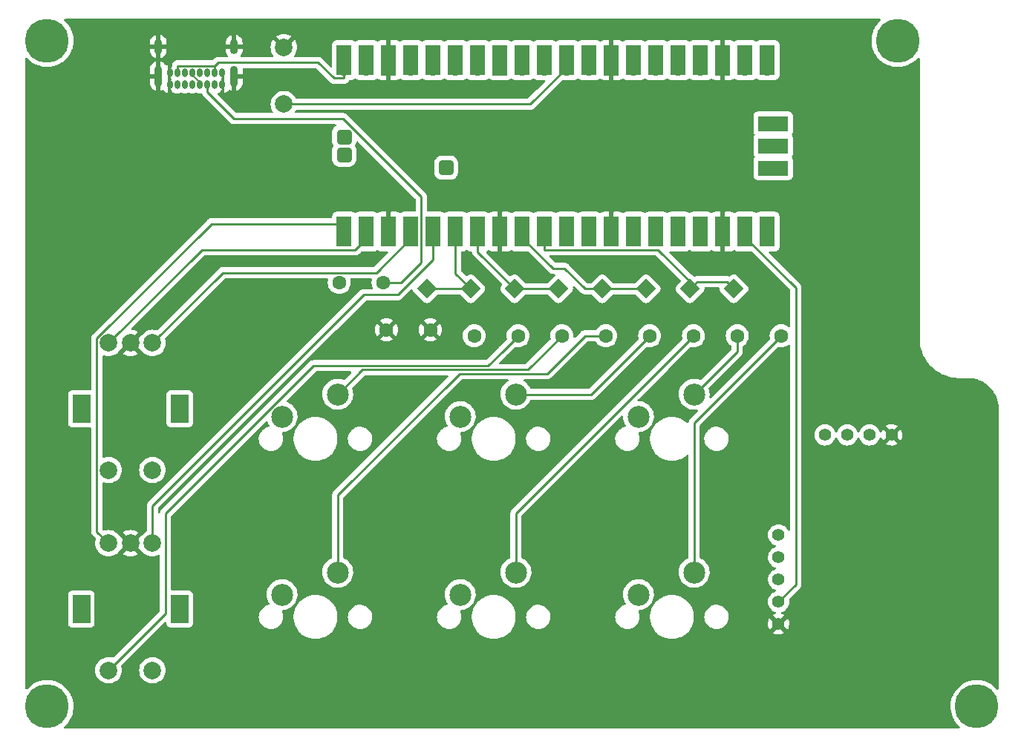
<source format=gbr>
G04 #@! TF.GenerationSoftware,KiCad,Pcbnew,(6.0.1-0)*
G04 #@! TF.CreationDate,2022-09-23T00:34:52-04:00*
G04 #@! TF.ProjectId,macro_pad_rpi_pico,6d616372-6f5f-4706-9164-5f7270695f70,rev?*
G04 #@! TF.SameCoordinates,Original*
G04 #@! TF.FileFunction,Copper,L1,Top*
G04 #@! TF.FilePolarity,Positive*
%FSLAX46Y46*%
G04 Gerber Fmt 4.6, Leading zero omitted, Abs format (unit mm)*
G04 Created by KiCad (PCBNEW (6.0.1-0)) date 2022-09-23 00:34:52*
%MOMM*%
%LPD*%
G01*
G04 APERTURE LIST*
G04 Aperture macros list*
%AMRoundRect*
0 Rectangle with rounded corners*
0 $1 Rounding radius*
0 $2 $3 $4 $5 $6 $7 $8 $9 X,Y pos of 4 corners*
0 Add a 4 corners polygon primitive as box body*
4,1,4,$2,$3,$4,$5,$6,$7,$8,$9,$2,$3,0*
0 Add four circle primitives for the rounded corners*
1,1,$1+$1,$2,$3*
1,1,$1+$1,$4,$5*
1,1,$1+$1,$6,$7*
1,1,$1+$1,$8,$9*
0 Add four rect primitives between the rounded corners*
20,1,$1+$1,$2,$3,$4,$5,0*
20,1,$1+$1,$4,$5,$6,$7,0*
20,1,$1+$1,$6,$7,$8,$9,0*
20,1,$1+$1,$8,$9,$2,$3,0*%
%AMHorizOval*
0 Thick line with rounded ends*
0 $1 width*
0 $2 $3 position (X,Y) of the first rounded end (center of the circle)*
0 $4 $5 position (X,Y) of the second rounded end (center of the circle)*
0 Add line between two ends*
20,1,$1,$2,$3,$4,$5,0*
0 Add two circle primitives to create the rounded ends*
1,1,$1,$2,$3*
1,1,$1,$4,$5*%
%AMRotRect*
0 Rectangle, with rotation*
0 The origin of the aperture is its center*
0 $1 length*
0 $2 width*
0 $3 Rotation angle, in degrees counterclockwise*
0 Add horizontal line*
21,1,$1,$2,0,0,$3*%
G04 Aperture macros list end*
G04 #@! TA.AperFunction,ComponentPad*
%ADD10C,1.600000*%
G04 #@! TD*
G04 #@! TA.AperFunction,ComponentPad*
%ADD11HorizOval,1.600000X0.000000X0.000000X0.000000X0.000000X0*%
G04 #@! TD*
G04 #@! TA.AperFunction,ComponentPad*
%ADD12C,1.397000*%
G04 #@! TD*
G04 #@! TA.AperFunction,ComponentPad*
%ADD13C,5.000000*%
G04 #@! TD*
G04 #@! TA.AperFunction,ComponentPad*
%ADD14RotRect,1.600000X1.600000X315.000000*%
G04 #@! TD*
G04 #@! TA.AperFunction,ComponentPad*
%ADD15HorizOval,1.600000X0.000000X0.000000X0.000000X0.000000X0*%
G04 #@! TD*
G04 #@! TA.AperFunction,ComponentPad*
%ADD16C,2.500000*%
G04 #@! TD*
G04 #@! TA.AperFunction,ComponentPad*
%ADD17O,1.700000X1.700000*%
G04 #@! TD*
G04 #@! TA.AperFunction,SMDPad,CuDef*
%ADD18R,1.700000X3.500000*%
G04 #@! TD*
G04 #@! TA.AperFunction,ComponentPad*
%ADD19R,1.700000X1.700000*%
G04 #@! TD*
G04 #@! TA.AperFunction,SMDPad,CuDef*
%ADD20R,3.500000X1.700000*%
G04 #@! TD*
G04 #@! TA.AperFunction,ComponentPad*
%ADD21RoundRect,0.437500X0.437500X-0.437500X0.437500X0.437500X-0.437500X0.437500X-0.437500X-0.437500X0*%
G04 #@! TD*
G04 #@! TA.AperFunction,ComponentPad*
%ADD22C,2.000000*%
G04 #@! TD*
G04 #@! TA.AperFunction,ComponentPad*
%ADD23O,0.650000X1.000000*%
G04 #@! TD*
G04 #@! TA.AperFunction,ComponentPad*
%ADD24O,0.900000X1.700000*%
G04 #@! TD*
G04 #@! TA.AperFunction,ComponentPad*
%ADD25O,0.900000X2.400000*%
G04 #@! TD*
G04 #@! TA.AperFunction,ComponentPad*
%ADD26R,2.000000X3.200000*%
G04 #@! TD*
G04 #@! TA.AperFunction,Conductor*
%ADD27C,0.250000*%
G04 #@! TD*
G04 #@! TA.AperFunction,Conductor*
%ADD28C,0.200000*%
G04 #@! TD*
G04 APERTURE END LIST*
D10*
G04 #@! TO.P,R1,1*
G04 #@! TO.N,GND*
X137694100Y-99000000D03*
D11*
G04 #@! TO.P,R1,2*
G04 #@! TO.N,Net-(J1-PadA5)*
X132305946Y-93611846D03*
G04 #@! TD*
D12*
G04 #@! TO.P,J2,1,P1*
G04 #@! TO.N,SDA_1*
X182690000Y-111000000D03*
G04 #@! TO.P,J2,2,P2*
G04 #@! TO.N,SCL_1*
X185230000Y-111000000D03*
G04 #@! TO.P,J2,3,P3*
G04 #@! TO.N,3.3V*
X187770000Y-111000000D03*
G04 #@! TO.P,J2,4,P4*
G04 #@! TO.N,GND*
X190310000Y-111000000D03*
G04 #@! TD*
D13*
G04 #@! TO.P,REF3,3*
G04 #@! TO.N,N/C*
X200000000Y-142000000D03*
G04 #@! TD*
D14*
G04 #@! TO.P,D1,1,K*
G04 #@! TO.N,Col_1*
X137305900Y-94305900D03*
D15*
G04 #@! TO.P,D1,2,A*
G04 #@! TO.N,Net-(D1-Pad2)*
X142694054Y-99694054D03*
G04 #@! TD*
D16*
G04 #@! TO.P,SW1,1,1*
G04 #@! TO.N,Row_1*
X120790000Y-108910000D03*
G04 #@! TO.P,SW1,2,2*
G04 #@! TO.N,Net-(D3-Pad2)*
X127140000Y-106370000D03*
G04 #@! TD*
G04 #@! TO.P,SW4,1,1*
G04 #@! TO.N,Row_2*
X141110000Y-129230000D03*
G04 #@! TO.P,SW4,2,2*
G04 #@! TO.N,Net-(D6-Pad2)*
X147460000Y-126690000D03*
G04 #@! TD*
D14*
G04 #@! TO.P,D5,1,K*
G04 #@! TO.N,Col_3*
X157305900Y-94305900D03*
D15*
G04 #@! TO.P,D5,2,A*
G04 #@! TO.N,Net-(D5-Pad2)*
X162694054Y-99694054D03*
G04 #@! TD*
D13*
G04 #@! TO.P,REF1,1*
G04 #@! TO.N,N/C*
X94000000Y-66000000D03*
G04 #@! TD*
D14*
G04 #@! TO.P,D3,1,K*
G04 #@! TO.N,Col_2*
X147305900Y-94305900D03*
D15*
G04 #@! TO.P,D3,2,A*
G04 #@! TO.N,Net-(D3-Pad2)*
X152694054Y-99694054D03*
G04 #@! TD*
D14*
G04 #@! TO.P,D4,1,K*
G04 #@! TO.N,Col_2*
X152305900Y-94305900D03*
D15*
G04 #@! TO.P,D4,2,A*
G04 #@! TO.N,Net-(D4-Pad2)*
X157694054Y-99694054D03*
G04 #@! TD*
D16*
G04 #@! TO.P,SW2,1,1*
G04 #@! TO.N,Row_2*
X120790000Y-129230000D03*
G04 #@! TO.P,SW2,2,2*
G04 #@! TO.N,Net-(D4-Pad2)*
X127140000Y-126690000D03*
G04 #@! TD*
D17*
G04 #@! TO.P,RPI1,1,GPIO0*
G04 #@! TO.N,ROT_2_1*
X127870000Y-86890000D03*
D18*
X127870000Y-87790000D03*
G04 #@! TO.P,RPI1,2,GPIO1*
G04 #@! TO.N,ROT_1_1*
X130410000Y-87790000D03*
D17*
X130410000Y-86890000D03*
D19*
G04 #@! TO.P,RPI1,3,GND*
G04 #@! TO.N,GND*
X132950000Y-86890000D03*
D18*
X132950000Y-87790000D03*
G04 #@! TO.P,RPI1,4,GPIO2*
G04 #@! TO.N,ROT_1_2*
X135490000Y-87790000D03*
D17*
X135490000Y-86890000D03*
G04 #@! TO.P,RPI1,5,GPIO3*
G04 #@! TO.N,ROT_2_2*
X138030000Y-86890000D03*
D18*
X138030000Y-87790000D03*
G04 #@! TO.P,RPI1,6,GPIO4*
G04 #@! TO.N,Col_1*
X140570000Y-87790000D03*
D17*
X140570000Y-86890000D03*
G04 #@! TO.P,RPI1,7,GPIO5*
G04 #@! TO.N,Col_2*
X143110000Y-86890000D03*
D18*
X143110000Y-87790000D03*
D19*
G04 #@! TO.P,RPI1,8,GND*
G04 #@! TO.N,GND*
X145650000Y-86890000D03*
D18*
X145650000Y-87790000D03*
D17*
G04 #@! TO.P,RPI1,9,GPIO6*
G04 #@! TO.N,Col_3*
X148190000Y-86890000D03*
D18*
X148190000Y-87790000D03*
G04 #@! TO.P,RPI1,10,GPIO7*
G04 #@! TO.N,Col_4*
X150730000Y-87790000D03*
D17*
X150730000Y-86890000D03*
D18*
G04 #@! TO.P,RPI1,11,GPIO8*
G04 #@! TO.N,Row_1*
X153270000Y-87790000D03*
D17*
X153270000Y-86890000D03*
D18*
G04 #@! TO.P,RPI1,12,GPIO9*
G04 #@! TO.N,Row_2*
X155810000Y-87790000D03*
D17*
X155810000Y-86890000D03*
D18*
G04 #@! TO.P,RPI1,13,GND*
G04 #@! TO.N,GND*
X158350000Y-87790000D03*
D19*
X158350000Y-86890000D03*
D18*
G04 #@! TO.P,RPI1,14,GPIO10*
G04 #@! TO.N,SDA_2*
X160890000Y-87790000D03*
D17*
X160890000Y-86890000D03*
G04 #@! TO.P,RPI1,15,GPIO11*
G04 #@! TO.N,SCL_2*
X163430000Y-86890000D03*
D18*
X163430000Y-87790000D03*
G04 #@! TO.P,RPI1,16,GPIO12*
G04 #@! TO.N,SDA_1*
X165970000Y-87790000D03*
D17*
X165970000Y-86890000D03*
D18*
G04 #@! TO.P,RPI1,17,GPIO13*
G04 #@! TO.N,SCL_1*
X168510000Y-87790000D03*
D17*
X168510000Y-86890000D03*
D18*
G04 #@! TO.P,RPI1,18,GND*
G04 #@! TO.N,GND*
X171050000Y-87790000D03*
D19*
X171050000Y-86890000D03*
D18*
G04 #@! TO.P,RPI1,19,GPIO14*
G04 #@! TO.N,INT (UNUSED)*
X173590000Y-87790000D03*
D17*
X173590000Y-86890000D03*
G04 #@! TO.P,RPI1,20,GPIO15*
G04 #@! TO.N,/D15*
X176130000Y-86890000D03*
D18*
X176130000Y-87790000D03*
G04 #@! TO.P,RPI1,21,GPIO16*
G04 #@! TO.N,unconnected-(RPI1-Pad21)*
X176130000Y-68210000D03*
D17*
X176130000Y-69110000D03*
D18*
G04 #@! TO.P,RPI1,22,GPIO17*
G04 #@! TO.N,unconnected-(RPI1-Pad22)*
X173590000Y-68210000D03*
D17*
X173590000Y-69110000D03*
D18*
G04 #@! TO.P,RPI1,23,GND*
G04 #@! TO.N,GND*
X171050000Y-68210000D03*
D19*
X171050000Y-69110000D03*
D17*
G04 #@! TO.P,RPI1,24,GPIO18*
G04 #@! TO.N,unconnected-(RPI1-Pad24)*
X168510000Y-69110000D03*
D18*
X168510000Y-68210000D03*
G04 #@! TO.P,RPI1,25,GPIO19*
G04 #@! TO.N,unconnected-(RPI1-Pad25)*
X165970000Y-68210000D03*
D17*
X165970000Y-69110000D03*
D18*
G04 #@! TO.P,RPI1,26,GPIO20*
G04 #@! TO.N,unconnected-(RPI1-Pad26)*
X163430000Y-68210000D03*
D17*
X163430000Y-69110000D03*
D18*
G04 #@! TO.P,RPI1,27,GPIO21*
G04 #@! TO.N,unconnected-(RPI1-Pad27)*
X160890000Y-68210000D03*
D17*
X160890000Y-69110000D03*
D19*
G04 #@! TO.P,RPI1,28,GND*
G04 #@! TO.N,GND*
X158350000Y-69110000D03*
D18*
X158350000Y-68210000D03*
D17*
G04 #@! TO.P,RPI1,29,GPIO22*
G04 #@! TO.N,unconnected-(RPI1-Pad29)*
X155810000Y-69110000D03*
D18*
X155810000Y-68210000D03*
D17*
G04 #@! TO.P,RPI1,30,RUN*
G04 #@! TO.N,RESET_BTN*
X153270000Y-69110000D03*
D18*
X153270000Y-68210000D03*
D17*
G04 #@! TO.P,RPI1,31,GPIO26_ADC0*
G04 #@! TO.N,unconnected-(RPI1-Pad31)*
X150730000Y-69110000D03*
D18*
X150730000Y-68210000D03*
G04 #@! TO.P,RPI1,32,GPIO27_ADC1*
G04 #@! TO.N,unconnected-(RPI1-Pad32)*
X148190000Y-68210000D03*
D17*
X148190000Y-69110000D03*
D18*
G04 #@! TO.P,RPI1,33,AGND*
G04 #@! TO.N,unconnected-(RPI1-Pad33)*
X145650000Y-68210000D03*
D19*
X145650000Y-69110000D03*
D18*
G04 #@! TO.P,RPI1,34,GPIO28_ADC2*
G04 #@! TO.N,unconnected-(RPI1-Pad34)*
X143110000Y-68210000D03*
D17*
X143110000Y-69110000D03*
D18*
G04 #@! TO.P,RPI1,35,ADC_VREF*
G04 #@! TO.N,unconnected-(RPI1-Pad35)*
X140570000Y-68210000D03*
D17*
X140570000Y-69110000D03*
G04 #@! TO.P,RPI1,36,3V3*
G04 #@! TO.N,3.3V*
X138030000Y-69110000D03*
D18*
X138030000Y-68210000D03*
D17*
G04 #@! TO.P,RPI1,37,3V3_EN*
G04 #@! TO.N,unconnected-(RPI1-Pad37)*
X135490000Y-69110000D03*
D18*
X135490000Y-68210000D03*
D19*
G04 #@! TO.P,RPI1,38,GND*
G04 #@! TO.N,GND*
X132950000Y-69110000D03*
D18*
X132950000Y-68210000D03*
D17*
G04 #@! TO.P,RPI1,39,VSYS*
G04 #@! TO.N,unconnected-(RPI1-Pad39)*
X130410000Y-69110000D03*
D18*
X130410000Y-68210000D03*
G04 #@! TO.P,RPI1,40,VBUS*
G04 #@! TO.N,USBVBUS*
X127870000Y-68210000D03*
D17*
X127870000Y-69110000D03*
G04 #@! TO.P,RPI1,41,SWCLK*
G04 #@! TO.N,unconnected-(RPI1-Pad41)*
X175900000Y-80540000D03*
D20*
X176800000Y-80540000D03*
G04 #@! TO.P,RPI1,42,GND*
G04 #@! TO.N,unconnected-(RPI1-Pad42)*
X176800000Y-78000000D03*
D19*
X175900000Y-78000000D03*
D17*
G04 #@! TO.P,RPI1,43,SWDIO*
G04 #@! TO.N,unconnected-(RPI1-Pad43)*
X175900000Y-75460000D03*
D20*
X176800000Y-75460000D03*
D21*
G04 #@! TO.P,RPI1,TP2,USB_DM*
G04 #@! TO.N,USB2_N*
X127875000Y-76984000D03*
G04 #@! TO.P,RPI1,TP3,USB_DP*
G04 #@! TO.N,USB2_P*
X127875000Y-79016000D03*
G04 #@! TO.P,RPI1,TP6*
G04 #@! TO.N,N/C*
X139500000Y-80500000D03*
G04 #@! TD*
D14*
G04 #@! TO.P,D7,1,K*
G04 #@! TO.N,Col_4*
X167305900Y-94305900D03*
D15*
G04 #@! TO.P,D7,2,A*
G04 #@! TO.N,Net-(D7-Pad2)*
X172694054Y-99694054D03*
G04 #@! TD*
D22*
G04 #@! TO.P,SW-RST1,1,1*
G04 #@! TO.N,GND*
X121000000Y-66750000D03*
G04 #@! TO.P,SW-RST1,2,2*
G04 #@! TO.N,RESET_BTN*
X121000000Y-73250000D03*
G04 #@! TD*
D23*
G04 #@! TO.P,J1,A1,GND*
G04 #@! TO.N,GND*
X113975000Y-71025000D03*
G04 #@! TO.P,J1,A4,VBUS*
G04 #@! TO.N,USBVBUS*
X113125000Y-71025000D03*
G04 #@! TO.P,J1,A5,CC1*
G04 #@! TO.N,Net-(J1-PadA5)*
X112275000Y-71025000D03*
G04 #@! TO.P,J1,A6,D+*
G04 #@! TO.N,USB2_P*
X111425000Y-71025000D03*
G04 #@! TO.P,J1,A7,D-*
G04 #@! TO.N,USB2_N*
X110575000Y-71025000D03*
G04 #@! TO.P,J1,A8,SBU1*
G04 #@! TO.N,unconnected-(J1-PadA8)*
X109725000Y-71025000D03*
G04 #@! TO.P,J1,A9,VBUS*
G04 #@! TO.N,USBVBUS*
X108875000Y-71025000D03*
G04 #@! TO.P,J1,A12,GND*
G04 #@! TO.N,GND*
X108025000Y-71025000D03*
G04 #@! TO.P,J1,B1,GND*
X108020000Y-69700000D03*
G04 #@! TO.P,J1,B4,VBUS*
G04 #@! TO.N,USBVBUS*
X108870000Y-69700000D03*
G04 #@! TO.P,J1,B5,CC2*
G04 #@! TO.N,Net-(J1-PadB5)*
X109720000Y-69700000D03*
G04 #@! TO.P,J1,B6,D+*
G04 #@! TO.N,USB2_P*
X110570000Y-69700000D03*
G04 #@! TO.P,J1,B7,D-*
G04 #@! TO.N,USB2_N*
X111420000Y-69700000D03*
G04 #@! TO.P,J1,B8,SBU2*
G04 #@! TO.N,unconnected-(J1-PadB8)*
X112270000Y-69700000D03*
G04 #@! TO.P,J1,B9,VBUS*
G04 #@! TO.N,USBVBUS*
X113120000Y-69700000D03*
G04 #@! TO.P,J1,B12,GND*
G04 #@! TO.N,GND*
X113975000Y-69700000D03*
D24*
G04 #@! TO.P,J1,S1,SHIELD*
X115325000Y-66665000D03*
D25*
X106675000Y-70045000D03*
X115325000Y-70045000D03*
D24*
X106675000Y-66665000D03*
G04 #@! TD*
D14*
G04 #@! TO.P,D2,1,K*
G04 #@! TO.N,Col_1*
X142305900Y-94305900D03*
D15*
G04 #@! TO.P,D2,2,A*
G04 #@! TO.N,Net-(D2-Pad2)*
X147694054Y-99694054D03*
G04 #@! TD*
D22*
G04 #@! TO.P,Rotary_encoder2,A,A*
G04 #@! TO.N,ROT_2_2*
X106000000Y-123360000D03*
G04 #@! TO.P,Rotary_encoder2,B,B*
G04 #@! TO.N,ROT_2_1*
X101000000Y-123360000D03*
G04 #@! TO.P,Rotary_encoder2,C,C*
G04 #@! TO.N,GND*
X103500000Y-123360000D03*
D26*
G04 #@! TO.P,Rotary_encoder2,MP*
G04 #@! TO.N,N/C*
X109100000Y-130860000D03*
X97900000Y-130860000D03*
D22*
G04 #@! TO.P,Rotary_encoder2,S1,S1*
G04 #@! TO.N,Net-(D2-Pad2)*
X101000000Y-137860000D03*
G04 #@! TO.P,Rotary_encoder2,S2,S2*
G04 #@! TO.N,Row_2*
X106000000Y-137860000D03*
G04 #@! TD*
D10*
G04 #@! TO.P,R2,1*
G04 #@! TO.N,GND*
X132694100Y-99000000D03*
D11*
G04 #@! TO.P,R2,2*
G04 #@! TO.N,Net-(J1-PadB5)*
X127305946Y-93611846D03*
G04 #@! TD*
D16*
G04 #@! TO.P,SW3,1,1*
G04 #@! TO.N,Row_1*
X141110000Y-108910000D03*
G04 #@! TO.P,SW3,2,2*
G04 #@! TO.N,Net-(D5-Pad2)*
X147460000Y-106370000D03*
G04 #@! TD*
D13*
G04 #@! TO.P,REF4,4*
G04 #@! TO.N,N/C*
X94000000Y-142000000D03*
G04 #@! TD*
D16*
G04 #@! TO.P,SW5,1,1*
G04 #@! TO.N,Row_1*
X161430000Y-108910000D03*
G04 #@! TO.P,SW5,2,2*
G04 #@! TO.N,Net-(D7-Pad2)*
X167780000Y-106370000D03*
G04 #@! TD*
D13*
G04 #@! TO.P,REF2,2*
G04 #@! TO.N,N/C*
X191000000Y-66000000D03*
G04 #@! TD*
D12*
G04 #@! TO.P,J3,1,P1*
G04 #@! TO.N,GND*
X177400000Y-132580000D03*
G04 #@! TO.P,J3,2,P2*
G04 #@! TO.N,INT (UNUSED)*
X177400000Y-130040000D03*
G04 #@! TO.P,J3,3,P3*
G04 #@! TO.N,SCL_2*
X177400000Y-127500000D03*
G04 #@! TO.P,J3,4,P4*
G04 #@! TO.N,SDA_2*
X177400000Y-124960000D03*
G04 #@! TO.P,J3,5,P5*
G04 #@! TO.N,3.3V*
X177400000Y-122420000D03*
G04 #@! TD*
D14*
G04 #@! TO.P,D6,1,K*
G04 #@! TO.N,Col_3*
X162305900Y-94305900D03*
D15*
G04 #@! TO.P,D6,2,A*
G04 #@! TO.N,Net-(D6-Pad2)*
X167694054Y-99694054D03*
G04 #@! TD*
D16*
G04 #@! TO.P,SW6,1,1*
G04 #@! TO.N,Row_2*
X161430000Y-129230000D03*
G04 #@! TO.P,SW6,2,2*
G04 #@! TO.N,Net-(D8-Pad2)*
X167780000Y-126690000D03*
G04 #@! TD*
D14*
G04 #@! TO.P,D8,1,K*
G04 #@! TO.N,Col_4*
X172305900Y-94305900D03*
D15*
G04 #@! TO.P,D8,2,A*
G04 #@! TO.N,Net-(D8-Pad2)*
X177694054Y-99694054D03*
G04 #@! TD*
D22*
G04 #@! TO.P,Rotary_encoder1,A,A*
G04 #@! TO.N,ROT_1_2*
X106000000Y-100500000D03*
G04 #@! TO.P,Rotary_encoder1,B,B*
G04 #@! TO.N,ROT_1_1*
X101000000Y-100500000D03*
G04 #@! TO.P,Rotary_encoder1,C,C*
G04 #@! TO.N,GND*
X103500000Y-100500000D03*
D26*
G04 #@! TO.P,Rotary_encoder1,MP*
G04 #@! TO.N,N/C*
X109100000Y-108000000D03*
X97900000Y-108000000D03*
D22*
G04 #@! TO.P,Rotary_encoder1,S1,S1*
G04 #@! TO.N,Net-(D1-Pad2)*
X101000000Y-115000000D03*
G04 #@! TO.P,Rotary_encoder1,S2,S2*
G04 #@! TO.N,Row_1*
X106000000Y-115000000D03*
G04 #@! TD*
D27*
G04 #@! TO.N,Col_1*
X137306000Y-94305900D02*
X137305900Y-94305900D01*
X142305900Y-94305900D02*
X142306000Y-94305900D01*
X142306000Y-94305900D02*
X140570000Y-92570000D01*
X140570000Y-92570000D02*
X140570000Y-86890000D01*
X137306000Y-94305900D02*
X142305900Y-94305900D01*
G04 #@! TO.N,Net-(D2-Pad2)*
X147694000Y-99694100D02*
X145990600Y-101397500D01*
X107500000Y-119973000D02*
X107500000Y-131360000D01*
X145990600Y-101397500D02*
X145990700Y-101397500D01*
X124372000Y-103101000D02*
X107500000Y-119973000D01*
X144287000Y-103101000D02*
X124372000Y-103101000D01*
X145990600Y-101397500D02*
X144287000Y-103101000D01*
X107500000Y-131360000D02*
X101000000Y-137860000D01*
X145990700Y-101397500D02*
X147694100Y-99694100D01*
G04 #@! TO.N,Col_2*
X143110000Y-90110000D02*
X143110000Y-86890000D01*
X152305900Y-94305900D02*
X147306000Y-94305900D01*
X147305900Y-94305900D02*
X147306000Y-94305900D01*
X152306000Y-94305900D02*
X152305900Y-94305900D01*
X147306000Y-94305900D02*
X143110000Y-90110000D01*
G04 #@! TO.N,Net-(D3-Pad2)*
X127140000Y-106370000D02*
X129960000Y-103550000D01*
X148838108Y-103550000D02*
X152694054Y-99694054D01*
X129960000Y-103550000D02*
X148838108Y-103550000D01*
G04 #@! TO.N,Net-(D4-Pad2)*
X151000000Y-104000000D02*
X155306000Y-99694100D01*
X127140000Y-126690000D02*
X127140000Y-117860000D01*
X141000000Y-104000000D02*
X151000000Y-104000000D01*
X157694000Y-99694100D02*
X157694100Y-99694100D01*
X127140000Y-117860000D02*
X141000000Y-104000000D01*
X155306000Y-99694100D02*
X157694000Y-99694100D01*
G04 #@! TO.N,Col_3*
X157305900Y-94305900D02*
X162305900Y-94305900D01*
X148190000Y-88499000D02*
X151691000Y-92000000D01*
X153000000Y-92000000D02*
X155306000Y-94305900D01*
X148190000Y-86890000D02*
X148190000Y-88499000D01*
X155306000Y-94305900D02*
X157305900Y-94305900D01*
X151691000Y-92000000D02*
X153000000Y-92000000D01*
X162305900Y-94305900D02*
X162306000Y-94305900D01*
G04 #@! TO.N,Net-(D5-Pad2)*
X147460000Y-106370000D02*
X156018000Y-106370000D01*
X156018000Y-106370000D02*
X162694000Y-99694100D01*
X162694100Y-99694100D02*
X162694000Y-99694100D01*
G04 #@! TO.N,Net-(D6-Pad2)*
X147460000Y-126690000D02*
X147460000Y-119928000D01*
X147460000Y-119928000D02*
X167694000Y-99694100D01*
X167694100Y-99694100D02*
X167694000Y-99694100D01*
G04 #@! TO.N,Col_4*
X163661000Y-89865300D02*
X150730000Y-89865300D01*
X167306000Y-94305900D02*
X167704000Y-93908000D01*
X167704000Y-93908000D02*
X168102000Y-93510200D01*
X171510000Y-93510200D02*
X172305900Y-94305900D01*
X167704000Y-93908000D02*
X163661000Y-89865300D01*
X167305900Y-94305900D02*
X167306000Y-94305900D01*
X168102000Y-93510200D02*
X171510000Y-93510200D01*
X172305900Y-94305900D02*
X172306000Y-94305900D01*
X150730000Y-89865300D02*
X150730000Y-86890000D01*
G04 #@! TO.N,Net-(D8-Pad2)*
X167780000Y-109608000D02*
X177694000Y-99694100D01*
X177694100Y-99694100D02*
X177694000Y-99694100D01*
X167780000Y-126690000D02*
X167780000Y-109608000D01*
G04 #@! TO.N,Net-(D7-Pad2)*
X172694100Y-100574900D02*
X172694100Y-99694100D01*
X172694000Y-100575000D02*
X172694100Y-100574900D01*
X167780000Y-106370000D02*
X172694000Y-101456000D01*
X172694000Y-101456000D02*
X172694000Y-100575000D01*
X172694000Y-100575000D02*
X172694000Y-99694100D01*
G04 #@! TO.N,GND*
X190310000Y-111000000D02*
X190310000Y-110708000D01*
X120915000Y-66665000D02*
X121000000Y-66750000D01*
G04 #@! TO.N,USBVBUS*
X127870000Y-69110000D02*
X127870000Y-70285300D01*
X113120000Y-68987300D02*
X113120000Y-68874700D01*
X126694700Y-70285300D02*
X127870000Y-70285300D01*
X113499900Y-68494800D02*
X124904200Y-68494800D01*
X113120000Y-68874700D02*
X113499900Y-68494800D01*
X113120000Y-69700000D02*
X113120000Y-68987300D01*
X124904200Y-68494800D02*
X126694700Y-70285300D01*
X108870000Y-69700000D02*
X108870000Y-68874700D01*
X113120000Y-68874700D02*
X108870000Y-68874700D01*
G04 #@! TO.N,Net-(J1-PadA5)*
X115323800Y-74899100D02*
X127759700Y-74899100D01*
X127759700Y-74899100D02*
X136665400Y-83804800D01*
X136665400Y-91334600D02*
X134388154Y-93611846D01*
X136665400Y-83804800D02*
X136665400Y-91334600D01*
X112275000Y-71850300D02*
X115323800Y-74899100D01*
X134388154Y-93611846D02*
X132305946Y-93611846D01*
X112275000Y-71025000D02*
X112275000Y-71850300D01*
G04 #@! TO.N,ROT_1_2*
X114013000Y-92487300D02*
X131513000Y-92487300D01*
X131513000Y-92487300D02*
X135490000Y-88510000D01*
X135490000Y-88510000D02*
X135490000Y-86890000D01*
X106000000Y-100500000D02*
X114013000Y-92487300D01*
G04 #@! TO.N,ROT_1_1*
X129135000Y-89864500D02*
X130410000Y-88590000D01*
X111635000Y-89864500D02*
X129135000Y-89864500D01*
X130410000Y-88590000D02*
X130410000Y-86890000D01*
X101000000Y-100500000D02*
X111635000Y-89864500D01*
G04 #@! TO.N,ROT_2_2*
X130104000Y-95000000D02*
X134000000Y-95000000D01*
X106000000Y-119104000D02*
X130104000Y-95000000D01*
X134000000Y-95000000D02*
X138030000Y-90970000D01*
X106000000Y-123360000D02*
X106000000Y-119104000D01*
X138030000Y-90970000D02*
X138030000Y-86890000D01*
G04 #@! TO.N,ROT_2_1*
X101000000Y-123360000D02*
X99675500Y-122035000D01*
X99675500Y-99951400D02*
X112737000Y-86890000D01*
X112737000Y-86890000D02*
X127870000Y-86890000D01*
X99675500Y-122035000D02*
X99675500Y-99951400D01*
G04 #@! TO.N,INT (UNUSED)*
X177400000Y-130040000D02*
X179350000Y-128090000D01*
X179350000Y-94190000D02*
X173590000Y-88430000D01*
X179350000Y-128090000D02*
X179350000Y-94190000D01*
X173590000Y-88430000D02*
X173590000Y-86890000D01*
G04 #@! TO.N,RESET_BTN*
X121000000Y-73250000D02*
X149090000Y-73250000D01*
X149090000Y-73250000D02*
X153230000Y-69110000D01*
X153230000Y-69110000D02*
X153270000Y-69110000D01*
D28*
G04 #@! TO.N,USB2_P*
X110570000Y-69700000D02*
X110570000Y-69908204D01*
X111425000Y-70763204D02*
X111425000Y-71025000D01*
X110570000Y-69908204D02*
X111425000Y-70763204D01*
G04 #@! TD*
G04 #@! TA.AperFunction,Conductor*
G04 #@! TO.N,GND*
G36*
X189007957Y-63528001D02*
G01*
X189054450Y-63581657D01*
X189064554Y-63651931D01*
X189035060Y-63716511D01*
X189018621Y-63732329D01*
X188983509Y-63760459D01*
X188739466Y-64007071D01*
X188737225Y-64009929D01*
X188680732Y-64081978D01*
X188525386Y-64280098D01*
X188523493Y-64283187D01*
X188523491Y-64283190D01*
X188477233Y-64358676D01*
X188344105Y-64575921D01*
X188342580Y-64579206D01*
X188342578Y-64579210D01*
X188303505Y-64663386D01*
X188198027Y-64890620D01*
X188089087Y-65220023D01*
X188088351Y-65223578D01*
X188088350Y-65223581D01*
X188027402Y-65517890D01*
X188018730Y-65559764D01*
X188010030Y-65657246D01*
X187989354Y-65888920D01*
X187987888Y-65905341D01*
X187987983Y-65908971D01*
X187987983Y-65908972D01*
X187990765Y-66015214D01*
X187996970Y-66252171D01*
X188045856Y-66595660D01*
X188133897Y-66931253D01*
X188259927Y-67254503D01*
X188261624Y-67257708D01*
X188395113Y-67509825D01*
X188422275Y-67561126D01*
X188424325Y-67564109D01*
X188424327Y-67564112D01*
X188616733Y-67844064D01*
X188616739Y-67844071D01*
X188618790Y-67847056D01*
X188687018Y-67925267D01*
X188841669Y-68102547D01*
X188846866Y-68108505D01*
X188849551Y-68110948D01*
X189079085Y-68319807D01*
X189103481Y-68342006D01*
X189385233Y-68544466D01*
X189688388Y-68713200D01*
X190008928Y-68845972D01*
X190012422Y-68846967D01*
X190012424Y-68846968D01*
X190339103Y-68940025D01*
X190339108Y-68940026D01*
X190342604Y-68941022D01*
X190520333Y-68970126D01*
X190681412Y-68996504D01*
X190681419Y-68996505D01*
X190684993Y-68997090D01*
X190858275Y-69005262D01*
X191027931Y-69013263D01*
X191027932Y-69013263D01*
X191031558Y-69013434D01*
X191040415Y-69012830D01*
X191374073Y-68990084D01*
X191374081Y-68990083D01*
X191377704Y-68989836D01*
X191381279Y-68989173D01*
X191381282Y-68989173D01*
X191715279Y-68927270D01*
X191715283Y-68927269D01*
X191718844Y-68926609D01*
X192050456Y-68824592D01*
X192368145Y-68685136D01*
X192381415Y-68677382D01*
X192664560Y-68511926D01*
X192664562Y-68511925D01*
X192667700Y-68510091D01*
X192704729Y-68482289D01*
X192942244Y-68303958D01*
X192942248Y-68303955D01*
X192945151Y-68301775D01*
X193196819Y-68062950D01*
X193219825Y-68035435D01*
X193269337Y-67976220D01*
X193328378Y-67936791D01*
X193399364Y-67935541D01*
X193459757Y-67972867D01*
X193490382Y-68036918D01*
X193492000Y-68057043D01*
X193492000Y-99950672D01*
X193490500Y-99970056D01*
X193486814Y-99993730D01*
X193487741Y-100000816D01*
X193487945Y-100005488D01*
X193487941Y-100005816D01*
X193487978Y-100006245D01*
X193504876Y-100393272D01*
X193556257Y-100783552D01*
X193641458Y-101167868D01*
X193642286Y-101170493D01*
X193642287Y-101170498D01*
X193751151Y-101515769D01*
X193759830Y-101543296D01*
X193910472Y-101906978D01*
X194092238Y-102256148D01*
X194303744Y-102588146D01*
X194395702Y-102707988D01*
X194527381Y-102879595D01*
X194543381Y-102900447D01*
X194809326Y-103190674D01*
X195099553Y-103456619D01*
X195101725Y-103458286D01*
X195101729Y-103458289D01*
X195144109Y-103490808D01*
X195411854Y-103696256D01*
X195414171Y-103697732D01*
X195587506Y-103808158D01*
X195743853Y-103907762D01*
X196093022Y-104089528D01*
X196095563Y-104090580D01*
X196095564Y-104090581D01*
X196140489Y-104109190D01*
X196456704Y-104240170D01*
X196459324Y-104240996D01*
X196459332Y-104240999D01*
X196829502Y-104357713D01*
X196829507Y-104357714D01*
X196832132Y-104358542D01*
X197216448Y-104443743D01*
X197219167Y-104444101D01*
X197219173Y-104444102D01*
X197335094Y-104459363D01*
X197606728Y-104495124D01*
X197609477Y-104495244D01*
X197609488Y-104495245D01*
X197822518Y-104504546D01*
X197969085Y-104510946D01*
X197977809Y-104511866D01*
X197977812Y-104511829D01*
X197982661Y-104512264D01*
X197987461Y-104513071D01*
X197993915Y-104513150D01*
X197995141Y-104513165D01*
X197995145Y-104513165D01*
X198000000Y-104513224D01*
X198027588Y-104509273D01*
X198045451Y-104508000D01*
X198950672Y-104508000D01*
X198970057Y-104509500D01*
X198984858Y-104511805D01*
X198984861Y-104511805D01*
X198993730Y-104513186D01*
X199013054Y-104510659D01*
X199035570Y-104509747D01*
X199336100Y-104524512D01*
X199348394Y-104525722D01*
X199675139Y-104574191D01*
X199687249Y-104576599D01*
X199958222Y-104644474D01*
X200007674Y-104656861D01*
X200019507Y-104660451D01*
X200330494Y-104771725D01*
X200341918Y-104776456D01*
X200640523Y-104917685D01*
X200651424Y-104923512D01*
X200778298Y-104999557D01*
X200934745Y-105093328D01*
X200945026Y-105100198D01*
X201210329Y-105296960D01*
X201219887Y-105304804D01*
X201464630Y-105526626D01*
X201473374Y-105535370D01*
X201695196Y-105780113D01*
X201703040Y-105789671D01*
X201899802Y-106054974D01*
X201906672Y-106065255D01*
X201935889Y-106114000D01*
X202061662Y-106323839D01*
X202076486Y-106348572D01*
X202082313Y-106359473D01*
X202124652Y-106448990D01*
X202223544Y-106658082D01*
X202228275Y-106669506D01*
X202339549Y-106980493D01*
X202343138Y-106992324D01*
X202413939Y-107274975D01*
X202423399Y-107312743D01*
X202425809Y-107324861D01*
X202474277Y-107651601D01*
X202475489Y-107663902D01*
X202477637Y-107707635D01*
X202489890Y-107957062D01*
X202488543Y-107982624D01*
X202488195Y-107984857D01*
X202488195Y-107984861D01*
X202486814Y-107993730D01*
X202487978Y-108002632D01*
X202487978Y-108002635D01*
X202490936Y-108025251D01*
X202492000Y-108041589D01*
X202492000Y-139941293D01*
X202471998Y-140009414D01*
X202418342Y-140055907D01*
X202348068Y-140066011D01*
X202283488Y-140036517D01*
X202273713Y-140027077D01*
X202085842Y-139824904D01*
X201822019Y-139599578D01*
X201534047Y-139406069D01*
X201225741Y-139246940D01*
X200901189Y-139124302D01*
X200897668Y-139123418D01*
X200897663Y-139123416D01*
X200728657Y-139080965D01*
X200564692Y-139039780D01*
X200542476Y-139036855D01*
X200224315Y-138994968D01*
X200224307Y-138994967D01*
X200220711Y-138994494D01*
X200076045Y-138992221D01*
X199877446Y-138989101D01*
X199877442Y-138989101D01*
X199873804Y-138989044D01*
X199870190Y-138989405D01*
X199870184Y-138989405D01*
X199626843Y-139013694D01*
X199528569Y-139023503D01*
X199189583Y-139097414D01*
X199186156Y-139098587D01*
X199186150Y-139098589D01*
X199107296Y-139125587D01*
X198861339Y-139209797D01*
X198548188Y-139359163D01*
X198254279Y-139543532D01*
X198251443Y-139545804D01*
X198251436Y-139545809D01*
X198007384Y-139741332D01*
X197983509Y-139760459D01*
X197739466Y-140007071D01*
X197737225Y-140009929D01*
X197680732Y-140081978D01*
X197525386Y-140280098D01*
X197523493Y-140283187D01*
X197523491Y-140283190D01*
X197477233Y-140358676D01*
X197344105Y-140575921D01*
X197342580Y-140579206D01*
X197342578Y-140579210D01*
X197303505Y-140663386D01*
X197198027Y-140890620D01*
X197089087Y-141220023D01*
X197018730Y-141559764D01*
X196987888Y-141905341D01*
X196987983Y-141908971D01*
X196987983Y-141908972D01*
X196990367Y-142000000D01*
X196996970Y-142252171D01*
X197045856Y-142595660D01*
X197133897Y-142931253D01*
X197259927Y-143254503D01*
X197261624Y-143257708D01*
X197395113Y-143509825D01*
X197422275Y-143561126D01*
X197424325Y-143564109D01*
X197424327Y-143564112D01*
X197616733Y-143844064D01*
X197616739Y-143844071D01*
X197618790Y-143847056D01*
X197846866Y-144108505D01*
X197849551Y-144110948D01*
X198027431Y-144272806D01*
X198064354Y-144333447D01*
X198062631Y-144404422D01*
X198022809Y-144463199D01*
X197957531Y-144491116D01*
X197942632Y-144492000D01*
X96060517Y-144492000D01*
X95992396Y-144471998D01*
X95945903Y-144418342D01*
X95935799Y-144348068D01*
X95965293Y-144283488D01*
X95973784Y-144274603D01*
X96194180Y-144065454D01*
X96196819Y-144062950D01*
X96419370Y-143796783D01*
X96609853Y-143506799D01*
X96738446Y-143251121D01*
X96764117Y-143200080D01*
X96764120Y-143200072D01*
X96765744Y-143196844D01*
X96884977Y-142871026D01*
X96885822Y-142867504D01*
X96885825Y-142867496D01*
X96965124Y-142537191D01*
X96965125Y-142537187D01*
X96965971Y-142533662D01*
X97000035Y-142252171D01*
X97007316Y-142192004D01*
X97007316Y-142191997D01*
X97007652Y-142189225D01*
X97013599Y-142000000D01*
X97011138Y-141957319D01*
X96993836Y-141657246D01*
X96993835Y-141657241D01*
X96993627Y-141653626D01*
X96933976Y-141311842D01*
X96835437Y-140979180D01*
X96699316Y-140660048D01*
X96649569Y-140572831D01*
X96529208Y-140361816D01*
X96527417Y-140358676D01*
X96322018Y-140079060D01*
X96273701Y-140027064D01*
X96088309Y-139827559D01*
X96085842Y-139824904D01*
X95822019Y-139599578D01*
X95534047Y-139406069D01*
X95225741Y-139246940D01*
X94901189Y-139124302D01*
X94897668Y-139123418D01*
X94897663Y-139123416D01*
X94728657Y-139080965D01*
X94564692Y-139039780D01*
X94542476Y-139036855D01*
X94224315Y-138994968D01*
X94224307Y-138994967D01*
X94220711Y-138994494D01*
X94076045Y-138992221D01*
X93877446Y-138989101D01*
X93877442Y-138989101D01*
X93873804Y-138989044D01*
X93870190Y-138989405D01*
X93870184Y-138989405D01*
X93626843Y-139013694D01*
X93528569Y-139023503D01*
X93189583Y-139097414D01*
X93186156Y-139098587D01*
X93186150Y-139098589D01*
X93107296Y-139125587D01*
X92861339Y-139209797D01*
X92548188Y-139359163D01*
X92254279Y-139543532D01*
X92251443Y-139545804D01*
X92251436Y-139545809D01*
X92007384Y-139741332D01*
X91983509Y-139760459D01*
X91739466Y-140007071D01*
X91737225Y-140009929D01*
X91733154Y-140015121D01*
X91675381Y-140056386D01*
X91604469Y-140059866D01*
X91542934Y-140024455D01*
X91510311Y-139961397D01*
X91508000Y-139937375D01*
X91508000Y-132508134D01*
X96391500Y-132508134D01*
X96398255Y-132570316D01*
X96449385Y-132706705D01*
X96536739Y-132823261D01*
X96653295Y-132910615D01*
X96789684Y-132961745D01*
X96851866Y-132968500D01*
X98948134Y-132968500D01*
X99010316Y-132961745D01*
X99146705Y-132910615D01*
X99263261Y-132823261D01*
X99350615Y-132706705D01*
X99401745Y-132570316D01*
X99408500Y-132508134D01*
X99408500Y-129211866D01*
X99401745Y-129149684D01*
X99350615Y-129013295D01*
X99263261Y-128896739D01*
X99146705Y-128809385D01*
X99010316Y-128758255D01*
X98948134Y-128751500D01*
X96851866Y-128751500D01*
X96789684Y-128758255D01*
X96653295Y-128809385D01*
X96536739Y-128896739D01*
X96449385Y-129013295D01*
X96398255Y-129149684D01*
X96391500Y-129211866D01*
X96391500Y-132508134D01*
X91508000Y-132508134D01*
X91508000Y-109648134D01*
X96391500Y-109648134D01*
X96398255Y-109710316D01*
X96449385Y-109846705D01*
X96536739Y-109963261D01*
X96653295Y-110050615D01*
X96789684Y-110101745D01*
X96851866Y-110108500D01*
X98916000Y-110108500D01*
X98984121Y-110128502D01*
X99030614Y-110182158D01*
X99042000Y-110234500D01*
X99042000Y-121956252D01*
X99041475Y-121967345D01*
X99039810Y-121974789D01*
X99040057Y-121982706D01*
X99040057Y-121982709D01*
X99041939Y-122042936D01*
X99042000Y-122046870D01*
X99042000Y-122074856D01*
X99042497Y-122078790D01*
X99043430Y-122090642D01*
X99044808Y-122134770D01*
X99047018Y-122142381D01*
X99047018Y-122142383D01*
X99050475Y-122154293D01*
X99054477Y-122173627D01*
X99056032Y-122185932D01*
X99057026Y-122193797D01*
X99059942Y-122201162D01*
X99073276Y-122234839D01*
X99077127Y-122246092D01*
X99089434Y-122288483D01*
X99093470Y-122295310D01*
X99099781Y-122305986D01*
X99108468Y-122323724D01*
X99115948Y-122342617D01*
X99120610Y-122349033D01*
X99120610Y-122349034D01*
X99141895Y-122378331D01*
X99148421Y-122388269D01*
X99170884Y-122426267D01*
X99176485Y-122431870D01*
X99176488Y-122431874D01*
X99185259Y-122440648D01*
X99198080Y-122455662D01*
X99210028Y-122472107D01*
X99244044Y-122500247D01*
X99252828Y-122508241D01*
X99525728Y-122781244D01*
X99559742Y-122843563D01*
X99559135Y-122899737D01*
X99530065Y-123020824D01*
X99505465Y-123123289D01*
X99486835Y-123360000D01*
X99505465Y-123596711D01*
X99506619Y-123601518D01*
X99506620Y-123601524D01*
X99522845Y-123669106D01*
X99560895Y-123827594D01*
X99562788Y-123832165D01*
X99562789Y-123832167D01*
X99645501Y-124031852D01*
X99651760Y-124046963D01*
X99654346Y-124051183D01*
X99773241Y-124245202D01*
X99773245Y-124245208D01*
X99775824Y-124249416D01*
X99930031Y-124429969D01*
X100110584Y-124584176D01*
X100114792Y-124586755D01*
X100114798Y-124586759D01*
X100293990Y-124696568D01*
X100313037Y-124708240D01*
X100317605Y-124710132D01*
X100317611Y-124710135D01*
X100527833Y-124797211D01*
X100532406Y-124799105D01*
X100612609Y-124818360D01*
X100758476Y-124853380D01*
X100758482Y-124853381D01*
X100763289Y-124854535D01*
X101000000Y-124873165D01*
X101236711Y-124854535D01*
X101241518Y-124853381D01*
X101241524Y-124853380D01*
X101387391Y-124818360D01*
X101467594Y-124799105D01*
X101472167Y-124797211D01*
X101682389Y-124710135D01*
X101682395Y-124710132D01*
X101686963Y-124708240D01*
X101706010Y-124696568D01*
X101875556Y-124592670D01*
X102632160Y-124592670D01*
X102637887Y-124600320D01*
X102809042Y-124705205D01*
X102817837Y-124709687D01*
X103027988Y-124796734D01*
X103037373Y-124799783D01*
X103258554Y-124852885D01*
X103268301Y-124854428D01*
X103495070Y-124872275D01*
X103504930Y-124872275D01*
X103731699Y-124854428D01*
X103741446Y-124852885D01*
X103962627Y-124799783D01*
X103972012Y-124796734D01*
X104182163Y-124709687D01*
X104190958Y-124705205D01*
X104358445Y-124602568D01*
X104367907Y-124592110D01*
X104364124Y-124583334D01*
X103512812Y-123732022D01*
X103498868Y-123724408D01*
X103497035Y-123724539D01*
X103490420Y-123728790D01*
X102638920Y-124580290D01*
X102632160Y-124592670D01*
X101875556Y-124592670D01*
X101885202Y-124586759D01*
X101885208Y-124586755D01*
X101889416Y-124584176D01*
X102069969Y-124429969D01*
X102208753Y-124267474D01*
X102254686Y-124233598D01*
X102276668Y-124224122D01*
X103127978Y-123372812D01*
X103135592Y-123358868D01*
X103135461Y-123357035D01*
X103131210Y-123350420D01*
X102279710Y-122498920D01*
X102241352Y-122477974D01*
X102205928Y-122449218D01*
X102073177Y-122293787D01*
X102069969Y-122290031D01*
X101889416Y-122135824D01*
X101885208Y-122133245D01*
X101885202Y-122133241D01*
X101876470Y-122127890D01*
X102632093Y-122127890D01*
X102635876Y-122136666D01*
X103487188Y-122987978D01*
X103501132Y-122995592D01*
X103502965Y-122995461D01*
X103509580Y-122991210D01*
X104361080Y-122139710D01*
X104367840Y-122127330D01*
X104362113Y-122119680D01*
X104190958Y-122014795D01*
X104182163Y-122010313D01*
X103972012Y-121923266D01*
X103962627Y-121920217D01*
X103741446Y-121867115D01*
X103731699Y-121865572D01*
X103504930Y-121847725D01*
X103495070Y-121847725D01*
X103268301Y-121865572D01*
X103258554Y-121867115D01*
X103037373Y-121920217D01*
X103027988Y-121923266D01*
X102817837Y-122010313D01*
X102809042Y-122014795D01*
X102641555Y-122117432D01*
X102632093Y-122127890D01*
X101876470Y-122127890D01*
X101691183Y-122014346D01*
X101686963Y-122011760D01*
X101682393Y-122009867D01*
X101682389Y-122009865D01*
X101472167Y-121922789D01*
X101472165Y-121922788D01*
X101467594Y-121920895D01*
X101387391Y-121901640D01*
X101241524Y-121866620D01*
X101241518Y-121866619D01*
X101236711Y-121865465D01*
X101000000Y-121846835D01*
X100763289Y-121865465D01*
X100758482Y-121866619D01*
X100758476Y-121866620D01*
X100540361Y-121918985D01*
X100469453Y-121915438D01*
X100421835Y-121885544D01*
X100345888Y-121809568D01*
X100311874Y-121747250D01*
X100309000Y-121720490D01*
X100309000Y-116535140D01*
X100329002Y-116467019D01*
X100382658Y-116420526D01*
X100452932Y-116410422D01*
X100483217Y-116418731D01*
X100527828Y-116437209D01*
X100527831Y-116437210D01*
X100532406Y-116439105D01*
X100612609Y-116458360D01*
X100758476Y-116493380D01*
X100758482Y-116493381D01*
X100763289Y-116494535D01*
X101000000Y-116513165D01*
X101236711Y-116494535D01*
X101241518Y-116493381D01*
X101241524Y-116493380D01*
X101387391Y-116458360D01*
X101467594Y-116439105D01*
X101472167Y-116437211D01*
X101682389Y-116350135D01*
X101682393Y-116350133D01*
X101686963Y-116348240D01*
X101691183Y-116345654D01*
X101885202Y-116226759D01*
X101885208Y-116226755D01*
X101889416Y-116224176D01*
X102069969Y-116069969D01*
X102224176Y-115889416D01*
X102226755Y-115885208D01*
X102226759Y-115885202D01*
X102345654Y-115691183D01*
X102348240Y-115686963D01*
X102439105Y-115467594D01*
X102494535Y-115236711D01*
X102513165Y-115000000D01*
X104486835Y-115000000D01*
X104505465Y-115236711D01*
X104560895Y-115467594D01*
X104651760Y-115686963D01*
X104654346Y-115691183D01*
X104773241Y-115885202D01*
X104773245Y-115885208D01*
X104775824Y-115889416D01*
X104930031Y-116069969D01*
X105110584Y-116224176D01*
X105114792Y-116226755D01*
X105114798Y-116226759D01*
X105308817Y-116345654D01*
X105313037Y-116348240D01*
X105317607Y-116350133D01*
X105317611Y-116350135D01*
X105527833Y-116437211D01*
X105532406Y-116439105D01*
X105612609Y-116458360D01*
X105758476Y-116493380D01*
X105758482Y-116493381D01*
X105763289Y-116494535D01*
X106000000Y-116513165D01*
X106236711Y-116494535D01*
X106241518Y-116493381D01*
X106241524Y-116493380D01*
X106387391Y-116458360D01*
X106467594Y-116439105D01*
X106472167Y-116437211D01*
X106682389Y-116350135D01*
X106682393Y-116350133D01*
X106686963Y-116348240D01*
X106691183Y-116345654D01*
X106885202Y-116226759D01*
X106885208Y-116226755D01*
X106889416Y-116224176D01*
X107069969Y-116069969D01*
X107224176Y-115889416D01*
X107226755Y-115885208D01*
X107226759Y-115885202D01*
X107345654Y-115691183D01*
X107348240Y-115686963D01*
X107439105Y-115467594D01*
X107494535Y-115236711D01*
X107513165Y-115000000D01*
X107494535Y-114763289D01*
X107439105Y-114532406D01*
X107348240Y-114313037D01*
X107345654Y-114308817D01*
X107226759Y-114114798D01*
X107226755Y-114114792D01*
X107224176Y-114110584D01*
X107069969Y-113930031D01*
X106889416Y-113775824D01*
X106885208Y-113773245D01*
X106885202Y-113773241D01*
X106691183Y-113654346D01*
X106686963Y-113651760D01*
X106682393Y-113649867D01*
X106682389Y-113649865D01*
X106472167Y-113562789D01*
X106472165Y-113562788D01*
X106467594Y-113560895D01*
X106387391Y-113541640D01*
X106241524Y-113506620D01*
X106241518Y-113506619D01*
X106236711Y-113505465D01*
X106000000Y-113486835D01*
X105763289Y-113505465D01*
X105758482Y-113506619D01*
X105758476Y-113506620D01*
X105612609Y-113541640D01*
X105532406Y-113560895D01*
X105527835Y-113562788D01*
X105527833Y-113562789D01*
X105317611Y-113649865D01*
X105317607Y-113649867D01*
X105313037Y-113651760D01*
X105308817Y-113654346D01*
X105114798Y-113773241D01*
X105114792Y-113773245D01*
X105110584Y-113775824D01*
X104930031Y-113930031D01*
X104775824Y-114110584D01*
X104773245Y-114114792D01*
X104773241Y-114114798D01*
X104654346Y-114308817D01*
X104651760Y-114313037D01*
X104560895Y-114532406D01*
X104505465Y-114763289D01*
X104486835Y-115000000D01*
X102513165Y-115000000D01*
X102494535Y-114763289D01*
X102439105Y-114532406D01*
X102348240Y-114313037D01*
X102345654Y-114308817D01*
X102226759Y-114114798D01*
X102226755Y-114114792D01*
X102224176Y-114110584D01*
X102069969Y-113930031D01*
X101889416Y-113775824D01*
X101885208Y-113773245D01*
X101885202Y-113773241D01*
X101691183Y-113654346D01*
X101686963Y-113651760D01*
X101682393Y-113649867D01*
X101682389Y-113649865D01*
X101472167Y-113562789D01*
X101472165Y-113562788D01*
X101467594Y-113560895D01*
X101387391Y-113541640D01*
X101241524Y-113506620D01*
X101241518Y-113506619D01*
X101236711Y-113505465D01*
X101000000Y-113486835D01*
X100763289Y-113505465D01*
X100758482Y-113506619D01*
X100758476Y-113506620D01*
X100612609Y-113541640D01*
X100532406Y-113560895D01*
X100527831Y-113562790D01*
X100527828Y-113562791D01*
X100483217Y-113581269D01*
X100412628Y-113588858D01*
X100349141Y-113557078D01*
X100312914Y-113496020D01*
X100309000Y-113464860D01*
X100309000Y-109648134D01*
X107591500Y-109648134D01*
X107598255Y-109710316D01*
X107649385Y-109846705D01*
X107736739Y-109963261D01*
X107853295Y-110050615D01*
X107989684Y-110101745D01*
X108051866Y-110108500D01*
X110148134Y-110108500D01*
X110210316Y-110101745D01*
X110346705Y-110050615D01*
X110463261Y-109963261D01*
X110550615Y-109846705D01*
X110601745Y-109710316D01*
X110608500Y-109648134D01*
X110608500Y-106351866D01*
X110601745Y-106289684D01*
X110550615Y-106153295D01*
X110463261Y-106036739D01*
X110346705Y-105949385D01*
X110210316Y-105898255D01*
X110148134Y-105891500D01*
X108051866Y-105891500D01*
X107989684Y-105898255D01*
X107853295Y-105949385D01*
X107736739Y-106036739D01*
X107649385Y-106153295D01*
X107598255Y-106289684D01*
X107591500Y-106351866D01*
X107591500Y-109648134D01*
X100309000Y-109648134D01*
X100309000Y-102035140D01*
X100329002Y-101967019D01*
X100382658Y-101920526D01*
X100452932Y-101910422D01*
X100483217Y-101918731D01*
X100527828Y-101937209D01*
X100527831Y-101937210D01*
X100532406Y-101939105D01*
X100584735Y-101951668D01*
X100758476Y-101993380D01*
X100758482Y-101993381D01*
X100763289Y-101994535D01*
X101000000Y-102013165D01*
X101236711Y-101994535D01*
X101241518Y-101993381D01*
X101241524Y-101993380D01*
X101415265Y-101951668D01*
X101467594Y-101939105D01*
X101472167Y-101937211D01*
X101682389Y-101850135D01*
X101682393Y-101850133D01*
X101686963Y-101848240D01*
X101732857Y-101820116D01*
X101875556Y-101732670D01*
X102632160Y-101732670D01*
X102637887Y-101740320D01*
X102809042Y-101845205D01*
X102817837Y-101849687D01*
X103027988Y-101936734D01*
X103037373Y-101939783D01*
X103258554Y-101992885D01*
X103268301Y-101994428D01*
X103495070Y-102012275D01*
X103504930Y-102012275D01*
X103731699Y-101994428D01*
X103741446Y-101992885D01*
X103962627Y-101939783D01*
X103972012Y-101936734D01*
X104182163Y-101849687D01*
X104190958Y-101845205D01*
X104358445Y-101742568D01*
X104367907Y-101732110D01*
X104364124Y-101723334D01*
X103512812Y-100872022D01*
X103498868Y-100864408D01*
X103497035Y-100864539D01*
X103490420Y-100868790D01*
X102638920Y-101720290D01*
X102632160Y-101732670D01*
X101875556Y-101732670D01*
X101885202Y-101726759D01*
X101885208Y-101726755D01*
X101889416Y-101724176D01*
X102069969Y-101569969D01*
X102092396Y-101543711D01*
X102208753Y-101407474D01*
X102254686Y-101373598D01*
X102276668Y-101364122D01*
X104361080Y-99279710D01*
X104367840Y-99267330D01*
X104362113Y-99259680D01*
X104190958Y-99154795D01*
X104182163Y-99150313D01*
X103972012Y-99063266D01*
X103962627Y-99060217D01*
X103741446Y-99007115D01*
X103731700Y-99005572D01*
X103687616Y-99002102D01*
X103621275Y-98976816D01*
X103579136Y-98919678D01*
X103574577Y-98848827D01*
X103608404Y-98787399D01*
X110373657Y-92021828D01*
X111860508Y-90534907D01*
X111922820Y-90500880D01*
X111949606Y-90498000D01*
X129056245Y-90498000D01*
X129067341Y-90498525D01*
X129074784Y-90500190D01*
X129082700Y-90499943D01*
X129082703Y-90499943D01*
X129142945Y-90498061D01*
X129146879Y-90498000D01*
X129174856Y-90498000D01*
X129178783Y-90497504D01*
X129178798Y-90497503D01*
X129190645Y-90496571D01*
X129234766Y-90495193D01*
X129254293Y-90489524D01*
X129273626Y-90485522D01*
X129293797Y-90482974D01*
X129334843Y-90466723D01*
X129346083Y-90462876D01*
X129380869Y-90452777D01*
X129388478Y-90450568D01*
X129405994Y-90440214D01*
X129423713Y-90431537D01*
X129429883Y-90429094D01*
X129435243Y-90426972D01*
X129435245Y-90426971D01*
X129442617Y-90424052D01*
X129478319Y-90398113D01*
X129488262Y-90391583D01*
X129519439Y-90373153D01*
X129519440Y-90373152D01*
X129526263Y-90369119D01*
X129531865Y-90363519D01*
X129531868Y-90363517D01*
X129540646Y-90354742D01*
X129555661Y-90341921D01*
X129565692Y-90334633D01*
X129572107Y-90329972D01*
X129600240Y-90295965D01*
X129608247Y-90287167D01*
X129745612Y-90149856D01*
X129810107Y-90085386D01*
X129872425Y-90051374D01*
X129899184Y-90048500D01*
X131308134Y-90048500D01*
X131370316Y-90041745D01*
X131506705Y-89990615D01*
X131595620Y-89923977D01*
X131604852Y-89917058D01*
X131671358Y-89892210D01*
X131740741Y-89907263D01*
X131755982Y-89917058D01*
X131846351Y-89984786D01*
X131861946Y-89993324D01*
X131982394Y-90038478D01*
X131997649Y-90042105D01*
X132048514Y-90047631D01*
X132055328Y-90048000D01*
X132752071Y-90047999D01*
X132820192Y-90068001D01*
X132866685Y-90121657D01*
X132876789Y-90191930D01*
X132847296Y-90256511D01*
X132841170Y-90263091D01*
X131287487Y-91816892D01*
X131225176Y-91850919D01*
X131198388Y-91853800D01*
X114091760Y-91853800D01*
X114080589Y-91853273D01*
X114073103Y-91851600D01*
X114020859Y-91853241D01*
X114005036Y-91853738D01*
X114001080Y-91853800D01*
X113973144Y-91853800D01*
X113969156Y-91854304D01*
X113957309Y-91855237D01*
X113930384Y-91856083D01*
X113921047Y-91856376D01*
X113921046Y-91856376D01*
X113913122Y-91856625D01*
X113893663Y-91862278D01*
X113874310Y-91866285D01*
X113862071Y-91867831D01*
X113862062Y-91867833D01*
X113854203Y-91868826D01*
X113813101Y-91885099D01*
X113801870Y-91888944D01*
X113759418Y-91901277D01*
X113752594Y-91905312D01*
X113752595Y-91905312D01*
X113741977Y-91911591D01*
X113724221Y-91920289D01*
X113712756Y-91924828D01*
X113712751Y-91924831D01*
X113705383Y-91927748D01*
X113698972Y-91932406D01*
X113698970Y-91932407D01*
X113669623Y-91953729D01*
X113659699Y-91960248D01*
X113621647Y-91982751D01*
X113616043Y-91988354D01*
X113607319Y-91997078D01*
X113592292Y-92009913D01*
X113575893Y-92021828D01*
X113570840Y-92027937D01*
X113570838Y-92027938D01*
X113547715Y-92055888D01*
X113539726Y-92064668D01*
X106578488Y-99025645D01*
X106516175Y-99059669D01*
X106459980Y-99059067D01*
X106241524Y-99006620D01*
X106241518Y-99006619D01*
X106236711Y-99005465D01*
X106000000Y-98986835D01*
X105763289Y-99005465D01*
X105758482Y-99006619D01*
X105758476Y-99006620D01*
X105612609Y-99041640D01*
X105532406Y-99060895D01*
X105527835Y-99062788D01*
X105527833Y-99062789D01*
X105317611Y-99149865D01*
X105317607Y-99149867D01*
X105313037Y-99151760D01*
X105308817Y-99154346D01*
X105114798Y-99273241D01*
X105114792Y-99273245D01*
X105110584Y-99275824D01*
X104930031Y-99430031D01*
X104926823Y-99433787D01*
X104791247Y-99592526D01*
X104745314Y-99626402D01*
X104723332Y-99635878D01*
X103872022Y-100487188D01*
X103864408Y-100501132D01*
X103864539Y-100502965D01*
X103868790Y-100509580D01*
X104720290Y-101361080D01*
X104758648Y-101382026D01*
X104794072Y-101410782D01*
X104909420Y-101545837D01*
X104930031Y-101569969D01*
X105110584Y-101724176D01*
X105114792Y-101726755D01*
X105114798Y-101726759D01*
X105267143Y-101820116D01*
X105313037Y-101848240D01*
X105317607Y-101850133D01*
X105317611Y-101850135D01*
X105527833Y-101937211D01*
X105532406Y-101939105D01*
X105584735Y-101951668D01*
X105758476Y-101993380D01*
X105758482Y-101993381D01*
X105763289Y-101994535D01*
X106000000Y-102013165D01*
X106236711Y-101994535D01*
X106241518Y-101993381D01*
X106241524Y-101993380D01*
X106415265Y-101951668D01*
X106467594Y-101939105D01*
X106472167Y-101937211D01*
X106682389Y-101850135D01*
X106682393Y-101850133D01*
X106686963Y-101848240D01*
X106732857Y-101820116D01*
X106885202Y-101726759D01*
X106885208Y-101726755D01*
X106889416Y-101724176D01*
X107069969Y-101569969D01*
X107224176Y-101389416D01*
X107226755Y-101385208D01*
X107226759Y-101385202D01*
X107345654Y-101191183D01*
X107348240Y-101186963D01*
X107356150Y-101167868D01*
X107437211Y-100972167D01*
X107437212Y-100972165D01*
X107439105Y-100967594D01*
X107476893Y-100810197D01*
X107493380Y-100741524D01*
X107493381Y-100741518D01*
X107494535Y-100736711D01*
X107513165Y-100500000D01*
X107494535Y-100263289D01*
X107487801Y-100235236D01*
X107440948Y-100040081D01*
X107444495Y-99969173D01*
X107474373Y-99921570D01*
X114238494Y-93157703D01*
X114300807Y-93123679D01*
X114327588Y-93120800D01*
X125918656Y-93120800D01*
X125986777Y-93140802D01*
X126033270Y-93194458D01*
X126043374Y-93264732D01*
X126040363Y-93279411D01*
X126012403Y-93383759D01*
X125992448Y-93611846D01*
X126012403Y-93839933D01*
X126013827Y-93845246D01*
X126013827Y-93845248D01*
X126069041Y-94051306D01*
X126071662Y-94061089D01*
X126073985Y-94066070D01*
X126073985Y-94066071D01*
X126166097Y-94263608D01*
X126166100Y-94263613D01*
X126168423Y-94268595D01*
X126200764Y-94314782D01*
X126295505Y-94450086D01*
X126299748Y-94456146D01*
X126461646Y-94618044D01*
X126466154Y-94621201D01*
X126466157Y-94621203D01*
X126544335Y-94675944D01*
X126649197Y-94749369D01*
X126654179Y-94751692D01*
X126654184Y-94751695D01*
X126826922Y-94832243D01*
X126856703Y-94846130D01*
X126862011Y-94847552D01*
X126862013Y-94847553D01*
X127072544Y-94903965D01*
X127072546Y-94903965D01*
X127077859Y-94905389D01*
X127305946Y-94925344D01*
X127534033Y-94905389D01*
X127539346Y-94903965D01*
X127539348Y-94903965D01*
X127749879Y-94847553D01*
X127749881Y-94847552D01*
X127755189Y-94846130D01*
X127784970Y-94832243D01*
X127957708Y-94751695D01*
X127957713Y-94751692D01*
X127962695Y-94749369D01*
X128067557Y-94675944D01*
X128145735Y-94621203D01*
X128145738Y-94621201D01*
X128150246Y-94618044D01*
X128312144Y-94456146D01*
X128316388Y-94450086D01*
X128411128Y-94314782D01*
X128443469Y-94268595D01*
X128445792Y-94263613D01*
X128445795Y-94263608D01*
X128537907Y-94066071D01*
X128537907Y-94066070D01*
X128540230Y-94061089D01*
X128542852Y-94051306D01*
X128598065Y-93845248D01*
X128598065Y-93845246D01*
X128599489Y-93839933D01*
X128619444Y-93611846D01*
X128599489Y-93383759D01*
X128571529Y-93279411D01*
X128573219Y-93208435D01*
X128613013Y-93149639D01*
X128678277Y-93121691D01*
X128693236Y-93120800D01*
X130918656Y-93120800D01*
X130986777Y-93140802D01*
X131033270Y-93194458D01*
X131043374Y-93264732D01*
X131040363Y-93279411D01*
X131012403Y-93383759D01*
X130992448Y-93611846D01*
X131012403Y-93839933D01*
X131013827Y-93845246D01*
X131013827Y-93845248D01*
X131069041Y-94051306D01*
X131071662Y-94061089D01*
X131073985Y-94066071D01*
X131073987Y-94066076D01*
X131130491Y-94187251D01*
X131141152Y-94257442D01*
X131112172Y-94322255D01*
X131052752Y-94361111D01*
X131016296Y-94366500D01*
X130182768Y-94366500D01*
X130171585Y-94365973D01*
X130164092Y-94364298D01*
X130156166Y-94364547D01*
X130156165Y-94364547D01*
X130096002Y-94366438D01*
X130092044Y-94366500D01*
X130064144Y-94366500D01*
X130060154Y-94367004D01*
X130048320Y-94367936D01*
X130004111Y-94369326D01*
X129996497Y-94371538D01*
X129996492Y-94371539D01*
X129984659Y-94374977D01*
X129965296Y-94378988D01*
X129945203Y-94381526D01*
X129937836Y-94384443D01*
X129937831Y-94384444D01*
X129904092Y-94397802D01*
X129892865Y-94401646D01*
X129850407Y-94413982D01*
X129843581Y-94418019D01*
X129832972Y-94424293D01*
X129815224Y-94432988D01*
X129796383Y-94440448D01*
X129789967Y-94445110D01*
X129789966Y-94445110D01*
X129760613Y-94466436D01*
X129750693Y-94472952D01*
X129719465Y-94491420D01*
X129719462Y-94491422D01*
X129712638Y-94495458D01*
X129698317Y-94509779D01*
X129683284Y-94522619D01*
X129666893Y-94534528D01*
X129661842Y-94540634D01*
X129638702Y-94568605D01*
X129630712Y-94577384D01*
X105607747Y-118600348D01*
X105599461Y-118607888D01*
X105592982Y-118612000D01*
X105587557Y-118617777D01*
X105546357Y-118661651D01*
X105543602Y-118664493D01*
X105523865Y-118684230D01*
X105521385Y-118687427D01*
X105513682Y-118696447D01*
X105483414Y-118728679D01*
X105479595Y-118735625D01*
X105479593Y-118735628D01*
X105473652Y-118746434D01*
X105462801Y-118762953D01*
X105450386Y-118778959D01*
X105447241Y-118786228D01*
X105447238Y-118786232D01*
X105432826Y-118819537D01*
X105427609Y-118830187D01*
X105406305Y-118868940D01*
X105404334Y-118876615D01*
X105404334Y-118876616D01*
X105401267Y-118888562D01*
X105394863Y-118907266D01*
X105386819Y-118925855D01*
X105385580Y-118933678D01*
X105385577Y-118933688D01*
X105379901Y-118969524D01*
X105377495Y-118981144D01*
X105366500Y-119023970D01*
X105366500Y-119044224D01*
X105364949Y-119063934D01*
X105361780Y-119083943D01*
X105362526Y-119091835D01*
X105365941Y-119127961D01*
X105366500Y-119139819D01*
X105366500Y-121908434D01*
X105346498Y-121976555D01*
X105306335Y-122015867D01*
X105114798Y-122133241D01*
X105114792Y-122133245D01*
X105110584Y-122135824D01*
X104930031Y-122290031D01*
X104926823Y-122293787D01*
X104791247Y-122452526D01*
X104745314Y-122486402D01*
X104723332Y-122495878D01*
X103872022Y-123347188D01*
X103864408Y-123361132D01*
X103864539Y-123362965D01*
X103868790Y-123369580D01*
X104720290Y-124221080D01*
X104758648Y-124242026D01*
X104794072Y-124270782D01*
X104930031Y-124429969D01*
X105110584Y-124584176D01*
X105114792Y-124586755D01*
X105114798Y-124586759D01*
X105293990Y-124696568D01*
X105313037Y-124708240D01*
X105317605Y-124710132D01*
X105317611Y-124710135D01*
X105527833Y-124797211D01*
X105532406Y-124799105D01*
X105612609Y-124818360D01*
X105758476Y-124853380D01*
X105758482Y-124853381D01*
X105763289Y-124854535D01*
X106000000Y-124873165D01*
X106236711Y-124854535D01*
X106241518Y-124853381D01*
X106241524Y-124853380D01*
X106387391Y-124818360D01*
X106467594Y-124799105D01*
X106473319Y-124796734D01*
X106682395Y-124710132D01*
X106686963Y-124708240D01*
X106687249Y-124708930D01*
X106753077Y-124696568D01*
X106818861Y-124723270D01*
X106859766Y-124781299D01*
X106866500Y-124821939D01*
X106866500Y-131045405D01*
X106846498Y-131113526D01*
X106829595Y-131134500D01*
X101578459Y-136385636D01*
X101516147Y-136419662D01*
X101459951Y-136419060D01*
X101407104Y-136406373D01*
X101241524Y-136366620D01*
X101241518Y-136366619D01*
X101236711Y-136365465D01*
X101000000Y-136346835D01*
X100763289Y-136365465D01*
X100758482Y-136366619D01*
X100758476Y-136366620D01*
X100612609Y-136401640D01*
X100532406Y-136420895D01*
X100527835Y-136422788D01*
X100527833Y-136422789D01*
X100317611Y-136509865D01*
X100317607Y-136509867D01*
X100313037Y-136511760D01*
X100308817Y-136514346D01*
X100114798Y-136633241D01*
X100114792Y-136633245D01*
X100110584Y-136635824D01*
X99930031Y-136790031D01*
X99775824Y-136970584D01*
X99773245Y-136974792D01*
X99773241Y-136974798D01*
X99654346Y-137168817D01*
X99651760Y-137173037D01*
X99649867Y-137177607D01*
X99649865Y-137177611D01*
X99562789Y-137387833D01*
X99560895Y-137392406D01*
X99505465Y-137623289D01*
X99486835Y-137860000D01*
X99505465Y-138096711D01*
X99560895Y-138327594D01*
X99651760Y-138546963D01*
X99654346Y-138551183D01*
X99773241Y-138745202D01*
X99773245Y-138745208D01*
X99775824Y-138749416D01*
X99930031Y-138929969D01*
X100110584Y-139084176D01*
X100114792Y-139086755D01*
X100114798Y-139086759D01*
X100176063Y-139124302D01*
X100313037Y-139208240D01*
X100317607Y-139210133D01*
X100317611Y-139210135D01*
X100527833Y-139297211D01*
X100532406Y-139299105D01*
X100612609Y-139318360D01*
X100758476Y-139353380D01*
X100758482Y-139353381D01*
X100763289Y-139354535D01*
X101000000Y-139373165D01*
X101236711Y-139354535D01*
X101241518Y-139353381D01*
X101241524Y-139353380D01*
X101387391Y-139318360D01*
X101467594Y-139299105D01*
X101472167Y-139297211D01*
X101682389Y-139210135D01*
X101682393Y-139210133D01*
X101686963Y-139208240D01*
X101823937Y-139124302D01*
X101885202Y-139086759D01*
X101885208Y-139086755D01*
X101889416Y-139084176D01*
X102069969Y-138929969D01*
X102224176Y-138749416D01*
X102226755Y-138745208D01*
X102226759Y-138745202D01*
X102345654Y-138551183D01*
X102348240Y-138546963D01*
X102439105Y-138327594D01*
X102494535Y-138096711D01*
X102513165Y-137860000D01*
X104486835Y-137860000D01*
X104505465Y-138096711D01*
X104560895Y-138327594D01*
X104651760Y-138546963D01*
X104654346Y-138551183D01*
X104773241Y-138745202D01*
X104773245Y-138745208D01*
X104775824Y-138749416D01*
X104930031Y-138929969D01*
X105110584Y-139084176D01*
X105114792Y-139086755D01*
X105114798Y-139086759D01*
X105176063Y-139124302D01*
X105313037Y-139208240D01*
X105317607Y-139210133D01*
X105317611Y-139210135D01*
X105527833Y-139297211D01*
X105532406Y-139299105D01*
X105612609Y-139318360D01*
X105758476Y-139353380D01*
X105758482Y-139353381D01*
X105763289Y-139354535D01*
X106000000Y-139373165D01*
X106236711Y-139354535D01*
X106241518Y-139353381D01*
X106241524Y-139353380D01*
X106387391Y-139318360D01*
X106467594Y-139299105D01*
X106472167Y-139297211D01*
X106682389Y-139210135D01*
X106682393Y-139210133D01*
X106686963Y-139208240D01*
X106823937Y-139124302D01*
X106885202Y-139086759D01*
X106885208Y-139086755D01*
X106889416Y-139084176D01*
X107069969Y-138929969D01*
X107224176Y-138749416D01*
X107226755Y-138745208D01*
X107226759Y-138745202D01*
X107345654Y-138551183D01*
X107348240Y-138546963D01*
X107439105Y-138327594D01*
X107494535Y-138096711D01*
X107513165Y-137860000D01*
X107494535Y-137623289D01*
X107439105Y-137392406D01*
X107437211Y-137387833D01*
X107350135Y-137177611D01*
X107350133Y-137177607D01*
X107348240Y-137173037D01*
X107345654Y-137168817D01*
X107226759Y-136974798D01*
X107226755Y-136974792D01*
X107224176Y-136970584D01*
X107069969Y-136790031D01*
X106889416Y-136635824D01*
X106885208Y-136633245D01*
X106885202Y-136633241D01*
X106691183Y-136514346D01*
X106686963Y-136511760D01*
X106682393Y-136509867D01*
X106682389Y-136509865D01*
X106472167Y-136422789D01*
X106472165Y-136422788D01*
X106467594Y-136420895D01*
X106387391Y-136401640D01*
X106241524Y-136366620D01*
X106241518Y-136366619D01*
X106236711Y-136365465D01*
X106000000Y-136346835D01*
X105763289Y-136365465D01*
X105758482Y-136366619D01*
X105758476Y-136366620D01*
X105612609Y-136401640D01*
X105532406Y-136420895D01*
X105527835Y-136422788D01*
X105527833Y-136422789D01*
X105317611Y-136509865D01*
X105317607Y-136509867D01*
X105313037Y-136511760D01*
X105308817Y-136514346D01*
X105114798Y-136633241D01*
X105114792Y-136633245D01*
X105110584Y-136635824D01*
X104930031Y-136790031D01*
X104775824Y-136970584D01*
X104773245Y-136974792D01*
X104773241Y-136974798D01*
X104654346Y-137168817D01*
X104651760Y-137173037D01*
X104649867Y-137177607D01*
X104649865Y-137177611D01*
X104562789Y-137387833D01*
X104560895Y-137392406D01*
X104505465Y-137623289D01*
X104486835Y-137860000D01*
X102513165Y-137860000D01*
X102494535Y-137623289D01*
X102440940Y-137400049D01*
X102444487Y-137329141D01*
X102474364Y-137281540D01*
X107376405Y-132379499D01*
X107438717Y-132345473D01*
X107509532Y-132350538D01*
X107566368Y-132393085D01*
X107591179Y-132459605D01*
X107591500Y-132468594D01*
X107591500Y-132508134D01*
X107598255Y-132570316D01*
X107649385Y-132706705D01*
X107736739Y-132823261D01*
X107853295Y-132910615D01*
X107989684Y-132961745D01*
X108051866Y-132968500D01*
X110148134Y-132968500D01*
X110210316Y-132961745D01*
X110346705Y-132910615D01*
X110463261Y-132823261D01*
X110550615Y-132706705D01*
X110601745Y-132570316D01*
X110608500Y-132508134D01*
X110608500Y-131704593D01*
X118133039Y-131704593D01*
X118141848Y-131939216D01*
X118142943Y-131944434D01*
X118177934Y-132111198D01*
X118190062Y-132169001D01*
X118276302Y-132387377D01*
X118279071Y-132391940D01*
X118394989Y-132582966D01*
X118398104Y-132588100D01*
X118551985Y-132765432D01*
X118556117Y-132768820D01*
X118729416Y-132910917D01*
X118729422Y-132910921D01*
X118733544Y-132914301D01*
X118738180Y-132916940D01*
X118738183Y-132916942D01*
X118828758Y-132968500D01*
X118937590Y-133030451D01*
X119158289Y-133110561D01*
X119163538Y-133111510D01*
X119163541Y-133111511D01*
X119210382Y-133119981D01*
X119389330Y-133152340D01*
X119393469Y-133152535D01*
X119393476Y-133152536D01*
X119412440Y-133153430D01*
X119412449Y-133153430D01*
X119413929Y-133153500D01*
X119578950Y-133153500D01*
X119660299Y-133146597D01*
X119748637Y-133139102D01*
X119748641Y-133139101D01*
X119753948Y-133138651D01*
X119759103Y-133137313D01*
X119759109Y-133137312D01*
X119976035Y-133081009D01*
X119976034Y-133081009D01*
X119981206Y-133079667D01*
X119986072Y-133077475D01*
X119986075Y-133077474D01*
X120190417Y-132985424D01*
X120190420Y-132985423D01*
X120195278Y-132983234D01*
X120201771Y-132978863D01*
X120298461Y-132913767D01*
X120390041Y-132852112D01*
X120406402Y-132836505D01*
X120542467Y-132706705D01*
X120559927Y-132690049D01*
X120700078Y-132501679D01*
X120716900Y-132468594D01*
X120804069Y-132297144D01*
X120804069Y-132297143D01*
X120806487Y-132292388D01*
X120876111Y-132068160D01*
X120892510Y-131944434D01*
X120894712Y-131927821D01*
X122091500Y-131927821D01*
X122131060Y-132240975D01*
X122209557Y-132546702D01*
X122211010Y-132550371D01*
X122211010Y-132550372D01*
X122319055Y-132823261D01*
X122325753Y-132840179D01*
X122327659Y-132843647D01*
X122327660Y-132843648D01*
X122474398Y-133110561D01*
X122477816Y-133116779D01*
X122663346Y-133372140D01*
X122842577Y-133563001D01*
X122859453Y-133580972D01*
X122879418Y-133602233D01*
X122882469Y-133604757D01*
X122882470Y-133604758D01*
X122927037Y-133641627D01*
X123122625Y-133803432D01*
X123389131Y-133972562D01*
X123392710Y-133974246D01*
X123392717Y-133974250D01*
X123671144Y-134105267D01*
X123671148Y-134105269D01*
X123674734Y-134106956D01*
X123974928Y-134204495D01*
X124284980Y-134263641D01*
X124521162Y-134278500D01*
X124678838Y-134278500D01*
X124915020Y-134263641D01*
X125225072Y-134204495D01*
X125525266Y-134106956D01*
X125528852Y-134105269D01*
X125528856Y-134105267D01*
X125807283Y-133974250D01*
X125807290Y-133974246D01*
X125810869Y-133972562D01*
X126077375Y-133803432D01*
X126272963Y-133641627D01*
X126317530Y-133604758D01*
X126317531Y-133604757D01*
X126320582Y-133602233D01*
X126340548Y-133580972D01*
X126357423Y-133563001D01*
X126536654Y-133372140D01*
X126722184Y-133116779D01*
X126725603Y-133110561D01*
X126872340Y-132843648D01*
X126872341Y-132843647D01*
X126874247Y-132840179D01*
X126880946Y-132823261D01*
X126988990Y-132550372D01*
X126988990Y-132550371D01*
X126990443Y-132546702D01*
X127068940Y-132240975D01*
X127108500Y-131927821D01*
X127108500Y-131704593D01*
X128293039Y-131704593D01*
X128301848Y-131939216D01*
X128302943Y-131944434D01*
X128337934Y-132111198D01*
X128350062Y-132169001D01*
X128436302Y-132387377D01*
X128439071Y-132391940D01*
X128554989Y-132582966D01*
X128558104Y-132588100D01*
X128711985Y-132765432D01*
X128716117Y-132768820D01*
X128889416Y-132910917D01*
X128889422Y-132910921D01*
X128893544Y-132914301D01*
X128898180Y-132916940D01*
X128898183Y-132916942D01*
X128988758Y-132968500D01*
X129097590Y-133030451D01*
X129318289Y-133110561D01*
X129323538Y-133111510D01*
X129323541Y-133111511D01*
X129370382Y-133119981D01*
X129549330Y-133152340D01*
X129553469Y-133152535D01*
X129553476Y-133152536D01*
X129572440Y-133153430D01*
X129572449Y-133153430D01*
X129573929Y-133153500D01*
X129738950Y-133153500D01*
X129820299Y-133146597D01*
X129908637Y-133139102D01*
X129908641Y-133139101D01*
X129913948Y-133138651D01*
X129919103Y-133137313D01*
X129919109Y-133137312D01*
X130136035Y-133081009D01*
X130136034Y-133081009D01*
X130141206Y-133079667D01*
X130146072Y-133077475D01*
X130146075Y-133077474D01*
X130350417Y-132985424D01*
X130350420Y-132985423D01*
X130355278Y-132983234D01*
X130361771Y-132978863D01*
X130458461Y-132913767D01*
X130550041Y-132852112D01*
X130566402Y-132836505D01*
X130702467Y-132706705D01*
X130719927Y-132690049D01*
X130860078Y-132501679D01*
X130876900Y-132468594D01*
X130964069Y-132297144D01*
X130964069Y-132297143D01*
X130966487Y-132292388D01*
X131036111Y-132068160D01*
X131052510Y-131944434D01*
X131066261Y-131840690D01*
X131066261Y-131840687D01*
X131066961Y-131835407D01*
X131062050Y-131704593D01*
X138453039Y-131704593D01*
X138461848Y-131939216D01*
X138462943Y-131944434D01*
X138497934Y-132111198D01*
X138510062Y-132169001D01*
X138596302Y-132387377D01*
X138599071Y-132391940D01*
X138714989Y-132582966D01*
X138718104Y-132588100D01*
X138871985Y-132765432D01*
X138876117Y-132768820D01*
X139049416Y-132910917D01*
X139049422Y-132910921D01*
X139053544Y-132914301D01*
X139058180Y-132916940D01*
X139058183Y-132916942D01*
X139148758Y-132968500D01*
X139257590Y-133030451D01*
X139478289Y-133110561D01*
X139483538Y-133111510D01*
X139483541Y-133111511D01*
X139530382Y-133119981D01*
X139709330Y-133152340D01*
X139713469Y-133152535D01*
X139713476Y-133152536D01*
X139732440Y-133153430D01*
X139732449Y-133153430D01*
X139733929Y-133153500D01*
X139898950Y-133153500D01*
X139980299Y-133146597D01*
X140068637Y-133139102D01*
X140068641Y-133139101D01*
X140073948Y-133138651D01*
X140079103Y-133137313D01*
X140079109Y-133137312D01*
X140296035Y-133081009D01*
X140296034Y-133081009D01*
X140301206Y-133079667D01*
X140306072Y-133077475D01*
X140306075Y-133077474D01*
X140510417Y-132985424D01*
X140510420Y-132985423D01*
X140515278Y-132983234D01*
X140521771Y-132978863D01*
X140618461Y-132913767D01*
X140710041Y-132852112D01*
X140726402Y-132836505D01*
X140862467Y-132706705D01*
X140879927Y-132690049D01*
X141020078Y-132501679D01*
X141036900Y-132468594D01*
X141124069Y-132297144D01*
X141124069Y-132297143D01*
X141126487Y-132292388D01*
X141196111Y-132068160D01*
X141212510Y-131944434D01*
X141214712Y-131927821D01*
X142411500Y-131927821D01*
X142451060Y-132240975D01*
X142529557Y-132546702D01*
X142531010Y-132550371D01*
X142531010Y-132550372D01*
X142639055Y-132823261D01*
X142645753Y-132840179D01*
X142647659Y-132843647D01*
X142647660Y-132843648D01*
X142794398Y-133110561D01*
X142797816Y-133116779D01*
X142983346Y-133372140D01*
X143162577Y-133563001D01*
X143179453Y-133580972D01*
X143199418Y-133602233D01*
X143202469Y-133604757D01*
X143202470Y-133604758D01*
X143247037Y-133641627D01*
X143442625Y-133803432D01*
X143709131Y-133972562D01*
X143712710Y-133974246D01*
X143712717Y-133974250D01*
X143991144Y-134105267D01*
X143991148Y-134105269D01*
X143994734Y-134106956D01*
X144294928Y-134204495D01*
X144604980Y-134263641D01*
X144841162Y-134278500D01*
X144998838Y-134278500D01*
X145235020Y-134263641D01*
X145545072Y-134204495D01*
X145845266Y-134106956D01*
X145848852Y-134105269D01*
X145848856Y-134105267D01*
X146127283Y-133974250D01*
X146127290Y-133974246D01*
X146130869Y-133972562D01*
X146397375Y-133803432D01*
X146592963Y-133641627D01*
X146637530Y-133604758D01*
X146637531Y-133604757D01*
X146640582Y-133602233D01*
X146660548Y-133580972D01*
X146677423Y-133563001D01*
X146856654Y-133372140D01*
X147042184Y-133116779D01*
X147045603Y-133110561D01*
X147192340Y-132843648D01*
X147192341Y-132843647D01*
X147194247Y-132840179D01*
X147200946Y-132823261D01*
X147308990Y-132550372D01*
X147308990Y-132550371D01*
X147310443Y-132546702D01*
X147388940Y-132240975D01*
X147428500Y-131927821D01*
X147428500Y-131704593D01*
X148613039Y-131704593D01*
X148621848Y-131939216D01*
X148622943Y-131944434D01*
X148657934Y-132111198D01*
X148670062Y-132169001D01*
X148756302Y-132387377D01*
X148759071Y-132391940D01*
X148874989Y-132582966D01*
X148878104Y-132588100D01*
X149031985Y-132765432D01*
X149036117Y-132768820D01*
X149209416Y-132910917D01*
X149209422Y-132910921D01*
X149213544Y-132914301D01*
X149218180Y-132916940D01*
X149218183Y-132916942D01*
X149308758Y-132968500D01*
X149417590Y-133030451D01*
X149638289Y-133110561D01*
X149643538Y-133111510D01*
X149643541Y-133111511D01*
X149690382Y-133119981D01*
X149869330Y-133152340D01*
X149873469Y-133152535D01*
X149873476Y-133152536D01*
X149892440Y-133153430D01*
X149892449Y-133153430D01*
X149893929Y-133153500D01*
X150058950Y-133153500D01*
X150140299Y-133146597D01*
X150228637Y-133139102D01*
X150228641Y-133139101D01*
X150233948Y-133138651D01*
X150239103Y-133137313D01*
X150239109Y-133137312D01*
X150456035Y-133081009D01*
X150456034Y-133081009D01*
X150461206Y-133079667D01*
X150466072Y-133077475D01*
X150466075Y-133077474D01*
X150670417Y-132985424D01*
X150670420Y-132985423D01*
X150675278Y-132983234D01*
X150681771Y-132978863D01*
X150778461Y-132913767D01*
X150870041Y-132852112D01*
X150886402Y-132836505D01*
X151022467Y-132706705D01*
X151039927Y-132690049D01*
X151180078Y-132501679D01*
X151196900Y-132468594D01*
X151284069Y-132297144D01*
X151284069Y-132297143D01*
X151286487Y-132292388D01*
X151356111Y-132068160D01*
X151372510Y-131944434D01*
X151386261Y-131840690D01*
X151386261Y-131840687D01*
X151386961Y-131835407D01*
X151382050Y-131704593D01*
X158773039Y-131704593D01*
X158781848Y-131939216D01*
X158782943Y-131944434D01*
X158817934Y-132111198D01*
X158830062Y-132169001D01*
X158916302Y-132387377D01*
X158919071Y-132391940D01*
X159034989Y-132582966D01*
X159038104Y-132588100D01*
X159191985Y-132765432D01*
X159196117Y-132768820D01*
X159369416Y-132910917D01*
X159369422Y-132910921D01*
X159373544Y-132914301D01*
X159378180Y-132916940D01*
X159378183Y-132916942D01*
X159468758Y-132968500D01*
X159577590Y-133030451D01*
X159798289Y-133110561D01*
X159803538Y-133111510D01*
X159803541Y-133111511D01*
X159850382Y-133119981D01*
X160029330Y-133152340D01*
X160033469Y-133152535D01*
X160033476Y-133152536D01*
X160052440Y-133153430D01*
X160052449Y-133153430D01*
X160053929Y-133153500D01*
X160218950Y-133153500D01*
X160300299Y-133146597D01*
X160388637Y-133139102D01*
X160388641Y-133139101D01*
X160393948Y-133138651D01*
X160399103Y-133137313D01*
X160399109Y-133137312D01*
X160616035Y-133081009D01*
X160616034Y-133081009D01*
X160621206Y-133079667D01*
X160626072Y-133077475D01*
X160626075Y-133077474D01*
X160830417Y-132985424D01*
X160830420Y-132985423D01*
X160835278Y-132983234D01*
X160841771Y-132978863D01*
X160938461Y-132913767D01*
X161030041Y-132852112D01*
X161046402Y-132836505D01*
X161182467Y-132706705D01*
X161199927Y-132690049D01*
X161340078Y-132501679D01*
X161356900Y-132468594D01*
X161444069Y-132297144D01*
X161444069Y-132297143D01*
X161446487Y-132292388D01*
X161516111Y-132068160D01*
X161532510Y-131944434D01*
X161534712Y-131927821D01*
X162731500Y-131927821D01*
X162771060Y-132240975D01*
X162849557Y-132546702D01*
X162851010Y-132550371D01*
X162851010Y-132550372D01*
X162959055Y-132823261D01*
X162965753Y-132840179D01*
X162967659Y-132843647D01*
X162967660Y-132843648D01*
X163114398Y-133110561D01*
X163117816Y-133116779D01*
X163303346Y-133372140D01*
X163482577Y-133563001D01*
X163499453Y-133580972D01*
X163519418Y-133602233D01*
X163522469Y-133604757D01*
X163522470Y-133604758D01*
X163567037Y-133641627D01*
X163762625Y-133803432D01*
X164029131Y-133972562D01*
X164032710Y-133974246D01*
X164032717Y-133974250D01*
X164311144Y-134105267D01*
X164311148Y-134105269D01*
X164314734Y-134106956D01*
X164614928Y-134204495D01*
X164924980Y-134263641D01*
X165161162Y-134278500D01*
X165318838Y-134278500D01*
X165555020Y-134263641D01*
X165865072Y-134204495D01*
X166165266Y-134106956D01*
X166168852Y-134105269D01*
X166168856Y-134105267D01*
X166447283Y-133974250D01*
X166447290Y-133974246D01*
X166450869Y-133972562D01*
X166717375Y-133803432D01*
X166912963Y-133641627D01*
X166957530Y-133604758D01*
X166957531Y-133604757D01*
X166960582Y-133602233D01*
X166969897Y-133592314D01*
X176752046Y-133592314D01*
X176761928Y-133604803D01*
X176817041Y-133641627D01*
X176827146Y-133647114D01*
X177020267Y-133730086D01*
X177031210Y-133733641D01*
X177236209Y-133780028D01*
X177247618Y-133781530D01*
X177457645Y-133789781D01*
X177469129Y-133789179D01*
X177677145Y-133759019D01*
X177688328Y-133756334D01*
X177887362Y-133688771D01*
X177897865Y-133684095D01*
X178040404Y-133604270D01*
X178050266Y-133594194D01*
X178047311Y-133586522D01*
X177412811Y-132952021D01*
X177398868Y-132944408D01*
X177397034Y-132944539D01*
X177390420Y-132948790D01*
X176758239Y-133580972D01*
X176752046Y-133592314D01*
X166969897Y-133592314D01*
X166980548Y-133580972D01*
X166997423Y-133563001D01*
X167176654Y-133372140D01*
X167362184Y-133116779D01*
X167365603Y-133110561D01*
X167512340Y-132843648D01*
X167512341Y-132843647D01*
X167514247Y-132840179D01*
X167520946Y-132823261D01*
X167628990Y-132550372D01*
X167628990Y-132550371D01*
X167630443Y-132546702D01*
X167708940Y-132240975D01*
X167748500Y-131927821D01*
X167748500Y-131704593D01*
X168933039Y-131704593D01*
X168941848Y-131939216D01*
X168942943Y-131944434D01*
X168977934Y-132111198D01*
X168990062Y-132169001D01*
X169076302Y-132387377D01*
X169079071Y-132391940D01*
X169194989Y-132582966D01*
X169198104Y-132588100D01*
X169351985Y-132765432D01*
X169356117Y-132768820D01*
X169529416Y-132910917D01*
X169529422Y-132910921D01*
X169533544Y-132914301D01*
X169538180Y-132916940D01*
X169538183Y-132916942D01*
X169628758Y-132968500D01*
X169737590Y-133030451D01*
X169958289Y-133110561D01*
X169963538Y-133111510D01*
X169963541Y-133111511D01*
X170010382Y-133119981D01*
X170189330Y-133152340D01*
X170193469Y-133152535D01*
X170193476Y-133152536D01*
X170212440Y-133153430D01*
X170212449Y-133153430D01*
X170213929Y-133153500D01*
X170378950Y-133153500D01*
X170460299Y-133146597D01*
X170548637Y-133139102D01*
X170548641Y-133139101D01*
X170553948Y-133138651D01*
X170559103Y-133137313D01*
X170559109Y-133137312D01*
X170776035Y-133081009D01*
X170776034Y-133081009D01*
X170781206Y-133079667D01*
X170786072Y-133077475D01*
X170786075Y-133077474D01*
X170990417Y-132985424D01*
X170990420Y-132985423D01*
X170995278Y-132983234D01*
X171001771Y-132978863D01*
X171098461Y-132913767D01*
X171190041Y-132852112D01*
X171206402Y-132836505D01*
X171342467Y-132706705D01*
X171359927Y-132690049D01*
X171461114Y-132554048D01*
X176189124Y-132554048D01*
X176202871Y-132763779D01*
X176204672Y-132775149D01*
X176256409Y-132978863D01*
X176260250Y-132989710D01*
X176348247Y-133180592D01*
X176353996Y-133190549D01*
X176375112Y-133220427D01*
X176385702Y-133228816D01*
X176399001Y-133221788D01*
X177027979Y-132592811D01*
X177034356Y-132581132D01*
X177764408Y-132581132D01*
X177764539Y-132582966D01*
X177768790Y-132589580D01*
X178402611Y-133223400D01*
X178414986Y-133230157D01*
X178421566Y-133225231D01*
X178504095Y-133077865D01*
X178508771Y-133067362D01*
X178576334Y-132868328D01*
X178579019Y-132857145D01*
X178609475Y-132647088D01*
X178610105Y-132639705D01*
X178611572Y-132583704D01*
X178611329Y-132576305D01*
X178591908Y-132364945D01*
X178589811Y-132353630D01*
X178532758Y-132151336D01*
X178528636Y-132140597D01*
X178435671Y-131952083D01*
X178429665Y-131942281D01*
X178426510Y-131938056D01*
X178415251Y-131929606D01*
X178402834Y-131936377D01*
X177772021Y-132567189D01*
X177764408Y-132581132D01*
X177034356Y-132581132D01*
X177035592Y-132578868D01*
X177035461Y-132577034D01*
X177031210Y-132570420D01*
X176395603Y-131934814D01*
X176383228Y-131928057D01*
X176377262Y-131932523D01*
X176283256Y-132111198D01*
X176278851Y-132121832D01*
X176216522Y-132322563D01*
X176214130Y-132333817D01*
X176189425Y-132542547D01*
X176189124Y-132554048D01*
X171461114Y-132554048D01*
X171500078Y-132501679D01*
X171516900Y-132468594D01*
X171604069Y-132297144D01*
X171604069Y-132297143D01*
X171606487Y-132292388D01*
X171676111Y-132068160D01*
X171692510Y-131944434D01*
X171706261Y-131840690D01*
X171706261Y-131840687D01*
X171706961Y-131835407D01*
X171698152Y-131600784D01*
X171673725Y-131484366D01*
X171651035Y-131376226D01*
X171651034Y-131376223D01*
X171649938Y-131370999D01*
X171563698Y-131152623D01*
X171461925Y-130984906D01*
X171444664Y-130956461D01*
X171444662Y-130956458D01*
X171441896Y-130951900D01*
X171288015Y-130774568D01*
X171277938Y-130766306D01*
X171110584Y-130629083D01*
X171110578Y-130629079D01*
X171106456Y-130625699D01*
X171101820Y-130623060D01*
X171101817Y-130623058D01*
X170907053Y-130512192D01*
X170902410Y-130509549D01*
X170681711Y-130429439D01*
X170676462Y-130428490D01*
X170676459Y-130428489D01*
X170595385Y-130413829D01*
X170450670Y-130387660D01*
X170446531Y-130387465D01*
X170446524Y-130387464D01*
X170427560Y-130386570D01*
X170427551Y-130386570D01*
X170426071Y-130386500D01*
X170261050Y-130386500D01*
X170179701Y-130393403D01*
X170091363Y-130400898D01*
X170091359Y-130400899D01*
X170086052Y-130401349D01*
X170080897Y-130402687D01*
X170080891Y-130402688D01*
X169903177Y-130448814D01*
X169858794Y-130460333D01*
X169853928Y-130462525D01*
X169853925Y-130462526D01*
X169649583Y-130554576D01*
X169649580Y-130554577D01*
X169644722Y-130556766D01*
X169449959Y-130687888D01*
X169446102Y-130691567D01*
X169446100Y-130691569D01*
X169375845Y-130758590D01*
X169280073Y-130849951D01*
X169139922Y-131038321D01*
X169137506Y-131043072D01*
X169137504Y-131043076D01*
X169040838Y-131233204D01*
X169033513Y-131247612D01*
X168963889Y-131471840D01*
X168963188Y-131477129D01*
X168946092Y-131606116D01*
X168933039Y-131704593D01*
X167748500Y-131704593D01*
X167748500Y-131612179D01*
X167708940Y-131299025D01*
X167630443Y-130993298D01*
X167619006Y-130964412D01*
X167515702Y-130703495D01*
X167515700Y-130703490D01*
X167514247Y-130699821D01*
X167512340Y-130696352D01*
X167364093Y-130426693D01*
X167364091Y-130426690D01*
X167362184Y-130423221D01*
X167208096Y-130211136D01*
X167178982Y-130171064D01*
X167178981Y-130171062D01*
X167176654Y-130167860D01*
X166969489Y-129947252D01*
X166963297Y-129940658D01*
X166963296Y-129940657D01*
X166960582Y-129937767D01*
X166717375Y-129736568D01*
X166450869Y-129567438D01*
X166447290Y-129565754D01*
X166447283Y-129565750D01*
X166168856Y-129434733D01*
X166168852Y-129434731D01*
X166165266Y-129433044D01*
X166154944Y-129429690D01*
X165868848Y-129336732D01*
X165868850Y-129336732D01*
X165865072Y-129335505D01*
X165555020Y-129276359D01*
X165318838Y-129261500D01*
X165161162Y-129261500D01*
X164924980Y-129276359D01*
X164614928Y-129335505D01*
X164611150Y-129336732D01*
X164611152Y-129336732D01*
X164325057Y-129429690D01*
X164314734Y-129433044D01*
X164311148Y-129434731D01*
X164311144Y-129434733D01*
X164032717Y-129565750D01*
X164032710Y-129565754D01*
X164029131Y-129567438D01*
X163762625Y-129736568D01*
X163519418Y-129937767D01*
X163516704Y-129940657D01*
X163516703Y-129940658D01*
X163510511Y-129947252D01*
X163303346Y-130167860D01*
X163301019Y-130171062D01*
X163301018Y-130171064D01*
X163271904Y-130211136D01*
X163117816Y-130423221D01*
X163115909Y-130426690D01*
X163115907Y-130426693D01*
X162967660Y-130696352D01*
X162965753Y-130699821D01*
X162964300Y-130703490D01*
X162964298Y-130703495D01*
X162860994Y-130964412D01*
X162849557Y-130993298D01*
X162771060Y-131299025D01*
X162731500Y-131612179D01*
X162731500Y-131927821D01*
X161534712Y-131927821D01*
X161546261Y-131840690D01*
X161546261Y-131840687D01*
X161546961Y-131835407D01*
X161538152Y-131600784D01*
X161513725Y-131484366D01*
X161491035Y-131376226D01*
X161491034Y-131376223D01*
X161489938Y-131370999D01*
X161463069Y-131302961D01*
X161407315Y-131161781D01*
X161400897Y-131091075D01*
X161433725Y-131028124D01*
X161495375Y-130992914D01*
X161510789Y-130990249D01*
X161559577Y-130984906D01*
X161746707Y-130964412D01*
X161746712Y-130964411D01*
X161751360Y-130963902D01*
X161796947Y-130951900D01*
X161999594Y-130898548D01*
X161999596Y-130898547D01*
X162004117Y-130897357D01*
X162244262Y-130794182D01*
X162390812Y-130703495D01*
X162462547Y-130659104D01*
X162462548Y-130659104D01*
X162466519Y-130656646D01*
X162470082Y-130653629D01*
X162470087Y-130653626D01*
X162662439Y-130490787D01*
X162662440Y-130490786D01*
X162666005Y-130487768D01*
X162717991Y-130428489D01*
X162835257Y-130294774D01*
X162835261Y-130294769D01*
X162838339Y-130291259D01*
X162847070Y-130277686D01*
X162977205Y-130075367D01*
X162979733Y-130071437D01*
X163087083Y-129833129D01*
X163144114Y-129630915D01*
X163156760Y-129586076D01*
X163156761Y-129586073D01*
X163158030Y-129581572D01*
X163174832Y-129449496D01*
X163190616Y-129325421D01*
X163190616Y-129325417D01*
X163191014Y-129322291D01*
X163193431Y-129230000D01*
X163188046Y-129157540D01*
X163174407Y-128974000D01*
X163174406Y-128973996D01*
X163174061Y-128969348D01*
X163162725Y-128919248D01*
X163117408Y-128718980D01*
X163116377Y-128714423D01*
X163114684Y-128710069D01*
X163023340Y-128475176D01*
X163023339Y-128475173D01*
X163021647Y-128470823D01*
X163018503Y-128465321D01*
X162942306Y-128332005D01*
X162891951Y-128243902D01*
X162730138Y-128038643D01*
X162539763Y-127859557D01*
X162377984Y-127747326D01*
X162328851Y-127713241D01*
X162328848Y-127713239D01*
X162325009Y-127710576D01*
X162313528Y-127704914D01*
X162094781Y-127597040D01*
X162094778Y-127597039D01*
X162090593Y-127594975D01*
X162044449Y-127580204D01*
X161846123Y-127516720D01*
X161841665Y-127515293D01*
X161583693Y-127473279D01*
X161469942Y-127471790D01*
X161327022Y-127469919D01*
X161327019Y-127469919D01*
X161322345Y-127469858D01*
X161063362Y-127505104D01*
X160812433Y-127578243D01*
X160808180Y-127580203D01*
X160808179Y-127580204D01*
X160771659Y-127597040D01*
X160575072Y-127687668D01*
X160536067Y-127713241D01*
X160360404Y-127828410D01*
X160360399Y-127828414D01*
X160356491Y-127830976D01*
X160161494Y-128005018D01*
X159994363Y-128205970D01*
X159991934Y-128209973D01*
X159862119Y-128423902D01*
X159858771Y-128429419D01*
X159757697Y-128670455D01*
X159693359Y-128923783D01*
X159667173Y-129183839D01*
X159679713Y-129444908D01*
X159730704Y-129701256D01*
X159819026Y-129947252D01*
X159821242Y-129951376D01*
X159939284Y-130171064D01*
X159942737Y-130177491D01*
X159945531Y-130181232D01*
X159945535Y-130181239D01*
X159967861Y-130211136D01*
X159992594Y-130277686D01*
X159977420Y-130347042D01*
X159927158Y-130397185D01*
X159898558Y-130408485D01*
X159698794Y-130460333D01*
X159693928Y-130462525D01*
X159693925Y-130462526D01*
X159489583Y-130554576D01*
X159489580Y-130554577D01*
X159484722Y-130556766D01*
X159289959Y-130687888D01*
X159286102Y-130691567D01*
X159286100Y-130691569D01*
X159215845Y-130758590D01*
X159120073Y-130849951D01*
X158979922Y-131038321D01*
X158977506Y-131043072D01*
X158977504Y-131043076D01*
X158880838Y-131233204D01*
X158873513Y-131247612D01*
X158803889Y-131471840D01*
X158803188Y-131477129D01*
X158786092Y-131606116D01*
X158773039Y-131704593D01*
X151382050Y-131704593D01*
X151378152Y-131600784D01*
X151353725Y-131484366D01*
X151331035Y-131376226D01*
X151331034Y-131376223D01*
X151329938Y-131370999D01*
X151243698Y-131152623D01*
X151141925Y-130984906D01*
X151124664Y-130956461D01*
X151124662Y-130956458D01*
X151121896Y-130951900D01*
X150968015Y-130774568D01*
X150957938Y-130766306D01*
X150790584Y-130629083D01*
X150790578Y-130629079D01*
X150786456Y-130625699D01*
X150781820Y-130623060D01*
X150781817Y-130623058D01*
X150587053Y-130512192D01*
X150582410Y-130509549D01*
X150361711Y-130429439D01*
X150356462Y-130428490D01*
X150356459Y-130428489D01*
X150275385Y-130413829D01*
X150130670Y-130387660D01*
X150126531Y-130387465D01*
X150126524Y-130387464D01*
X150107560Y-130386570D01*
X150107551Y-130386570D01*
X150106071Y-130386500D01*
X149941050Y-130386500D01*
X149859701Y-130393403D01*
X149771363Y-130400898D01*
X149771359Y-130400899D01*
X149766052Y-130401349D01*
X149760897Y-130402687D01*
X149760891Y-130402688D01*
X149583177Y-130448814D01*
X149538794Y-130460333D01*
X149533928Y-130462525D01*
X149533925Y-130462526D01*
X149329583Y-130554576D01*
X149329580Y-130554577D01*
X149324722Y-130556766D01*
X149129959Y-130687888D01*
X149126102Y-130691567D01*
X149126100Y-130691569D01*
X149055845Y-130758590D01*
X148960073Y-130849951D01*
X148819922Y-131038321D01*
X148817506Y-131043072D01*
X148817504Y-131043076D01*
X148720838Y-131233204D01*
X148713513Y-131247612D01*
X148643889Y-131471840D01*
X148643188Y-131477129D01*
X148626092Y-131606116D01*
X148613039Y-131704593D01*
X147428500Y-131704593D01*
X147428500Y-131612179D01*
X147388940Y-131299025D01*
X147310443Y-130993298D01*
X147299006Y-130964412D01*
X147195702Y-130703495D01*
X147195700Y-130703490D01*
X147194247Y-130699821D01*
X147192340Y-130696352D01*
X147044093Y-130426693D01*
X147044091Y-130426690D01*
X147042184Y-130423221D01*
X146888096Y-130211136D01*
X146858982Y-130171064D01*
X146858981Y-130171062D01*
X146856654Y-130167860D01*
X146649489Y-129947252D01*
X146643297Y-129940658D01*
X146643296Y-129940657D01*
X146640582Y-129937767D01*
X146397375Y-129736568D01*
X146130869Y-129567438D01*
X146127290Y-129565754D01*
X146127283Y-129565750D01*
X145848856Y-129434733D01*
X145848852Y-129434731D01*
X145845266Y-129433044D01*
X145834944Y-129429690D01*
X145548848Y-129336732D01*
X145548850Y-129336732D01*
X145545072Y-129335505D01*
X145235020Y-129276359D01*
X144998838Y-129261500D01*
X144841162Y-129261500D01*
X144604980Y-129276359D01*
X144294928Y-129335505D01*
X144291150Y-129336732D01*
X144291152Y-129336732D01*
X144005057Y-129429690D01*
X143994734Y-129433044D01*
X143991148Y-129434731D01*
X143991144Y-129434733D01*
X143712717Y-129565750D01*
X143712710Y-129565754D01*
X143709131Y-129567438D01*
X143442625Y-129736568D01*
X143199418Y-129937767D01*
X143196704Y-129940657D01*
X143196703Y-129940658D01*
X143190511Y-129947252D01*
X142983346Y-130167860D01*
X142981019Y-130171062D01*
X142981018Y-130171064D01*
X142951904Y-130211136D01*
X142797816Y-130423221D01*
X142795909Y-130426690D01*
X142795907Y-130426693D01*
X142647660Y-130696352D01*
X142645753Y-130699821D01*
X142644300Y-130703490D01*
X142644298Y-130703495D01*
X142540994Y-130964412D01*
X142529557Y-130993298D01*
X142451060Y-131299025D01*
X142411500Y-131612179D01*
X142411500Y-131927821D01*
X141214712Y-131927821D01*
X141226261Y-131840690D01*
X141226261Y-131840687D01*
X141226961Y-131835407D01*
X141218152Y-131600784D01*
X141193725Y-131484366D01*
X141171035Y-131376226D01*
X141171034Y-131376223D01*
X141169938Y-131370999D01*
X141143069Y-131302961D01*
X141087315Y-131161781D01*
X141080897Y-131091075D01*
X141113725Y-131028124D01*
X141175375Y-130992914D01*
X141190789Y-130990249D01*
X141239577Y-130984906D01*
X141426707Y-130964412D01*
X141426712Y-130964411D01*
X141431360Y-130963902D01*
X141476947Y-130951900D01*
X141679594Y-130898548D01*
X141679596Y-130898547D01*
X141684117Y-130897357D01*
X141924262Y-130794182D01*
X142070812Y-130703495D01*
X142142547Y-130659104D01*
X142142548Y-130659104D01*
X142146519Y-130656646D01*
X142150082Y-130653629D01*
X142150087Y-130653626D01*
X142342439Y-130490787D01*
X142342440Y-130490786D01*
X142346005Y-130487768D01*
X142397991Y-130428489D01*
X142515257Y-130294774D01*
X142515261Y-130294769D01*
X142518339Y-130291259D01*
X142527070Y-130277686D01*
X142657205Y-130075367D01*
X142659733Y-130071437D01*
X142767083Y-129833129D01*
X142824114Y-129630915D01*
X142836760Y-129586076D01*
X142836761Y-129586073D01*
X142838030Y-129581572D01*
X142854832Y-129449496D01*
X142870616Y-129325421D01*
X142870616Y-129325417D01*
X142871014Y-129322291D01*
X142873431Y-129230000D01*
X142868046Y-129157540D01*
X142854407Y-128974000D01*
X142854406Y-128973996D01*
X142854061Y-128969348D01*
X142842725Y-128919248D01*
X142797408Y-128718980D01*
X142796377Y-128714423D01*
X142794684Y-128710069D01*
X142703340Y-128475176D01*
X142703339Y-128475173D01*
X142701647Y-128470823D01*
X142698503Y-128465321D01*
X142622306Y-128332005D01*
X142571951Y-128243902D01*
X142410138Y-128038643D01*
X142219763Y-127859557D01*
X142057984Y-127747326D01*
X142008851Y-127713241D01*
X142008848Y-127713239D01*
X142005009Y-127710576D01*
X141993528Y-127704914D01*
X141774781Y-127597040D01*
X141774778Y-127597039D01*
X141770593Y-127594975D01*
X141724449Y-127580204D01*
X141526123Y-127516720D01*
X141521665Y-127515293D01*
X141263693Y-127473279D01*
X141149942Y-127471790D01*
X141007022Y-127469919D01*
X141007019Y-127469919D01*
X141002345Y-127469858D01*
X140743362Y-127505104D01*
X140492433Y-127578243D01*
X140488180Y-127580203D01*
X140488179Y-127580204D01*
X140451659Y-127597040D01*
X140255072Y-127687668D01*
X140216067Y-127713241D01*
X140040404Y-127828410D01*
X140040399Y-127828414D01*
X140036491Y-127830976D01*
X139841494Y-128005018D01*
X139674363Y-128205970D01*
X139671934Y-128209973D01*
X139542119Y-128423902D01*
X139538771Y-128429419D01*
X139437697Y-128670455D01*
X139373359Y-128923783D01*
X139347173Y-129183839D01*
X139359713Y-129444908D01*
X139410704Y-129701256D01*
X139499026Y-129947252D01*
X139501242Y-129951376D01*
X139619284Y-130171064D01*
X139622737Y-130177491D01*
X139625531Y-130181232D01*
X139625535Y-130181239D01*
X139647861Y-130211136D01*
X139672594Y-130277686D01*
X139657420Y-130347042D01*
X139607158Y-130397185D01*
X139578558Y-130408485D01*
X139378794Y-130460333D01*
X139373928Y-130462525D01*
X139373925Y-130462526D01*
X139169583Y-130554576D01*
X139169580Y-130554577D01*
X139164722Y-130556766D01*
X138969959Y-130687888D01*
X138966102Y-130691567D01*
X138966100Y-130691569D01*
X138895845Y-130758590D01*
X138800073Y-130849951D01*
X138659922Y-131038321D01*
X138657506Y-131043072D01*
X138657504Y-131043076D01*
X138560838Y-131233204D01*
X138553513Y-131247612D01*
X138483889Y-131471840D01*
X138483188Y-131477129D01*
X138466092Y-131606116D01*
X138453039Y-131704593D01*
X131062050Y-131704593D01*
X131058152Y-131600784D01*
X131033725Y-131484366D01*
X131011035Y-131376226D01*
X131011034Y-131376223D01*
X131009938Y-131370999D01*
X130923698Y-131152623D01*
X130821925Y-130984906D01*
X130804664Y-130956461D01*
X130804662Y-130956458D01*
X130801896Y-130951900D01*
X130648015Y-130774568D01*
X130637938Y-130766306D01*
X130470584Y-130629083D01*
X130470578Y-130629079D01*
X130466456Y-130625699D01*
X130461820Y-130623060D01*
X130461817Y-130623058D01*
X130267053Y-130512192D01*
X130262410Y-130509549D01*
X130041711Y-130429439D01*
X130036462Y-130428490D01*
X130036459Y-130428489D01*
X129955385Y-130413829D01*
X129810670Y-130387660D01*
X129806531Y-130387465D01*
X129806524Y-130387464D01*
X129787560Y-130386570D01*
X129787551Y-130386570D01*
X129786071Y-130386500D01*
X129621050Y-130386500D01*
X129539701Y-130393403D01*
X129451363Y-130400898D01*
X129451359Y-130400899D01*
X129446052Y-130401349D01*
X129440897Y-130402687D01*
X129440891Y-130402688D01*
X129263177Y-130448814D01*
X129218794Y-130460333D01*
X129213928Y-130462525D01*
X129213925Y-130462526D01*
X129009583Y-130554576D01*
X129009580Y-130554577D01*
X129004722Y-130556766D01*
X128809959Y-130687888D01*
X128806102Y-130691567D01*
X128806100Y-130691569D01*
X128735845Y-130758590D01*
X128640073Y-130849951D01*
X128499922Y-131038321D01*
X128497506Y-131043072D01*
X128497504Y-131043076D01*
X128400838Y-131233204D01*
X128393513Y-131247612D01*
X128323889Y-131471840D01*
X128323188Y-131477129D01*
X128306092Y-131606116D01*
X128293039Y-131704593D01*
X127108500Y-131704593D01*
X127108500Y-131612179D01*
X127068940Y-131299025D01*
X126990443Y-130993298D01*
X126979006Y-130964412D01*
X126875702Y-130703495D01*
X126875700Y-130703490D01*
X126874247Y-130699821D01*
X126872340Y-130696352D01*
X126724093Y-130426693D01*
X126724091Y-130426690D01*
X126722184Y-130423221D01*
X126568096Y-130211136D01*
X126538982Y-130171064D01*
X126538981Y-130171062D01*
X126536654Y-130167860D01*
X126329489Y-129947252D01*
X126323297Y-129940658D01*
X126323296Y-129940657D01*
X126320582Y-129937767D01*
X126077375Y-129736568D01*
X125810869Y-129567438D01*
X125807290Y-129565754D01*
X125807283Y-129565750D01*
X125528856Y-129434733D01*
X125528852Y-129434731D01*
X125525266Y-129433044D01*
X125514944Y-129429690D01*
X125228848Y-129336732D01*
X125228850Y-129336732D01*
X125225072Y-129335505D01*
X124915020Y-129276359D01*
X124678838Y-129261500D01*
X124521162Y-129261500D01*
X124284980Y-129276359D01*
X123974928Y-129335505D01*
X123971150Y-129336732D01*
X123971152Y-129336732D01*
X123685057Y-129429690D01*
X123674734Y-129433044D01*
X123671148Y-129434731D01*
X123671144Y-129434733D01*
X123392717Y-129565750D01*
X123392710Y-129565754D01*
X123389131Y-129567438D01*
X123122625Y-129736568D01*
X122879418Y-129937767D01*
X122876704Y-129940657D01*
X122876703Y-129940658D01*
X122870511Y-129947252D01*
X122663346Y-130167860D01*
X122661019Y-130171062D01*
X122661018Y-130171064D01*
X122631904Y-130211136D01*
X122477816Y-130423221D01*
X122475909Y-130426690D01*
X122475907Y-130426693D01*
X122327660Y-130696352D01*
X122325753Y-130699821D01*
X122324300Y-130703490D01*
X122324298Y-130703495D01*
X122220994Y-130964412D01*
X122209557Y-130993298D01*
X122131060Y-131299025D01*
X122091500Y-131612179D01*
X122091500Y-131927821D01*
X120894712Y-131927821D01*
X120906261Y-131840690D01*
X120906261Y-131840687D01*
X120906961Y-131835407D01*
X120898152Y-131600784D01*
X120873725Y-131484366D01*
X120851035Y-131376226D01*
X120851034Y-131376223D01*
X120849938Y-131370999D01*
X120823069Y-131302961D01*
X120767315Y-131161781D01*
X120760897Y-131091075D01*
X120793725Y-131028124D01*
X120855375Y-130992914D01*
X120870789Y-130990249D01*
X120919577Y-130984906D01*
X121106707Y-130964412D01*
X121106712Y-130964411D01*
X121111360Y-130963902D01*
X121156947Y-130951900D01*
X121359594Y-130898548D01*
X121359596Y-130898547D01*
X121364117Y-130897357D01*
X121604262Y-130794182D01*
X121750812Y-130703495D01*
X121822547Y-130659104D01*
X121822548Y-130659104D01*
X121826519Y-130656646D01*
X121830082Y-130653629D01*
X121830087Y-130653626D01*
X122022439Y-130490787D01*
X122022440Y-130490786D01*
X122026005Y-130487768D01*
X122077991Y-130428489D01*
X122195257Y-130294774D01*
X122195261Y-130294769D01*
X122198339Y-130291259D01*
X122207070Y-130277686D01*
X122337205Y-130075367D01*
X122339733Y-130071437D01*
X122447083Y-129833129D01*
X122504114Y-129630915D01*
X122516760Y-129586076D01*
X122516761Y-129586073D01*
X122518030Y-129581572D01*
X122534832Y-129449496D01*
X122550616Y-129325421D01*
X122550616Y-129325417D01*
X122551014Y-129322291D01*
X122553431Y-129230000D01*
X122548046Y-129157540D01*
X122534407Y-128974000D01*
X122534406Y-128973996D01*
X122534061Y-128969348D01*
X122522725Y-128919248D01*
X122477408Y-128718980D01*
X122476377Y-128714423D01*
X122474684Y-128710069D01*
X122383340Y-128475176D01*
X122383339Y-128475173D01*
X122381647Y-128470823D01*
X122378503Y-128465321D01*
X122302306Y-128332005D01*
X122251951Y-128243902D01*
X122090138Y-128038643D01*
X121899763Y-127859557D01*
X121737984Y-127747326D01*
X121688851Y-127713241D01*
X121688848Y-127713239D01*
X121685009Y-127710576D01*
X121673528Y-127704914D01*
X121454781Y-127597040D01*
X121454778Y-127597039D01*
X121450593Y-127594975D01*
X121404449Y-127580204D01*
X121206123Y-127516720D01*
X121201665Y-127515293D01*
X120943693Y-127473279D01*
X120829942Y-127471790D01*
X120687022Y-127469919D01*
X120687019Y-127469919D01*
X120682345Y-127469858D01*
X120423362Y-127505104D01*
X120172433Y-127578243D01*
X120168180Y-127580203D01*
X120168179Y-127580204D01*
X120131659Y-127597040D01*
X119935072Y-127687668D01*
X119896067Y-127713241D01*
X119720404Y-127828410D01*
X119720399Y-127828414D01*
X119716491Y-127830976D01*
X119521494Y-128005018D01*
X119354363Y-128205970D01*
X119351934Y-128209973D01*
X119222119Y-128423902D01*
X119218771Y-128429419D01*
X119117697Y-128670455D01*
X119053359Y-128923783D01*
X119027173Y-129183839D01*
X119039713Y-129444908D01*
X119090704Y-129701256D01*
X119179026Y-129947252D01*
X119181242Y-129951376D01*
X119299284Y-130171064D01*
X119302737Y-130177491D01*
X119305531Y-130181232D01*
X119305535Y-130181239D01*
X119327861Y-130211136D01*
X119352594Y-130277686D01*
X119337420Y-130347042D01*
X119287158Y-130397185D01*
X119258558Y-130408485D01*
X119058794Y-130460333D01*
X119053928Y-130462525D01*
X119053925Y-130462526D01*
X118849583Y-130554576D01*
X118849580Y-130554577D01*
X118844722Y-130556766D01*
X118649959Y-130687888D01*
X118646102Y-130691567D01*
X118646100Y-130691569D01*
X118575845Y-130758590D01*
X118480073Y-130849951D01*
X118339922Y-131038321D01*
X118337506Y-131043072D01*
X118337504Y-131043076D01*
X118240838Y-131233204D01*
X118233513Y-131247612D01*
X118163889Y-131471840D01*
X118163188Y-131477129D01*
X118146092Y-131606116D01*
X118133039Y-131704593D01*
X110608500Y-131704593D01*
X110608500Y-129211866D01*
X110601745Y-129149684D01*
X110550615Y-129013295D01*
X110463261Y-128896739D01*
X110346705Y-128809385D01*
X110210316Y-128758255D01*
X110148134Y-128751500D01*
X108259500Y-128751500D01*
X108191379Y-128731498D01*
X108144886Y-128677842D01*
X108133500Y-128625500D01*
X108133500Y-120287594D01*
X108153502Y-120219473D01*
X108170405Y-120198499D01*
X118922951Y-109445953D01*
X118985263Y-109411927D01*
X119056078Y-109416992D01*
X119112914Y-109459539D01*
X119130634Y-109492470D01*
X119179026Y-109627252D01*
X119216850Y-109697647D01*
X119299284Y-109851064D01*
X119302737Y-109857491D01*
X119305531Y-109861232D01*
X119305535Y-109861239D01*
X119327861Y-109891136D01*
X119352594Y-109957686D01*
X119337420Y-110027042D01*
X119287158Y-110077185D01*
X119258558Y-110088485D01*
X119058794Y-110140333D01*
X119053928Y-110142525D01*
X119053925Y-110142526D01*
X118849583Y-110234576D01*
X118849580Y-110234577D01*
X118844722Y-110236766D01*
X118649959Y-110367888D01*
X118646102Y-110371567D01*
X118646100Y-110371569D01*
X118622382Y-110394195D01*
X118480073Y-110529951D01*
X118339922Y-110718321D01*
X118337506Y-110723072D01*
X118337504Y-110723076D01*
X118235931Y-110922856D01*
X118233513Y-110927612D01*
X118163889Y-111151840D01*
X118163188Y-111157129D01*
X118133759Y-111379164D01*
X118133039Y-111384593D01*
X118133239Y-111389922D01*
X118133239Y-111389923D01*
X118133982Y-111409710D01*
X118141848Y-111619216D01*
X118142943Y-111624434D01*
X118167794Y-111742871D01*
X118190062Y-111849001D01*
X118276302Y-112067377D01*
X118279071Y-112071940D01*
X118363826Y-112211611D01*
X118398104Y-112268100D01*
X118551985Y-112445432D01*
X118556117Y-112448820D01*
X118729416Y-112590917D01*
X118729422Y-112590921D01*
X118733544Y-112594301D01*
X118738180Y-112596940D01*
X118738183Y-112596942D01*
X118849408Y-112660255D01*
X118937590Y-112710451D01*
X119158289Y-112790561D01*
X119163538Y-112791510D01*
X119163541Y-112791511D01*
X119210382Y-112799981D01*
X119389330Y-112832340D01*
X119393469Y-112832535D01*
X119393476Y-112832536D01*
X119412440Y-112833430D01*
X119412449Y-112833430D01*
X119413929Y-112833500D01*
X119578950Y-112833500D01*
X119660299Y-112826597D01*
X119748637Y-112819102D01*
X119748641Y-112819101D01*
X119753948Y-112818651D01*
X119759103Y-112817313D01*
X119759109Y-112817312D01*
X119976035Y-112761009D01*
X119976034Y-112761009D01*
X119981206Y-112759667D01*
X119986072Y-112757475D01*
X119986075Y-112757474D01*
X120190417Y-112665424D01*
X120190420Y-112665423D01*
X120195278Y-112663234D01*
X120390041Y-112532112D01*
X120406402Y-112516505D01*
X120556070Y-112373728D01*
X120559927Y-112370049D01*
X120700078Y-112181679D01*
X120714334Y-112153641D01*
X120804069Y-111977144D01*
X120804069Y-111977143D01*
X120806487Y-111972388D01*
X120876111Y-111748160D01*
X120889101Y-111650157D01*
X120894712Y-111607821D01*
X122091500Y-111607821D01*
X122131060Y-111920975D01*
X122209557Y-112226702D01*
X122211010Y-112230371D01*
X122211010Y-112230372D01*
X122296159Y-112445432D01*
X122325753Y-112520179D01*
X122327659Y-112523647D01*
X122327660Y-112523648D01*
X122474398Y-112790561D01*
X122477816Y-112796779D01*
X122663346Y-113052140D01*
X122842577Y-113243001D01*
X122868962Y-113271098D01*
X122879418Y-113282233D01*
X123122625Y-113483432D01*
X123389131Y-113652562D01*
X123392710Y-113654246D01*
X123392717Y-113654250D01*
X123671144Y-113785267D01*
X123671148Y-113785269D01*
X123674734Y-113786956D01*
X123974928Y-113884495D01*
X124284980Y-113943641D01*
X124521162Y-113958500D01*
X124678838Y-113958500D01*
X124915020Y-113943641D01*
X125225072Y-113884495D01*
X125525266Y-113786956D01*
X125528852Y-113785269D01*
X125528856Y-113785267D01*
X125807283Y-113654250D01*
X125807290Y-113654246D01*
X125810869Y-113652562D01*
X126077375Y-113483432D01*
X126320582Y-113282233D01*
X126331039Y-113271098D01*
X126357423Y-113243001D01*
X126536654Y-113052140D01*
X126722184Y-112796779D01*
X126725603Y-112790561D01*
X126872340Y-112523648D01*
X126872341Y-112523647D01*
X126874247Y-112520179D01*
X126903842Y-112445432D01*
X126988990Y-112230372D01*
X126988990Y-112230371D01*
X126990443Y-112226702D01*
X127068940Y-111920975D01*
X127108500Y-111607821D01*
X127108500Y-111384593D01*
X128293039Y-111384593D01*
X128293239Y-111389922D01*
X128293239Y-111389923D01*
X128293982Y-111409710D01*
X128301848Y-111619216D01*
X128302943Y-111624434D01*
X128327794Y-111742871D01*
X128350062Y-111849001D01*
X128436302Y-112067377D01*
X128439071Y-112071940D01*
X128523826Y-112211611D01*
X128558104Y-112268100D01*
X128711985Y-112445432D01*
X128716117Y-112448820D01*
X128889416Y-112590917D01*
X128889422Y-112590921D01*
X128893544Y-112594301D01*
X128898180Y-112596940D01*
X128898183Y-112596942D01*
X129009408Y-112660255D01*
X129097590Y-112710451D01*
X129318289Y-112790561D01*
X129323538Y-112791510D01*
X129323541Y-112791511D01*
X129370382Y-112799981D01*
X129549330Y-112832340D01*
X129553469Y-112832535D01*
X129553476Y-112832536D01*
X129572440Y-112833430D01*
X129572449Y-112833430D01*
X129573929Y-112833500D01*
X129738950Y-112833500D01*
X129820299Y-112826597D01*
X129908637Y-112819102D01*
X129908641Y-112819101D01*
X129913948Y-112818651D01*
X129919103Y-112817313D01*
X129919109Y-112817312D01*
X130136035Y-112761009D01*
X130136034Y-112761009D01*
X130141206Y-112759667D01*
X130146072Y-112757475D01*
X130146075Y-112757474D01*
X130350417Y-112665424D01*
X130350420Y-112665423D01*
X130355278Y-112663234D01*
X130550041Y-112532112D01*
X130566402Y-112516505D01*
X130716070Y-112373728D01*
X130719927Y-112370049D01*
X130860078Y-112181679D01*
X130874334Y-112153641D01*
X130964069Y-111977144D01*
X130964069Y-111977143D01*
X130966487Y-111972388D01*
X131036111Y-111748160D01*
X131049101Y-111650157D01*
X131066261Y-111520690D01*
X131066261Y-111520687D01*
X131066961Y-111515407D01*
X131058152Y-111280784D01*
X131040358Y-111195978D01*
X131011035Y-111056226D01*
X131011034Y-111056223D01*
X131009938Y-111050999D01*
X130923698Y-110832623D01*
X130848150Y-110708124D01*
X130804664Y-110636461D01*
X130804662Y-110636458D01*
X130801896Y-110631900D01*
X130648015Y-110454568D01*
X130568891Y-110389690D01*
X130470584Y-110309083D01*
X130470578Y-110309079D01*
X130466456Y-110305699D01*
X130461820Y-110303060D01*
X130461817Y-110303058D01*
X130267053Y-110192192D01*
X130262410Y-110189549D01*
X130041711Y-110109439D01*
X130036462Y-110108490D01*
X130036459Y-110108489D01*
X129933476Y-110089867D01*
X129810670Y-110067660D01*
X129806531Y-110067465D01*
X129806524Y-110067464D01*
X129787560Y-110066570D01*
X129787551Y-110066570D01*
X129786071Y-110066500D01*
X129621050Y-110066500D01*
X129539701Y-110073403D01*
X129451363Y-110080898D01*
X129451359Y-110080899D01*
X129446052Y-110081349D01*
X129440897Y-110082687D01*
X129440891Y-110082688D01*
X129264377Y-110128502D01*
X129218794Y-110140333D01*
X129213928Y-110142525D01*
X129213925Y-110142526D01*
X129009583Y-110234576D01*
X129009580Y-110234577D01*
X129004722Y-110236766D01*
X128809959Y-110367888D01*
X128806102Y-110371567D01*
X128806100Y-110371569D01*
X128782382Y-110394195D01*
X128640073Y-110529951D01*
X128499922Y-110718321D01*
X128497506Y-110723072D01*
X128497504Y-110723076D01*
X128395931Y-110922856D01*
X128393513Y-110927612D01*
X128323889Y-111151840D01*
X128323188Y-111157129D01*
X128293759Y-111379164D01*
X128293039Y-111384593D01*
X127108500Y-111384593D01*
X127108500Y-111292179D01*
X127068940Y-110979025D01*
X126990443Y-110673298D01*
X126950073Y-110571336D01*
X126875702Y-110383495D01*
X126875700Y-110383490D01*
X126874247Y-110379821D01*
X126869993Y-110372083D01*
X126724093Y-110106693D01*
X126724091Y-110106690D01*
X126722184Y-110103221D01*
X126548221Y-109863781D01*
X126538982Y-109851064D01*
X126538981Y-109851062D01*
X126536654Y-109847860D01*
X126328655Y-109626364D01*
X126323297Y-109620658D01*
X126323296Y-109620657D01*
X126320582Y-109617767D01*
X126284528Y-109587940D01*
X126153310Y-109479387D01*
X126077375Y-109416568D01*
X125810869Y-109247438D01*
X125807290Y-109245754D01*
X125807283Y-109245750D01*
X125528856Y-109114733D01*
X125528852Y-109114731D01*
X125525266Y-109113044D01*
X125517714Y-109110590D01*
X125228848Y-109016732D01*
X125228850Y-109016732D01*
X125225072Y-109015505D01*
X124915020Y-108956359D01*
X124678838Y-108941500D01*
X124521162Y-108941500D01*
X124284980Y-108956359D01*
X123974928Y-109015505D01*
X123971150Y-109016732D01*
X123971152Y-109016732D01*
X123682287Y-109110590D01*
X123674734Y-109113044D01*
X123671148Y-109114731D01*
X123671144Y-109114733D01*
X123392717Y-109245750D01*
X123392710Y-109245754D01*
X123389131Y-109247438D01*
X123122625Y-109416568D01*
X123046690Y-109479387D01*
X122915473Y-109587940D01*
X122879418Y-109617767D01*
X122876704Y-109620657D01*
X122876703Y-109620658D01*
X122871345Y-109626364D01*
X122663346Y-109847860D01*
X122661019Y-109851062D01*
X122661018Y-109851064D01*
X122651779Y-109863781D01*
X122477816Y-110103221D01*
X122475909Y-110106690D01*
X122475907Y-110106693D01*
X122330007Y-110372083D01*
X122325753Y-110379821D01*
X122324300Y-110383490D01*
X122324298Y-110383495D01*
X122249927Y-110571336D01*
X122209557Y-110673298D01*
X122131060Y-110979025D01*
X122091500Y-111292179D01*
X122091500Y-111607821D01*
X120894712Y-111607821D01*
X120906261Y-111520690D01*
X120906261Y-111520687D01*
X120906961Y-111515407D01*
X120898152Y-111280784D01*
X120880358Y-111195978D01*
X120851035Y-111056226D01*
X120851034Y-111056223D01*
X120849938Y-111050999D01*
X120831960Y-111005475D01*
X120767315Y-110841781D01*
X120760897Y-110771075D01*
X120793725Y-110708124D01*
X120855375Y-110672914D01*
X120870789Y-110670249D01*
X120919577Y-110664906D01*
X121106707Y-110644412D01*
X121106712Y-110644411D01*
X121111360Y-110643902D01*
X121142924Y-110635592D01*
X121359594Y-110578548D01*
X121359596Y-110578547D01*
X121364117Y-110577357D01*
X121604262Y-110474182D01*
X121750812Y-110383495D01*
X121822547Y-110339104D01*
X121822548Y-110339104D01*
X121826519Y-110336646D01*
X121830082Y-110333629D01*
X121830087Y-110333626D01*
X122022439Y-110170787D01*
X122022440Y-110170786D01*
X122026005Y-110167768D01*
X122078305Y-110108131D01*
X122195257Y-109974774D01*
X122195261Y-109974769D01*
X122198339Y-109971259D01*
X122203484Y-109963261D01*
X122337205Y-109755367D01*
X122339733Y-109751437D01*
X122447083Y-109513129D01*
X122448353Y-109508626D01*
X122516760Y-109266076D01*
X122516761Y-109266073D01*
X122518030Y-109261572D01*
X122534832Y-109129496D01*
X122550616Y-109005421D01*
X122550616Y-109005417D01*
X122551014Y-109002291D01*
X122553431Y-108910000D01*
X122547442Y-108829404D01*
X122534407Y-108654000D01*
X122534406Y-108653996D01*
X122534061Y-108649348D01*
X122522725Y-108599248D01*
X122477408Y-108398980D01*
X122476377Y-108394423D01*
X122381647Y-108150823D01*
X122354830Y-108103902D01*
X122302611Y-108012539D01*
X122251951Y-107923902D01*
X122090138Y-107718643D01*
X121899763Y-107539557D01*
X121685009Y-107390576D01*
X121680816Y-107388508D01*
X121454781Y-107277040D01*
X121454778Y-107277039D01*
X121450593Y-107274975D01*
X121446148Y-107273552D01*
X121377201Y-107251482D01*
X121318421Y-107211664D01*
X121290499Y-107146389D01*
X121302300Y-107076380D01*
X121326519Y-107042385D01*
X124597499Y-103771405D01*
X124659811Y-103737379D01*
X124686594Y-103734500D01*
X128575405Y-103734500D01*
X128643526Y-103754502D01*
X128690019Y-103808158D01*
X128700123Y-103878432D01*
X128670629Y-103943012D01*
X128664500Y-103949595D01*
X127914410Y-104699685D01*
X127852098Y-104733711D01*
X127786903Y-104730592D01*
X127556127Y-104656721D01*
X127556123Y-104656720D01*
X127551665Y-104655293D01*
X127293693Y-104613279D01*
X127179942Y-104611790D01*
X127037022Y-104609919D01*
X127037019Y-104609919D01*
X127032345Y-104609858D01*
X126773362Y-104645104D01*
X126768876Y-104646412D01*
X126768874Y-104646412D01*
X126740988Y-104654540D01*
X126522433Y-104718243D01*
X126518180Y-104720203D01*
X126518179Y-104720204D01*
X126481362Y-104737177D01*
X126285072Y-104827668D01*
X126235024Y-104860481D01*
X126070404Y-104968410D01*
X126070399Y-104968414D01*
X126066491Y-104970976D01*
X125871494Y-105145018D01*
X125704363Y-105345970D01*
X125568771Y-105569419D01*
X125467697Y-105810455D01*
X125403359Y-106063783D01*
X125377173Y-106323839D01*
X125377397Y-106328505D01*
X125377397Y-106328511D01*
X125379239Y-106366851D01*
X125389713Y-106584908D01*
X125440704Y-106841256D01*
X125529026Y-107087252D01*
X125531242Y-107091376D01*
X125595875Y-107211664D01*
X125652737Y-107317491D01*
X125655532Y-107321234D01*
X125655534Y-107321237D01*
X125806330Y-107523177D01*
X125806335Y-107523183D01*
X125809122Y-107526915D01*
X125812431Y-107530195D01*
X125812436Y-107530201D01*
X125968611Y-107685018D01*
X125994743Y-107710923D01*
X125998505Y-107713681D01*
X125998508Y-107713684D01*
X126201750Y-107862707D01*
X126205524Y-107865474D01*
X126209667Y-107867654D01*
X126209669Y-107867655D01*
X126432684Y-107984989D01*
X126432689Y-107984991D01*
X126436834Y-107987172D01*
X126683590Y-108073344D01*
X126688183Y-108074216D01*
X126935785Y-108121224D01*
X126935788Y-108121224D01*
X126940374Y-108122095D01*
X127070959Y-108127226D01*
X127196875Y-108132174D01*
X127196881Y-108132174D01*
X127201543Y-108132357D01*
X127280977Y-108123657D01*
X127456707Y-108104412D01*
X127456712Y-108104411D01*
X127461360Y-108103902D01*
X127574116Y-108074216D01*
X127709594Y-108038548D01*
X127709596Y-108038547D01*
X127714117Y-108037357D01*
X127742295Y-108025251D01*
X127871092Y-107969915D01*
X127954262Y-107934182D01*
X127970875Y-107923902D01*
X128172547Y-107799104D01*
X128172548Y-107799104D01*
X128176519Y-107796646D01*
X128180082Y-107793629D01*
X128180087Y-107793626D01*
X128372439Y-107630787D01*
X128372440Y-107630786D01*
X128376005Y-107627768D01*
X128396736Y-107604128D01*
X128545257Y-107434774D01*
X128545261Y-107434769D01*
X128548339Y-107431259D01*
X128587594Y-107370231D01*
X128687205Y-107215367D01*
X128689733Y-107211437D01*
X128797083Y-106973129D01*
X128824887Y-106874545D01*
X128866760Y-106726076D01*
X128866761Y-106726073D01*
X128868030Y-106721572D01*
X128873109Y-106681649D01*
X128900616Y-106465421D01*
X128900616Y-106465417D01*
X128901014Y-106462291D01*
X128901161Y-106456704D01*
X128903348Y-106373160D01*
X128903431Y-106370000D01*
X128898046Y-106297540D01*
X128884407Y-106114000D01*
X128884406Y-106113996D01*
X128884061Y-106109348D01*
X128872725Y-106059248D01*
X128827408Y-105858980D01*
X128826377Y-105854423D01*
X128779206Y-105733122D01*
X128773159Y-105662383D01*
X128807544Y-105598360D01*
X130185499Y-104220405D01*
X130247811Y-104186379D01*
X130274594Y-104183500D01*
X139616406Y-104183500D01*
X139684527Y-104203502D01*
X139731020Y-104257158D01*
X139741124Y-104327432D01*
X139711630Y-104392012D01*
X139705501Y-104398595D01*
X133181239Y-110922856D01*
X126747747Y-117356348D01*
X126739461Y-117363888D01*
X126732982Y-117368000D01*
X126727557Y-117373777D01*
X126686357Y-117417651D01*
X126683602Y-117420493D01*
X126663865Y-117440230D01*
X126661385Y-117443427D01*
X126653682Y-117452447D01*
X126623414Y-117484679D01*
X126619595Y-117491625D01*
X126619593Y-117491628D01*
X126613652Y-117502434D01*
X126602801Y-117518953D01*
X126590386Y-117534959D01*
X126587241Y-117542228D01*
X126587238Y-117542232D01*
X126572826Y-117575537D01*
X126567609Y-117586187D01*
X126546305Y-117624940D01*
X126544334Y-117632615D01*
X126544334Y-117632616D01*
X126541267Y-117644562D01*
X126534863Y-117663266D01*
X126526819Y-117681855D01*
X126525580Y-117689678D01*
X126525577Y-117689688D01*
X126519901Y-117725524D01*
X126517495Y-117737144D01*
X126506500Y-117779970D01*
X126506500Y-117800224D01*
X126504949Y-117819934D01*
X126501780Y-117839943D01*
X126502526Y-117847835D01*
X126505941Y-117883961D01*
X126506500Y-117895819D01*
X126506500Y-124964930D01*
X126486498Y-125033051D01*
X126433251Y-125079356D01*
X126369488Y-125108752D01*
X126285072Y-125147668D01*
X126246067Y-125173241D01*
X126070404Y-125288410D01*
X126070399Y-125288414D01*
X126066491Y-125290976D01*
X125871494Y-125465018D01*
X125704363Y-125665970D01*
X125568771Y-125889419D01*
X125467697Y-126130455D01*
X125403359Y-126383783D01*
X125402891Y-126388434D01*
X125402890Y-126388438D01*
X125392245Y-126494159D01*
X125377173Y-126643839D01*
X125389713Y-126904908D01*
X125440704Y-127161256D01*
X125529026Y-127407252D01*
X125531242Y-127411376D01*
X125595753Y-127531437D01*
X125652737Y-127637491D01*
X125655532Y-127641234D01*
X125655534Y-127641237D01*
X125806330Y-127843177D01*
X125806335Y-127843183D01*
X125809122Y-127846915D01*
X125812431Y-127850195D01*
X125812436Y-127850201D01*
X125968611Y-128005018D01*
X125994743Y-128030923D01*
X125998505Y-128033681D01*
X125998508Y-128033684D01*
X126201750Y-128182707D01*
X126205524Y-128185474D01*
X126209667Y-128187654D01*
X126209669Y-128187655D01*
X126432684Y-128304989D01*
X126432689Y-128304991D01*
X126436834Y-128307172D01*
X126683590Y-128393344D01*
X126688183Y-128394216D01*
X126935785Y-128441224D01*
X126935788Y-128441224D01*
X126940374Y-128442095D01*
X127070959Y-128447226D01*
X127196875Y-128452174D01*
X127196881Y-128452174D01*
X127201543Y-128452357D01*
X127280977Y-128443657D01*
X127456707Y-128424412D01*
X127456712Y-128424411D01*
X127461360Y-128423902D01*
X127465884Y-128422711D01*
X127709594Y-128358548D01*
X127709596Y-128358547D01*
X127714117Y-128357357D01*
X127954262Y-128254182D01*
X127970875Y-128243902D01*
X128172547Y-128119104D01*
X128172548Y-128119104D01*
X128176519Y-128116646D01*
X128180082Y-128113629D01*
X128180087Y-128113626D01*
X128372439Y-127950787D01*
X128372440Y-127950786D01*
X128376005Y-127947768D01*
X128409929Y-127909085D01*
X128545257Y-127754774D01*
X128545261Y-127754769D01*
X128548339Y-127751259D01*
X128571206Y-127715709D01*
X128687205Y-127535367D01*
X128689733Y-127531437D01*
X128797083Y-127293129D01*
X128854114Y-127090915D01*
X128866760Y-127046076D01*
X128866761Y-127046073D01*
X128868030Y-127041572D01*
X128884832Y-126909496D01*
X128900616Y-126785421D01*
X128900616Y-126785417D01*
X128901014Y-126782291D01*
X128903431Y-126690000D01*
X128900001Y-126643839D01*
X145697173Y-126643839D01*
X145709713Y-126904908D01*
X145760704Y-127161256D01*
X145849026Y-127407252D01*
X145851242Y-127411376D01*
X145915753Y-127531437D01*
X145972737Y-127637491D01*
X145975532Y-127641234D01*
X145975534Y-127641237D01*
X146126330Y-127843177D01*
X146126335Y-127843183D01*
X146129122Y-127846915D01*
X146132431Y-127850195D01*
X146132436Y-127850201D01*
X146288611Y-128005018D01*
X146314743Y-128030923D01*
X146318505Y-128033681D01*
X146318508Y-128033684D01*
X146521750Y-128182707D01*
X146525524Y-128185474D01*
X146529667Y-128187654D01*
X146529669Y-128187655D01*
X146752684Y-128304989D01*
X146752689Y-128304991D01*
X146756834Y-128307172D01*
X147003590Y-128393344D01*
X147008183Y-128394216D01*
X147255785Y-128441224D01*
X147255788Y-128441224D01*
X147260374Y-128442095D01*
X147390959Y-128447226D01*
X147516875Y-128452174D01*
X147516881Y-128452174D01*
X147521543Y-128452357D01*
X147600977Y-128443657D01*
X147776707Y-128424412D01*
X147776712Y-128424411D01*
X147781360Y-128423902D01*
X147785884Y-128422711D01*
X148029594Y-128358548D01*
X148029596Y-128358547D01*
X148034117Y-128357357D01*
X148274262Y-128254182D01*
X148290875Y-128243902D01*
X148492547Y-128119104D01*
X148492548Y-128119104D01*
X148496519Y-128116646D01*
X148500082Y-128113629D01*
X148500087Y-128113626D01*
X148692439Y-127950787D01*
X148692440Y-127950786D01*
X148696005Y-127947768D01*
X148729929Y-127909085D01*
X148865257Y-127754774D01*
X148865261Y-127754769D01*
X148868339Y-127751259D01*
X148891206Y-127715709D01*
X149007205Y-127535367D01*
X149009733Y-127531437D01*
X149117083Y-127293129D01*
X149174114Y-127090915D01*
X149186760Y-127046076D01*
X149186761Y-127046073D01*
X149188030Y-127041572D01*
X149204832Y-126909496D01*
X149220616Y-126785421D01*
X149220616Y-126785417D01*
X149221014Y-126782291D01*
X149223431Y-126690000D01*
X149214941Y-126575749D01*
X149204407Y-126434000D01*
X149204406Y-126433996D01*
X149204061Y-126429348D01*
X149192725Y-126379248D01*
X149147408Y-126178980D01*
X149146377Y-126174423D01*
X149144684Y-126170069D01*
X149053340Y-125935176D01*
X149053339Y-125935173D01*
X149051647Y-125930823D01*
X148921951Y-125703902D01*
X148760138Y-125498643D01*
X148569763Y-125319557D01*
X148417437Y-125213884D01*
X148358851Y-125173241D01*
X148358848Y-125173239D01*
X148355009Y-125170576D01*
X148163771Y-125076268D01*
X148111523Y-125028199D01*
X148093500Y-124963262D01*
X148093500Y-120242596D01*
X148113502Y-120174475D01*
X148130405Y-120153500D01*
X148395974Y-119887933D01*
X154778861Y-113505077D01*
X159454558Y-108829404D01*
X159516870Y-108795379D01*
X159587686Y-108800444D01*
X159644521Y-108842991D01*
X159669508Y-108912455D01*
X159679713Y-109124908D01*
X159730704Y-109381256D01*
X159819026Y-109627252D01*
X159856850Y-109697647D01*
X159939284Y-109851064D01*
X159942737Y-109857491D01*
X159945531Y-109861232D01*
X159945535Y-109861239D01*
X159967861Y-109891136D01*
X159992594Y-109957686D01*
X159977420Y-110027042D01*
X159927158Y-110077185D01*
X159898558Y-110088485D01*
X159698794Y-110140333D01*
X159693928Y-110142525D01*
X159693925Y-110142526D01*
X159489583Y-110234576D01*
X159489580Y-110234577D01*
X159484722Y-110236766D01*
X159289959Y-110367888D01*
X159286102Y-110371567D01*
X159286100Y-110371569D01*
X159262382Y-110394195D01*
X159120073Y-110529951D01*
X158979922Y-110718321D01*
X158977506Y-110723072D01*
X158977504Y-110723076D01*
X158875931Y-110922856D01*
X158873513Y-110927612D01*
X158803889Y-111151840D01*
X158803188Y-111157129D01*
X158773759Y-111379164D01*
X158773039Y-111384593D01*
X158773239Y-111389922D01*
X158773239Y-111389923D01*
X158773982Y-111409710D01*
X158781848Y-111619216D01*
X158782943Y-111624434D01*
X158807794Y-111742871D01*
X158830062Y-111849001D01*
X158916302Y-112067377D01*
X158919071Y-112071940D01*
X159003826Y-112211611D01*
X159038104Y-112268100D01*
X159191985Y-112445432D01*
X159196117Y-112448820D01*
X159369416Y-112590917D01*
X159369422Y-112590921D01*
X159373544Y-112594301D01*
X159378180Y-112596940D01*
X159378183Y-112596942D01*
X159489408Y-112660255D01*
X159577590Y-112710451D01*
X159798289Y-112790561D01*
X159803538Y-112791510D01*
X159803541Y-112791511D01*
X159850382Y-112799981D01*
X160029330Y-112832340D01*
X160033469Y-112832535D01*
X160033476Y-112832536D01*
X160052440Y-112833430D01*
X160052449Y-112833430D01*
X160053929Y-112833500D01*
X160218950Y-112833500D01*
X160300299Y-112826597D01*
X160388637Y-112819102D01*
X160388641Y-112819101D01*
X160393948Y-112818651D01*
X160399103Y-112817313D01*
X160399109Y-112817312D01*
X160616035Y-112761009D01*
X160616034Y-112761009D01*
X160621206Y-112759667D01*
X160626072Y-112757475D01*
X160626075Y-112757474D01*
X160830417Y-112665424D01*
X160830420Y-112665423D01*
X160835278Y-112663234D01*
X161030041Y-112532112D01*
X161046402Y-112516505D01*
X161196070Y-112373728D01*
X161199927Y-112370049D01*
X161340078Y-112181679D01*
X161354334Y-112153641D01*
X161444069Y-111977144D01*
X161444069Y-111977143D01*
X161446487Y-111972388D01*
X161516111Y-111748160D01*
X161529101Y-111650157D01*
X161534712Y-111607821D01*
X162731500Y-111607821D01*
X162771060Y-111920975D01*
X162849557Y-112226702D01*
X162851010Y-112230371D01*
X162851010Y-112230372D01*
X162936159Y-112445432D01*
X162965753Y-112520179D01*
X162967659Y-112523647D01*
X162967660Y-112523648D01*
X163114398Y-112790561D01*
X163117816Y-112796779D01*
X163303346Y-113052140D01*
X163482577Y-113243001D01*
X163508962Y-113271098D01*
X163519418Y-113282233D01*
X163762625Y-113483432D01*
X164029131Y-113652562D01*
X164032710Y-113654246D01*
X164032717Y-113654250D01*
X164311144Y-113785267D01*
X164311148Y-113785269D01*
X164314734Y-113786956D01*
X164614928Y-113884495D01*
X164924980Y-113943641D01*
X165161162Y-113958500D01*
X165318838Y-113958500D01*
X165555020Y-113943641D01*
X165865072Y-113884495D01*
X166165266Y-113786956D01*
X166168852Y-113785269D01*
X166168856Y-113785267D01*
X166447283Y-113654250D01*
X166447290Y-113654246D01*
X166450869Y-113652562D01*
X166717375Y-113483432D01*
X166805290Y-113410702D01*
X166940184Y-113299108D01*
X167005422Y-113271098D01*
X167075447Y-113282805D01*
X167128026Y-113330512D01*
X167146500Y-113396193D01*
X167146500Y-124964930D01*
X167126498Y-125033051D01*
X167073251Y-125079356D01*
X167009488Y-125108752D01*
X166925072Y-125147668D01*
X166886067Y-125173241D01*
X166710404Y-125288410D01*
X166710399Y-125288414D01*
X166706491Y-125290976D01*
X166511494Y-125465018D01*
X166344363Y-125665970D01*
X166208771Y-125889419D01*
X166107697Y-126130455D01*
X166043359Y-126383783D01*
X166042891Y-126388434D01*
X166042890Y-126388438D01*
X166032245Y-126494159D01*
X166017173Y-126643839D01*
X166029713Y-126904908D01*
X166080704Y-127161256D01*
X166169026Y-127407252D01*
X166171242Y-127411376D01*
X166235753Y-127531437D01*
X166292737Y-127637491D01*
X166295532Y-127641234D01*
X166295534Y-127641237D01*
X166446330Y-127843177D01*
X166446335Y-127843183D01*
X166449122Y-127846915D01*
X166452431Y-127850195D01*
X166452436Y-127850201D01*
X166608611Y-128005018D01*
X166634743Y-128030923D01*
X166638505Y-128033681D01*
X166638508Y-128033684D01*
X166841750Y-128182707D01*
X166845524Y-128185474D01*
X166849667Y-128187654D01*
X166849669Y-128187655D01*
X167072684Y-128304989D01*
X167072689Y-128304991D01*
X167076834Y-128307172D01*
X167323590Y-128393344D01*
X167328183Y-128394216D01*
X167575785Y-128441224D01*
X167575788Y-128441224D01*
X167580374Y-128442095D01*
X167710959Y-128447226D01*
X167836875Y-128452174D01*
X167836881Y-128452174D01*
X167841543Y-128452357D01*
X167920977Y-128443657D01*
X168096707Y-128424412D01*
X168096712Y-128424411D01*
X168101360Y-128423902D01*
X168105884Y-128422711D01*
X168349594Y-128358548D01*
X168349596Y-128358547D01*
X168354117Y-128357357D01*
X168594262Y-128254182D01*
X168610875Y-128243902D01*
X168812547Y-128119104D01*
X168812548Y-128119104D01*
X168816519Y-128116646D01*
X168820082Y-128113629D01*
X168820087Y-128113626D01*
X169012439Y-127950787D01*
X169012440Y-127950786D01*
X169016005Y-127947768D01*
X169049929Y-127909085D01*
X169185257Y-127754774D01*
X169185261Y-127754769D01*
X169188339Y-127751259D01*
X169211206Y-127715709D01*
X169327205Y-127535367D01*
X169329733Y-127531437D01*
X169437083Y-127293129D01*
X169494114Y-127090915D01*
X169506760Y-127046076D01*
X169506761Y-127046073D01*
X169508030Y-127041572D01*
X169524832Y-126909496D01*
X169540616Y-126785421D01*
X169540616Y-126785417D01*
X169541014Y-126782291D01*
X169543431Y-126690000D01*
X169534941Y-126575749D01*
X169524407Y-126434000D01*
X169524406Y-126433996D01*
X169524061Y-126429348D01*
X169512725Y-126379248D01*
X169467408Y-126178980D01*
X169466377Y-126174423D01*
X169464684Y-126170069D01*
X169373340Y-125935176D01*
X169373339Y-125935173D01*
X169371647Y-125930823D01*
X169241951Y-125703902D01*
X169080138Y-125498643D01*
X168889763Y-125319557D01*
X168737437Y-125213884D01*
X168678851Y-125173241D01*
X168678848Y-125173239D01*
X168675009Y-125170576D01*
X168483771Y-125076268D01*
X168431523Y-125028199D01*
X168413500Y-124963262D01*
X168413500Y-111384593D01*
X168933039Y-111384593D01*
X168933239Y-111389922D01*
X168933239Y-111389923D01*
X168933982Y-111409710D01*
X168941848Y-111619216D01*
X168942943Y-111624434D01*
X168967794Y-111742871D01*
X168990062Y-111849001D01*
X169076302Y-112067377D01*
X169079071Y-112071940D01*
X169163826Y-112211611D01*
X169198104Y-112268100D01*
X169351985Y-112445432D01*
X169356117Y-112448820D01*
X169529416Y-112590917D01*
X169529422Y-112590921D01*
X169533544Y-112594301D01*
X169538180Y-112596940D01*
X169538183Y-112596942D01*
X169649408Y-112660255D01*
X169737590Y-112710451D01*
X169958289Y-112790561D01*
X169963538Y-112791510D01*
X169963541Y-112791511D01*
X170010382Y-112799981D01*
X170189330Y-112832340D01*
X170193469Y-112832535D01*
X170193476Y-112832536D01*
X170212440Y-112833430D01*
X170212449Y-112833430D01*
X170213929Y-112833500D01*
X170378950Y-112833500D01*
X170460299Y-112826597D01*
X170548637Y-112819102D01*
X170548641Y-112819101D01*
X170553948Y-112818651D01*
X170559103Y-112817313D01*
X170559109Y-112817312D01*
X170776035Y-112761009D01*
X170776034Y-112761009D01*
X170781206Y-112759667D01*
X170786072Y-112757475D01*
X170786075Y-112757474D01*
X170990417Y-112665424D01*
X170990420Y-112665423D01*
X170995278Y-112663234D01*
X171190041Y-112532112D01*
X171206402Y-112516505D01*
X171356070Y-112373728D01*
X171359927Y-112370049D01*
X171500078Y-112181679D01*
X171514334Y-112153641D01*
X171604069Y-111977144D01*
X171604069Y-111977143D01*
X171606487Y-111972388D01*
X171676111Y-111748160D01*
X171689101Y-111650157D01*
X171706261Y-111520690D01*
X171706261Y-111520687D01*
X171706961Y-111515407D01*
X171698152Y-111280784D01*
X171680358Y-111195978D01*
X171651035Y-111056226D01*
X171651034Y-111056223D01*
X171649938Y-111050999D01*
X171563698Y-110832623D01*
X171488150Y-110708124D01*
X171444664Y-110636461D01*
X171444662Y-110636458D01*
X171441896Y-110631900D01*
X171288015Y-110454568D01*
X171208891Y-110389690D01*
X171110584Y-110309083D01*
X171110578Y-110309079D01*
X171106456Y-110305699D01*
X171101820Y-110303060D01*
X171101817Y-110303058D01*
X170907053Y-110192192D01*
X170902410Y-110189549D01*
X170681711Y-110109439D01*
X170676462Y-110108490D01*
X170676459Y-110108489D01*
X170573476Y-110089867D01*
X170450670Y-110067660D01*
X170446531Y-110067465D01*
X170446524Y-110067464D01*
X170427560Y-110066570D01*
X170427551Y-110066570D01*
X170426071Y-110066500D01*
X170261050Y-110066500D01*
X170179701Y-110073403D01*
X170091363Y-110080898D01*
X170091359Y-110080899D01*
X170086052Y-110081349D01*
X170080897Y-110082687D01*
X170080891Y-110082688D01*
X169904377Y-110128502D01*
X169858794Y-110140333D01*
X169853928Y-110142525D01*
X169853925Y-110142526D01*
X169649583Y-110234576D01*
X169649580Y-110234577D01*
X169644722Y-110236766D01*
X169449959Y-110367888D01*
X169446102Y-110371567D01*
X169446100Y-110371569D01*
X169422382Y-110394195D01*
X169280073Y-110529951D01*
X169139922Y-110718321D01*
X169137506Y-110723072D01*
X169137504Y-110723076D01*
X169035931Y-110922856D01*
X169033513Y-110927612D01*
X168963889Y-111151840D01*
X168963188Y-111157129D01*
X168933759Y-111379164D01*
X168933039Y-111384593D01*
X168413500Y-111384593D01*
X168413500Y-109922597D01*
X168433502Y-109854476D01*
X168450405Y-109833501D01*
X168455266Y-109828640D01*
X177280795Y-101003201D01*
X177343106Y-100969177D01*
X177402500Y-100970591D01*
X177460652Y-100986173D01*
X177460654Y-100986173D01*
X177465967Y-100987597D01*
X177694054Y-101007552D01*
X177922141Y-100987597D01*
X177927454Y-100986173D01*
X177927456Y-100986173D01*
X178137987Y-100929761D01*
X178137989Y-100929760D01*
X178143297Y-100928338D01*
X178160912Y-100920124D01*
X178345816Y-100833903D01*
X178345821Y-100833900D01*
X178350803Y-100831577D01*
X178381337Y-100810197D01*
X178518229Y-100714344D01*
X178585503Y-100691656D01*
X178654364Y-100708941D01*
X178702948Y-100760711D01*
X178716500Y-100817557D01*
X178716500Y-121818887D01*
X178696498Y-121887008D01*
X178642842Y-121933501D01*
X178572568Y-121943605D01*
X178507988Y-121914111D01*
X178476305Y-121872137D01*
X178451609Y-121819176D01*
X178451607Y-121819173D01*
X178449286Y-121814195D01*
X178328148Y-121641191D01*
X178178809Y-121491852D01*
X178174301Y-121488695D01*
X178174298Y-121488693D01*
X178010315Y-121373871D01*
X178010312Y-121373869D01*
X178005806Y-121370714D01*
X178000824Y-121368391D01*
X178000819Y-121368388D01*
X177819377Y-121283781D01*
X177819376Y-121283781D01*
X177814395Y-121281458D01*
X177809087Y-121280036D01*
X177809085Y-121280035D01*
X177615709Y-121228220D01*
X177615707Y-121228220D01*
X177610394Y-121226796D01*
X177400000Y-121208389D01*
X177189606Y-121226796D01*
X177184293Y-121228220D01*
X177184291Y-121228220D01*
X176990915Y-121280035D01*
X176990913Y-121280036D01*
X176985605Y-121281458D01*
X176980624Y-121283780D01*
X176980623Y-121283781D01*
X176799176Y-121368391D01*
X176799173Y-121368393D01*
X176794195Y-121370714D01*
X176621191Y-121491852D01*
X176471852Y-121641191D01*
X176350714Y-121814195D01*
X176348393Y-121819173D01*
X176348391Y-121819176D01*
X176268914Y-121989615D01*
X176261458Y-122005605D01*
X176260036Y-122010913D01*
X176260035Y-122010915D01*
X176208220Y-122204291D01*
X176206796Y-122209606D01*
X176188389Y-122420000D01*
X176206796Y-122630394D01*
X176261458Y-122834395D01*
X176350714Y-123025805D01*
X176471852Y-123198809D01*
X176621191Y-123348148D01*
X176625699Y-123351305D01*
X176625702Y-123351307D01*
X176789685Y-123466129D01*
X176794194Y-123469286D01*
X176799176Y-123471609D01*
X176799181Y-123471612D01*
X176980623Y-123556219D01*
X176985605Y-123558542D01*
X176990913Y-123559964D01*
X176990915Y-123559965D01*
X177021996Y-123568293D01*
X177082619Y-123605245D01*
X177113640Y-123669106D01*
X177105212Y-123739600D01*
X177060009Y-123794347D01*
X177021996Y-123811707D01*
X176990915Y-123820035D01*
X176990913Y-123820036D01*
X176985605Y-123821458D01*
X176980624Y-123823780D01*
X176980623Y-123823781D01*
X176799176Y-123908391D01*
X176799173Y-123908393D01*
X176794195Y-123910714D01*
X176621191Y-124031852D01*
X176471852Y-124181191D01*
X176350714Y-124354195D01*
X176348393Y-124359173D01*
X176348391Y-124359176D01*
X176290369Y-124483605D01*
X176261458Y-124545605D01*
X176260036Y-124550913D01*
X176260035Y-124550915D01*
X176217492Y-124709687D01*
X176206796Y-124749606D01*
X176188389Y-124960000D01*
X176206796Y-125170394D01*
X176261458Y-125374395D01*
X176263780Y-125379376D01*
X176263781Y-125379377D01*
X176317904Y-125495443D01*
X176350714Y-125565805D01*
X176471852Y-125738809D01*
X176621191Y-125888148D01*
X176625699Y-125891305D01*
X176625702Y-125891307D01*
X176789685Y-126006129D01*
X176794194Y-126009286D01*
X176799176Y-126011609D01*
X176799181Y-126011612D01*
X176980623Y-126096219D01*
X176985605Y-126098542D01*
X176990913Y-126099964D01*
X176990915Y-126099965D01*
X177021996Y-126108293D01*
X177082619Y-126145245D01*
X177113640Y-126209106D01*
X177105212Y-126279600D01*
X177060009Y-126334347D01*
X177021996Y-126351707D01*
X176990915Y-126360035D01*
X176990913Y-126360036D01*
X176985605Y-126361458D01*
X176980624Y-126363780D01*
X176980623Y-126363781D01*
X176799176Y-126448391D01*
X176799173Y-126448393D01*
X176794195Y-126450714D01*
X176621191Y-126571852D01*
X176471852Y-126721191D01*
X176350714Y-126894195D01*
X176348393Y-126899173D01*
X176348391Y-126899176D01*
X176281991Y-127041572D01*
X176261458Y-127085605D01*
X176260036Y-127090913D01*
X176260035Y-127090915D01*
X176241187Y-127161256D01*
X176206796Y-127289606D01*
X176188389Y-127500000D01*
X176206796Y-127710394D01*
X176208220Y-127715707D01*
X176208220Y-127715709D01*
X176218688Y-127754774D01*
X176261458Y-127914395D01*
X176263780Y-127919376D01*
X176263781Y-127919377D01*
X176317904Y-128035443D01*
X176350714Y-128105805D01*
X176471852Y-128278809D01*
X176621191Y-128428148D01*
X176625699Y-128431305D01*
X176625702Y-128431307D01*
X176789685Y-128546129D01*
X176794194Y-128549286D01*
X176799176Y-128551609D01*
X176799181Y-128551612D01*
X176875949Y-128587409D01*
X176985605Y-128638542D01*
X176990913Y-128639964D01*
X176990915Y-128639965D01*
X177021996Y-128648293D01*
X177082619Y-128685245D01*
X177113640Y-128749106D01*
X177105212Y-128819600D01*
X177060009Y-128874347D01*
X177021996Y-128891707D01*
X176990915Y-128900035D01*
X176990913Y-128900036D01*
X176985605Y-128901458D01*
X176980624Y-128903780D01*
X176980623Y-128903781D01*
X176799176Y-128988391D01*
X176799173Y-128988393D01*
X176794195Y-128990714D01*
X176621191Y-129111852D01*
X176471852Y-129261191D01*
X176350714Y-129434195D01*
X176348393Y-129439173D01*
X176348391Y-129439176D01*
X176281991Y-129581572D01*
X176261458Y-129625605D01*
X176260036Y-129630913D01*
X176260035Y-129630915D01*
X176209173Y-129820736D01*
X176206796Y-129829606D01*
X176188389Y-130040000D01*
X176206796Y-130250394D01*
X176208220Y-130255707D01*
X176208220Y-130255709D01*
X176246129Y-130397185D01*
X176261458Y-130454395D01*
X176263780Y-130459376D01*
X176263781Y-130459377D01*
X176310584Y-130559745D01*
X176350714Y-130645805D01*
X176471852Y-130818809D01*
X176621191Y-130968148D01*
X176625699Y-130971305D01*
X176625702Y-130971307D01*
X176715293Y-131034039D01*
X176794194Y-131089286D01*
X176799176Y-131091609D01*
X176799181Y-131091612D01*
X176980623Y-131176219D01*
X176985605Y-131178542D01*
X176990912Y-131179964D01*
X176990923Y-131179968D01*
X177023735Y-131188760D01*
X177084358Y-131225712D01*
X177115379Y-131289573D01*
X177106949Y-131360067D01*
X177061746Y-131414813D01*
X177034733Y-131428678D01*
X176883782Y-131484366D01*
X176873400Y-131489318D01*
X176760519Y-131556475D01*
X176750921Y-131566808D01*
X176754407Y-131575196D01*
X177387189Y-132207979D01*
X177401132Y-132215592D01*
X177402966Y-132215461D01*
X177409580Y-132211210D01*
X178041700Y-131579089D01*
X178048457Y-131566714D01*
X178042427Y-131558658D01*
X177954972Y-131503478D01*
X177944721Y-131498254D01*
X177765283Y-131426666D01*
X177709423Y-131382845D01*
X177686123Y-131315781D01*
X177702779Y-131246766D01*
X177754103Y-131197711D01*
X177779362Y-131187929D01*
X177809085Y-131179965D01*
X177809087Y-131179964D01*
X177814395Y-131178542D01*
X177819377Y-131176219D01*
X178000819Y-131091612D01*
X178000824Y-131091609D01*
X178005806Y-131089286D01*
X178084707Y-131034039D01*
X178174298Y-130971307D01*
X178174301Y-130971305D01*
X178178809Y-130968148D01*
X178328148Y-130818809D01*
X178449286Y-130645805D01*
X178489417Y-130559745D01*
X178536219Y-130459377D01*
X178536220Y-130459376D01*
X178538542Y-130454395D01*
X178553872Y-130397185D01*
X178591780Y-130255709D01*
X178591780Y-130255707D01*
X178593204Y-130250394D01*
X178611611Y-130040000D01*
X178593204Y-129829606D01*
X178591780Y-129824290D01*
X178591153Y-129820736D01*
X178599022Y-129750177D01*
X178626144Y-129709760D01*
X179742247Y-128593657D01*
X179750537Y-128586113D01*
X179757018Y-128582000D01*
X179803659Y-128532332D01*
X179806413Y-128529491D01*
X179826134Y-128509770D01*
X179828612Y-128506575D01*
X179836318Y-128497553D01*
X179861158Y-128471101D01*
X179866586Y-128465321D01*
X179876346Y-128447568D01*
X179887199Y-128431045D01*
X179889446Y-128428148D01*
X179899613Y-128415041D01*
X179917176Y-128374457D01*
X179922383Y-128363827D01*
X179943695Y-128325060D01*
X179945666Y-128317383D01*
X179945668Y-128317378D01*
X179948732Y-128305442D01*
X179955138Y-128286730D01*
X179956881Y-128282704D01*
X179963181Y-128268145D01*
X179970097Y-128224481D01*
X179972504Y-128212860D01*
X179981528Y-128177711D01*
X179981528Y-128177710D01*
X179983500Y-128170030D01*
X179983500Y-128149769D01*
X179985051Y-128130058D01*
X179986979Y-128117885D01*
X179988219Y-128110057D01*
X179984059Y-128066046D01*
X179983500Y-128054189D01*
X179983500Y-111000000D01*
X181478389Y-111000000D01*
X181496796Y-111210394D01*
X181498220Y-111215707D01*
X181498220Y-111215709D01*
X181547296Y-111398861D01*
X181551458Y-111414395D01*
X181553780Y-111419376D01*
X181553781Y-111419377D01*
X181598561Y-111515407D01*
X181640714Y-111605805D01*
X181761852Y-111778809D01*
X181911191Y-111928148D01*
X181915699Y-111931305D01*
X181915702Y-111931307D01*
X182079685Y-112046129D01*
X182084194Y-112049286D01*
X182089176Y-112051609D01*
X182089181Y-112051612D01*
X182270623Y-112136219D01*
X182275605Y-112138542D01*
X182280913Y-112139964D01*
X182280915Y-112139965D01*
X182474291Y-112191780D01*
X182474293Y-112191780D01*
X182479606Y-112193204D01*
X182690000Y-112211611D01*
X182900394Y-112193204D01*
X182905707Y-112191780D01*
X182905709Y-112191780D01*
X183099085Y-112139965D01*
X183099087Y-112139964D01*
X183104395Y-112138542D01*
X183109377Y-112136219D01*
X183290819Y-112051612D01*
X183290824Y-112051609D01*
X183295806Y-112049286D01*
X183300315Y-112046129D01*
X183464298Y-111931307D01*
X183464301Y-111931305D01*
X183468809Y-111928148D01*
X183618148Y-111778809D01*
X183739286Y-111605805D01*
X183781440Y-111515407D01*
X183826219Y-111419377D01*
X183826220Y-111419376D01*
X183828542Y-111414395D01*
X183836528Y-111384593D01*
X183838293Y-111378004D01*
X183875245Y-111317381D01*
X183939106Y-111286360D01*
X184009600Y-111294788D01*
X184064347Y-111339991D01*
X184081707Y-111378004D01*
X184083473Y-111384593D01*
X184091458Y-111414395D01*
X184093780Y-111419376D01*
X184093781Y-111419377D01*
X184138561Y-111515407D01*
X184180714Y-111605805D01*
X184301852Y-111778809D01*
X184451191Y-111928148D01*
X184455699Y-111931305D01*
X184455702Y-111931307D01*
X184619685Y-112046129D01*
X184624194Y-112049286D01*
X184629176Y-112051609D01*
X184629181Y-112051612D01*
X184810623Y-112136219D01*
X184815605Y-112138542D01*
X184820913Y-112139964D01*
X184820915Y-112139965D01*
X185014291Y-112191780D01*
X185014293Y-112191780D01*
X185019606Y-112193204D01*
X185230000Y-112211611D01*
X185440394Y-112193204D01*
X185445707Y-112191780D01*
X185445709Y-112191780D01*
X185639085Y-112139965D01*
X185639087Y-112139964D01*
X185644395Y-112138542D01*
X185649377Y-112136219D01*
X185830819Y-112051612D01*
X185830824Y-112051609D01*
X185835806Y-112049286D01*
X185840315Y-112046129D01*
X186004298Y-111931307D01*
X186004301Y-111931305D01*
X186008809Y-111928148D01*
X186158148Y-111778809D01*
X186279286Y-111605805D01*
X186321440Y-111515407D01*
X186366219Y-111419377D01*
X186366220Y-111419376D01*
X186368542Y-111414395D01*
X186376528Y-111384593D01*
X186378293Y-111378004D01*
X186415245Y-111317381D01*
X186479106Y-111286360D01*
X186549600Y-111294788D01*
X186604347Y-111339991D01*
X186621707Y-111378004D01*
X186623473Y-111384593D01*
X186631458Y-111414395D01*
X186633780Y-111419376D01*
X186633781Y-111419377D01*
X186678561Y-111515407D01*
X186720714Y-111605805D01*
X186841852Y-111778809D01*
X186991191Y-111928148D01*
X186995699Y-111931305D01*
X186995702Y-111931307D01*
X187159685Y-112046129D01*
X187164194Y-112049286D01*
X187169176Y-112051609D01*
X187169181Y-112051612D01*
X187350623Y-112136219D01*
X187355605Y-112138542D01*
X187360913Y-112139964D01*
X187360915Y-112139965D01*
X187554291Y-112191780D01*
X187554293Y-112191780D01*
X187559606Y-112193204D01*
X187770000Y-112211611D01*
X187980394Y-112193204D01*
X187985707Y-112191780D01*
X187985709Y-112191780D01*
X188179085Y-112139965D01*
X188179087Y-112139964D01*
X188184395Y-112138542D01*
X188189377Y-112136219D01*
X188370819Y-112051612D01*
X188370824Y-112051609D01*
X188375806Y-112049286D01*
X188380315Y-112046129D01*
X188428608Y-112012314D01*
X189662046Y-112012314D01*
X189671928Y-112024803D01*
X189727041Y-112061627D01*
X189737146Y-112067114D01*
X189930267Y-112150086D01*
X189941210Y-112153641D01*
X190146209Y-112200028D01*
X190157618Y-112201530D01*
X190367645Y-112209781D01*
X190379129Y-112209179D01*
X190587145Y-112179019D01*
X190598328Y-112176334D01*
X190797362Y-112108771D01*
X190807865Y-112104095D01*
X190950404Y-112024270D01*
X190960266Y-112014194D01*
X190957311Y-112006522D01*
X190322811Y-111372021D01*
X190308868Y-111364408D01*
X190307034Y-111364539D01*
X190300420Y-111368790D01*
X189668239Y-112000972D01*
X189662046Y-112012314D01*
X188428608Y-112012314D01*
X188544298Y-111931307D01*
X188544301Y-111931305D01*
X188548809Y-111928148D01*
X188698148Y-111778809D01*
X188819286Y-111605805D01*
X188861440Y-111515407D01*
X188906219Y-111419377D01*
X188906220Y-111419376D01*
X188908542Y-111414395D01*
X188909965Y-111409085D01*
X188909967Y-111409080D01*
X188917983Y-111379164D01*
X188954935Y-111318542D01*
X189018796Y-111287521D01*
X189089290Y-111295951D01*
X189144037Y-111341154D01*
X189161812Y-111380763D01*
X189166408Y-111398861D01*
X189170250Y-111409710D01*
X189258247Y-111600592D01*
X189263996Y-111610549D01*
X189285112Y-111640427D01*
X189295702Y-111648816D01*
X189309001Y-111641788D01*
X189937979Y-111012811D01*
X189944356Y-111001132D01*
X190674408Y-111001132D01*
X190674539Y-111002966D01*
X190678790Y-111009580D01*
X191312611Y-111643400D01*
X191324986Y-111650157D01*
X191331566Y-111645231D01*
X191414095Y-111497865D01*
X191418771Y-111487362D01*
X191486334Y-111288328D01*
X191489019Y-111277145D01*
X191519475Y-111067088D01*
X191520105Y-111059705D01*
X191521572Y-111003704D01*
X191521329Y-110996305D01*
X191501908Y-110784945D01*
X191499811Y-110773630D01*
X191442758Y-110571336D01*
X191438636Y-110560597D01*
X191345671Y-110372083D01*
X191339665Y-110362281D01*
X191336510Y-110358056D01*
X191325251Y-110349606D01*
X191312834Y-110356377D01*
X190682021Y-110987189D01*
X190674408Y-111001132D01*
X189944356Y-111001132D01*
X189945592Y-110998868D01*
X189945461Y-110997034D01*
X189941210Y-110990420D01*
X189305603Y-110354814D01*
X189293228Y-110348057D01*
X189287262Y-110352523D01*
X189193256Y-110531198D01*
X189188851Y-110541832D01*
X189161329Y-110630466D01*
X189122025Y-110689591D01*
X189056996Y-110718082D01*
X188986887Y-110706892D01*
X188933957Y-110659575D01*
X188919289Y-110625713D01*
X188909965Y-110590915D01*
X188909964Y-110590913D01*
X188908542Y-110585605D01*
X188856585Y-110474182D01*
X188821609Y-110399176D01*
X188821607Y-110399173D01*
X188819286Y-110394195D01*
X188698148Y-110221191D01*
X188548809Y-110071852D01*
X188544301Y-110068695D01*
X188544298Y-110068693D01*
X188427354Y-109986808D01*
X189660921Y-109986808D01*
X189664407Y-109995196D01*
X190297189Y-110627979D01*
X190311132Y-110635592D01*
X190312966Y-110635461D01*
X190319580Y-110631210D01*
X190951700Y-109999089D01*
X190958457Y-109986714D01*
X190952427Y-109978658D01*
X190864972Y-109923478D01*
X190854721Y-109918254D01*
X190659497Y-109840368D01*
X190648469Y-109837101D01*
X190442322Y-109796096D01*
X190430875Y-109794893D01*
X190220716Y-109792142D01*
X190209236Y-109793045D01*
X190002087Y-109828640D01*
X189990979Y-109831617D01*
X189793782Y-109904366D01*
X189783400Y-109909318D01*
X189670519Y-109976475D01*
X189660921Y-109986808D01*
X188427354Y-109986808D01*
X188380315Y-109953871D01*
X188380312Y-109953869D01*
X188375806Y-109950714D01*
X188370824Y-109948391D01*
X188370819Y-109948388D01*
X188189377Y-109863781D01*
X188189376Y-109863781D01*
X188184395Y-109861458D01*
X188179087Y-109860036D01*
X188179085Y-109860035D01*
X187985709Y-109808220D01*
X187985707Y-109808220D01*
X187980394Y-109806796D01*
X187770000Y-109788389D01*
X187559606Y-109806796D01*
X187554293Y-109808220D01*
X187554291Y-109808220D01*
X187360915Y-109860035D01*
X187360913Y-109860036D01*
X187355605Y-109861458D01*
X187350624Y-109863780D01*
X187350623Y-109863781D01*
X187169176Y-109948391D01*
X187169173Y-109948393D01*
X187164195Y-109950714D01*
X186991191Y-110071852D01*
X186841852Y-110221191D01*
X186720714Y-110394195D01*
X186718393Y-110399173D01*
X186718391Y-110399176D01*
X186683415Y-110474182D01*
X186631458Y-110585605D01*
X186630036Y-110590913D01*
X186630035Y-110590915D01*
X186621707Y-110621996D01*
X186584755Y-110682619D01*
X186520894Y-110713640D01*
X186450400Y-110705212D01*
X186395653Y-110660009D01*
X186378293Y-110621996D01*
X186369965Y-110590915D01*
X186369964Y-110590913D01*
X186368542Y-110585605D01*
X186316585Y-110474182D01*
X186281609Y-110399176D01*
X186281607Y-110399173D01*
X186279286Y-110394195D01*
X186158148Y-110221191D01*
X186008809Y-110071852D01*
X186004301Y-110068695D01*
X186004298Y-110068693D01*
X185840315Y-109953871D01*
X185840312Y-109953869D01*
X185835806Y-109950714D01*
X185830824Y-109948391D01*
X185830819Y-109948388D01*
X185649377Y-109863781D01*
X185649376Y-109863781D01*
X185644395Y-109861458D01*
X185639087Y-109860036D01*
X185639085Y-109860035D01*
X185445709Y-109808220D01*
X185445707Y-109808220D01*
X185440394Y-109806796D01*
X185230000Y-109788389D01*
X185019606Y-109806796D01*
X185014293Y-109808220D01*
X185014291Y-109808220D01*
X184820915Y-109860035D01*
X184820913Y-109860036D01*
X184815605Y-109861458D01*
X184810624Y-109863780D01*
X184810623Y-109863781D01*
X184629176Y-109948391D01*
X184629173Y-109948393D01*
X184624195Y-109950714D01*
X184451191Y-110071852D01*
X184301852Y-110221191D01*
X184180714Y-110394195D01*
X184178393Y-110399173D01*
X184178391Y-110399176D01*
X184143415Y-110474182D01*
X184091458Y-110585605D01*
X184090036Y-110590913D01*
X184090035Y-110590915D01*
X184081707Y-110621996D01*
X184044755Y-110682619D01*
X183980894Y-110713640D01*
X183910400Y-110705212D01*
X183855653Y-110660009D01*
X183838293Y-110621996D01*
X183829965Y-110590915D01*
X183829964Y-110590913D01*
X183828542Y-110585605D01*
X183776585Y-110474182D01*
X183741609Y-110399176D01*
X183741607Y-110399173D01*
X183739286Y-110394195D01*
X183618148Y-110221191D01*
X183468809Y-110071852D01*
X183464301Y-110068695D01*
X183464298Y-110068693D01*
X183300315Y-109953871D01*
X183300312Y-109953869D01*
X183295806Y-109950714D01*
X183290824Y-109948391D01*
X183290819Y-109948388D01*
X183109377Y-109863781D01*
X183109376Y-109863781D01*
X183104395Y-109861458D01*
X183099087Y-109860036D01*
X183099085Y-109860035D01*
X182905709Y-109808220D01*
X182905707Y-109808220D01*
X182900394Y-109806796D01*
X182690000Y-109788389D01*
X182479606Y-109806796D01*
X182474293Y-109808220D01*
X182474291Y-109808220D01*
X182280915Y-109860035D01*
X182280913Y-109860036D01*
X182275605Y-109861458D01*
X182270624Y-109863780D01*
X182270623Y-109863781D01*
X182089176Y-109948391D01*
X182089173Y-109948393D01*
X182084195Y-109950714D01*
X181911191Y-110071852D01*
X181761852Y-110221191D01*
X181640714Y-110394195D01*
X181638393Y-110399173D01*
X181638391Y-110399176D01*
X181603415Y-110474182D01*
X181551458Y-110585605D01*
X181550036Y-110590913D01*
X181550035Y-110590915D01*
X181527961Y-110673298D01*
X181496796Y-110789606D01*
X181478389Y-111000000D01*
X179983500Y-111000000D01*
X179983500Y-94268767D01*
X179984027Y-94257584D01*
X179985702Y-94250091D01*
X179983562Y-94182014D01*
X179983500Y-94178055D01*
X179983500Y-94150144D01*
X179982995Y-94146144D01*
X179982062Y-94134301D01*
X179980922Y-94098029D01*
X179980673Y-94090110D01*
X179975022Y-94070658D01*
X179971014Y-94051306D01*
X179969467Y-94039063D01*
X179968474Y-94031203D01*
X179965211Y-94022961D01*
X179952200Y-93990097D01*
X179948355Y-93978870D01*
X179947721Y-93976687D01*
X179936018Y-93936407D01*
X179925707Y-93918972D01*
X179917012Y-93901224D01*
X179909552Y-93882383D01*
X179902442Y-93872596D01*
X179883564Y-93846613D01*
X179877048Y-93836693D01*
X179858580Y-93805465D01*
X179858578Y-93805462D01*
X179854542Y-93798638D01*
X179840221Y-93784317D01*
X179827380Y-93769283D01*
X179820131Y-93759306D01*
X179815472Y-93752893D01*
X179781395Y-93724702D01*
X179772616Y-93716712D01*
X176319500Y-90263595D01*
X176285474Y-90201283D01*
X176290539Y-90130467D01*
X176333086Y-90073632D01*
X176399606Y-90048821D01*
X176408595Y-90048500D01*
X177028134Y-90048500D01*
X177090316Y-90041745D01*
X177226705Y-89990615D01*
X177343261Y-89903261D01*
X177430615Y-89786705D01*
X177481745Y-89650316D01*
X177488500Y-89588134D01*
X177488500Y-86987856D01*
X177489578Y-86971409D01*
X177491092Y-86959908D01*
X177491529Y-86956590D01*
X177493156Y-86890000D01*
X177488924Y-86838524D01*
X177488500Y-86828200D01*
X177488500Y-85991866D01*
X177481745Y-85929684D01*
X177430615Y-85793295D01*
X177343261Y-85676739D01*
X177226705Y-85589385D01*
X177090316Y-85538255D01*
X177028134Y-85531500D01*
X176144985Y-85531500D01*
X176143446Y-85531491D01*
X176040081Y-85530228D01*
X176040079Y-85530228D01*
X176034911Y-85530165D01*
X176029797Y-85530948D01*
X176026289Y-85531193D01*
X176017496Y-85531500D01*
X175231866Y-85531500D01*
X175169684Y-85538255D01*
X175033295Y-85589385D01*
X174935565Y-85662630D01*
X174869059Y-85687478D01*
X174799676Y-85672425D01*
X174784435Y-85662630D01*
X174686705Y-85589385D01*
X174550316Y-85538255D01*
X174488134Y-85531500D01*
X173604985Y-85531500D01*
X173603446Y-85531491D01*
X173500081Y-85530228D01*
X173500079Y-85530228D01*
X173494911Y-85530165D01*
X173489797Y-85530948D01*
X173486289Y-85531193D01*
X173477496Y-85531500D01*
X172691866Y-85531500D01*
X172629684Y-85538255D01*
X172493295Y-85589385D01*
X172426323Y-85639578D01*
X172395148Y-85662942D01*
X172328642Y-85687790D01*
X172259259Y-85672737D01*
X172244018Y-85662942D01*
X172153649Y-85595214D01*
X172138054Y-85586676D01*
X172017606Y-85541522D01*
X172002351Y-85537895D01*
X171951486Y-85532369D01*
X171944672Y-85532000D01*
X171322115Y-85532000D01*
X171306876Y-85536475D01*
X171305671Y-85537865D01*
X171304000Y-85545548D01*
X171304000Y-90029884D01*
X171308475Y-90045123D01*
X171309865Y-90046328D01*
X171317548Y-90047999D01*
X171944669Y-90047999D01*
X171951490Y-90047629D01*
X172002352Y-90042105D01*
X172017604Y-90038479D01*
X172138054Y-89993324D01*
X172153649Y-89984786D01*
X172244018Y-89917058D01*
X172310525Y-89892210D01*
X172379907Y-89907263D01*
X172395148Y-89917058D01*
X172404380Y-89923977D01*
X172493295Y-89990615D01*
X172629684Y-90041745D01*
X172691866Y-90048500D01*
X174260406Y-90048500D01*
X174328527Y-90068502D01*
X174349501Y-90085405D01*
X178679595Y-94415500D01*
X178713621Y-94477812D01*
X178716500Y-94504595D01*
X178716500Y-98570551D01*
X178696498Y-98638672D01*
X178642842Y-98685165D01*
X178572568Y-98695269D01*
X178518229Y-98673764D01*
X178355312Y-98559688D01*
X178355310Y-98559687D01*
X178350803Y-98556531D01*
X178345821Y-98554208D01*
X178345816Y-98554205D01*
X178148279Y-98462093D01*
X178148278Y-98462093D01*
X178143297Y-98459770D01*
X178137989Y-98458348D01*
X178137987Y-98458347D01*
X177927456Y-98401935D01*
X177927454Y-98401935D01*
X177922141Y-98400511D01*
X177694054Y-98380556D01*
X177465967Y-98400511D01*
X177460654Y-98401935D01*
X177460652Y-98401935D01*
X177250121Y-98458347D01*
X177250119Y-98458348D01*
X177244811Y-98459770D01*
X177239830Y-98462093D01*
X177239829Y-98462093D01*
X177042292Y-98554205D01*
X177042287Y-98554208D01*
X177037305Y-98556531D01*
X176935268Y-98627978D01*
X176854265Y-98684697D01*
X176854262Y-98684699D01*
X176849754Y-98687856D01*
X176687856Y-98849754D01*
X176684699Y-98854262D01*
X176684697Y-98854265D01*
X176629956Y-98932443D01*
X176556531Y-99037305D01*
X176554208Y-99042287D01*
X176554205Y-99042292D01*
X176470165Y-99222519D01*
X176459770Y-99244811D01*
X176458348Y-99250119D01*
X176458347Y-99250121D01*
X176401935Y-99460652D01*
X176400511Y-99465967D01*
X176380556Y-99694054D01*
X176400511Y-99922141D01*
X176401935Y-99927454D01*
X176401935Y-99927456D01*
X176417510Y-99985582D01*
X176415820Y-100056558D01*
X176384899Y-100107288D01*
X169775186Y-106716934D01*
X169730363Y-106761757D01*
X169668051Y-106795782D01*
X169597235Y-106790716D01*
X169540399Y-106748169D01*
X169515589Y-106681649D01*
X169516275Y-106656760D01*
X169540616Y-106465421D01*
X169540616Y-106465417D01*
X169541014Y-106462291D01*
X169541161Y-106456704D01*
X169543348Y-106373160D01*
X169543431Y-106370000D01*
X169538046Y-106297540D01*
X169524407Y-106114000D01*
X169524406Y-106113996D01*
X169524061Y-106109348D01*
X169512725Y-106059248D01*
X169467408Y-105858980D01*
X169466377Y-105854423D01*
X169419206Y-105733122D01*
X169413159Y-105662383D01*
X169447544Y-105598360D01*
X173086247Y-101959657D01*
X173094537Y-101952113D01*
X173101018Y-101948000D01*
X173111150Y-101937211D01*
X173147658Y-101898333D01*
X173150413Y-101895491D01*
X173170134Y-101875770D01*
X173172612Y-101872575D01*
X173180318Y-101863553D01*
X173182775Y-101860937D01*
X173210586Y-101831321D01*
X173220346Y-101813568D01*
X173231199Y-101797045D01*
X173238753Y-101787306D01*
X173243613Y-101781041D01*
X173261176Y-101740457D01*
X173266383Y-101729827D01*
X173287695Y-101691060D01*
X173289666Y-101683383D01*
X173289668Y-101683378D01*
X173292732Y-101671442D01*
X173299138Y-101652730D01*
X173304034Y-101641417D01*
X173307181Y-101634145D01*
X173314097Y-101590481D01*
X173316504Y-101578860D01*
X173325528Y-101543711D01*
X173325528Y-101543710D01*
X173327500Y-101536030D01*
X173327500Y-101515769D01*
X173329051Y-101496058D01*
X173330979Y-101483885D01*
X173332219Y-101476057D01*
X173328059Y-101432046D01*
X173327500Y-101420189D01*
X173327500Y-100913485D01*
X173347502Y-100845364D01*
X173381228Y-100810273D01*
X173525945Y-100708941D01*
X173533843Y-100703411D01*
X173533846Y-100703409D01*
X173538354Y-100700252D01*
X173700252Y-100538354D01*
X173831577Y-100350803D01*
X173833900Y-100345821D01*
X173833903Y-100345816D01*
X173926015Y-100148279D01*
X173926015Y-100148278D01*
X173928338Y-100143297D01*
X173937987Y-100107289D01*
X173986173Y-99927456D01*
X173986173Y-99927454D01*
X173987597Y-99922141D01*
X174007552Y-99694054D01*
X173987597Y-99465967D01*
X173986173Y-99460652D01*
X173929761Y-99250121D01*
X173929760Y-99250119D01*
X173928338Y-99244811D01*
X173917943Y-99222519D01*
X173833903Y-99042292D01*
X173833900Y-99042287D01*
X173831577Y-99037305D01*
X173758152Y-98932443D01*
X173703411Y-98854265D01*
X173703409Y-98854262D01*
X173700252Y-98849754D01*
X173538354Y-98687856D01*
X173533846Y-98684699D01*
X173533843Y-98684697D01*
X173452840Y-98627978D01*
X173350803Y-98556531D01*
X173345821Y-98554208D01*
X173345816Y-98554205D01*
X173148279Y-98462093D01*
X173148278Y-98462093D01*
X173143297Y-98459770D01*
X173137989Y-98458348D01*
X173137987Y-98458347D01*
X172927456Y-98401935D01*
X172927454Y-98401935D01*
X172922141Y-98400511D01*
X172694054Y-98380556D01*
X172465967Y-98400511D01*
X172460654Y-98401935D01*
X172460652Y-98401935D01*
X172250121Y-98458347D01*
X172250119Y-98458348D01*
X172244811Y-98459770D01*
X172239830Y-98462093D01*
X172239829Y-98462093D01*
X172042292Y-98554205D01*
X172042287Y-98554208D01*
X172037305Y-98556531D01*
X171935268Y-98627978D01*
X171854265Y-98684697D01*
X171854262Y-98684699D01*
X171849754Y-98687856D01*
X171687856Y-98849754D01*
X171684699Y-98854262D01*
X171684697Y-98854265D01*
X171629956Y-98932443D01*
X171556531Y-99037305D01*
X171554208Y-99042287D01*
X171554205Y-99042292D01*
X171470165Y-99222519D01*
X171459770Y-99244811D01*
X171458348Y-99250119D01*
X171458347Y-99250121D01*
X171401935Y-99460652D01*
X171400511Y-99465967D01*
X171380556Y-99694054D01*
X171400511Y-99922141D01*
X171401935Y-99927454D01*
X171401935Y-99927456D01*
X171450122Y-100107289D01*
X171459770Y-100143297D01*
X171462093Y-100148278D01*
X171462093Y-100148279D01*
X171554205Y-100345816D01*
X171554208Y-100345821D01*
X171556531Y-100350803D01*
X171687856Y-100538354D01*
X171849754Y-100700252D01*
X171854262Y-100703409D01*
X171854265Y-100703411D01*
X172006771Y-100810197D01*
X172051099Y-100865654D01*
X172060500Y-100913410D01*
X172060500Y-101141405D01*
X172040498Y-101209526D01*
X172023595Y-101230500D01*
X168554410Y-104699685D01*
X168492098Y-104733711D01*
X168426903Y-104730592D01*
X168196127Y-104656721D01*
X168196123Y-104656720D01*
X168191665Y-104655293D01*
X167933693Y-104613279D01*
X167819942Y-104611790D01*
X167677022Y-104609919D01*
X167677019Y-104609919D01*
X167672345Y-104609858D01*
X167413362Y-104645104D01*
X167408876Y-104646412D01*
X167408874Y-104646412D01*
X167380988Y-104654540D01*
X167162433Y-104718243D01*
X167158180Y-104720203D01*
X167158179Y-104720204D01*
X167121362Y-104737177D01*
X166925072Y-104827668D01*
X166875024Y-104860481D01*
X166710404Y-104968410D01*
X166710399Y-104968414D01*
X166706491Y-104970976D01*
X166511494Y-105145018D01*
X166344363Y-105345970D01*
X166208771Y-105569419D01*
X166107697Y-105810455D01*
X166043359Y-106063783D01*
X166017173Y-106323839D01*
X166017397Y-106328505D01*
X166017397Y-106328511D01*
X166019239Y-106366851D01*
X166029713Y-106584908D01*
X166080704Y-106841256D01*
X166169026Y-107087252D01*
X166171242Y-107091376D01*
X166235875Y-107211664D01*
X166292737Y-107317491D01*
X166295532Y-107321234D01*
X166295534Y-107321237D01*
X166446330Y-107523177D01*
X166446335Y-107523183D01*
X166449122Y-107526915D01*
X166452431Y-107530195D01*
X166452436Y-107530201D01*
X166608611Y-107685018D01*
X166634743Y-107710923D01*
X166638505Y-107713681D01*
X166638508Y-107713684D01*
X166841750Y-107862707D01*
X166845524Y-107865474D01*
X166849667Y-107867654D01*
X166849669Y-107867655D01*
X167072684Y-107984989D01*
X167072689Y-107984991D01*
X167076834Y-107987172D01*
X167323590Y-108073344D01*
X167328183Y-108074216D01*
X167575785Y-108121224D01*
X167575788Y-108121224D01*
X167580374Y-108122095D01*
X167710959Y-108127226D01*
X167836875Y-108132174D01*
X167836881Y-108132174D01*
X167841543Y-108132357D01*
X167901225Y-108125821D01*
X168067316Y-108107631D01*
X168137209Y-108120098D01*
X168189267Y-108168373D01*
X168206961Y-108237130D01*
X168184674Y-108304537D01*
X168170132Y-108321973D01*
X167691656Y-108800444D01*
X167387751Y-109104346D01*
X167379464Y-109111887D01*
X167372982Y-109116000D01*
X167326338Y-109165671D01*
X167323583Y-109168513D01*
X167303868Y-109188228D01*
X167301442Y-109191356D01*
X167301441Y-109191357D01*
X167301399Y-109191411D01*
X167293686Y-109200443D01*
X167263414Y-109232679D01*
X167259597Y-109239623D01*
X167259595Y-109239625D01*
X167253653Y-109250433D01*
X167242799Y-109266957D01*
X167230388Y-109282957D01*
X167212824Y-109323543D01*
X167207617Y-109334173D01*
X167186305Y-109372940D01*
X167181265Y-109392571D01*
X167174866Y-109411259D01*
X167166820Y-109429852D01*
X167165581Y-109437676D01*
X167159902Y-109473528D01*
X167157499Y-109485132D01*
X167146500Y-109527970D01*
X167145706Y-109527766D01*
X167119888Y-109586963D01*
X167060828Y-109626364D01*
X166989842Y-109627580D01*
X166942948Y-109603179D01*
X166846080Y-109523042D01*
X166717375Y-109416568D01*
X166450869Y-109247438D01*
X166447290Y-109245754D01*
X166447283Y-109245750D01*
X166168856Y-109114733D01*
X166168852Y-109114731D01*
X166165266Y-109113044D01*
X166157714Y-109110590D01*
X165868848Y-109016732D01*
X165868850Y-109016732D01*
X165865072Y-109015505D01*
X165555020Y-108956359D01*
X165318838Y-108941500D01*
X165161162Y-108941500D01*
X164924980Y-108956359D01*
X164614928Y-109015505D01*
X164611150Y-109016732D01*
X164611152Y-109016732D01*
X164322287Y-109110590D01*
X164314734Y-109113044D01*
X164311148Y-109114731D01*
X164311144Y-109114733D01*
X164032717Y-109245750D01*
X164032710Y-109245754D01*
X164029131Y-109247438D01*
X163762625Y-109416568D01*
X163686690Y-109479387D01*
X163555473Y-109587940D01*
X163519418Y-109617767D01*
X163516704Y-109620657D01*
X163516703Y-109620658D01*
X163511345Y-109626364D01*
X163303346Y-109847860D01*
X163301019Y-109851062D01*
X163301018Y-109851064D01*
X163291779Y-109863781D01*
X163117816Y-110103221D01*
X163115909Y-110106690D01*
X163115907Y-110106693D01*
X162970007Y-110372083D01*
X162965753Y-110379821D01*
X162964300Y-110383490D01*
X162964298Y-110383495D01*
X162889927Y-110571336D01*
X162849557Y-110673298D01*
X162771060Y-110979025D01*
X162731500Y-111292179D01*
X162731500Y-111607821D01*
X161534712Y-111607821D01*
X161546261Y-111520690D01*
X161546261Y-111520687D01*
X161546961Y-111515407D01*
X161538152Y-111280784D01*
X161520358Y-111195978D01*
X161491035Y-111056226D01*
X161491034Y-111056223D01*
X161489938Y-111050999D01*
X161471960Y-111005475D01*
X161407315Y-110841781D01*
X161400897Y-110771075D01*
X161433725Y-110708124D01*
X161495375Y-110672914D01*
X161510789Y-110670249D01*
X161559577Y-110664906D01*
X161746707Y-110644412D01*
X161746712Y-110644411D01*
X161751360Y-110643902D01*
X161782924Y-110635592D01*
X161999594Y-110578548D01*
X161999596Y-110578547D01*
X162004117Y-110577357D01*
X162244262Y-110474182D01*
X162390812Y-110383495D01*
X162462547Y-110339104D01*
X162462548Y-110339104D01*
X162466519Y-110336646D01*
X162470082Y-110333629D01*
X162470087Y-110333626D01*
X162662439Y-110170787D01*
X162662440Y-110170786D01*
X162666005Y-110167768D01*
X162718305Y-110108131D01*
X162835257Y-109974774D01*
X162835261Y-109974769D01*
X162838339Y-109971259D01*
X162843484Y-109963261D01*
X162977205Y-109755367D01*
X162979733Y-109751437D01*
X163087083Y-109513129D01*
X163088353Y-109508626D01*
X163156760Y-109266076D01*
X163156761Y-109266073D01*
X163158030Y-109261572D01*
X163174832Y-109129496D01*
X163190616Y-109005421D01*
X163190616Y-109005417D01*
X163191014Y-109002291D01*
X163193431Y-108910000D01*
X163187442Y-108829404D01*
X163174407Y-108654000D01*
X163174406Y-108653996D01*
X163174061Y-108649348D01*
X163162725Y-108599248D01*
X163117408Y-108398980D01*
X163116377Y-108394423D01*
X163021647Y-108150823D01*
X162994830Y-108103902D01*
X162942611Y-108012539D01*
X162891951Y-107923902D01*
X162730138Y-107718643D01*
X162539763Y-107539557D01*
X162325009Y-107390576D01*
X162320816Y-107388508D01*
X162094781Y-107277040D01*
X162094778Y-107277039D01*
X162090593Y-107274975D01*
X162044449Y-107260204D01*
X161846123Y-107196720D01*
X161841665Y-107195293D01*
X161583693Y-107153279D01*
X161435166Y-107151335D01*
X161367314Y-107130443D01*
X161321527Y-107076184D01*
X161312344Y-107005784D01*
X161342680Y-106941594D01*
X161347721Y-106936250D01*
X161409427Y-106874545D01*
X164797212Y-103486776D01*
X167280798Y-101003203D01*
X167343110Y-100969178D01*
X167402504Y-100970592D01*
X167408382Y-100972167D01*
X167460652Y-100986173D01*
X167460654Y-100986173D01*
X167465967Y-100987597D01*
X167694054Y-101007552D01*
X167922141Y-100987597D01*
X167927454Y-100986173D01*
X167927456Y-100986173D01*
X168137987Y-100929761D01*
X168137989Y-100929760D01*
X168143297Y-100928338D01*
X168160912Y-100920124D01*
X168345816Y-100833903D01*
X168345821Y-100833900D01*
X168350803Y-100831577D01*
X168525945Y-100708941D01*
X168533843Y-100703411D01*
X168533846Y-100703409D01*
X168538354Y-100700252D01*
X168700252Y-100538354D01*
X168831577Y-100350803D01*
X168833900Y-100345821D01*
X168833903Y-100345816D01*
X168926015Y-100148279D01*
X168926015Y-100148278D01*
X168928338Y-100143297D01*
X168937987Y-100107289D01*
X168986173Y-99927456D01*
X168986173Y-99927454D01*
X168987597Y-99922141D01*
X169007552Y-99694054D01*
X168987597Y-99465967D01*
X168986173Y-99460652D01*
X168929761Y-99250121D01*
X168929760Y-99250119D01*
X168928338Y-99244811D01*
X168917943Y-99222519D01*
X168833903Y-99042292D01*
X168833900Y-99042287D01*
X168831577Y-99037305D01*
X168758152Y-98932443D01*
X168703411Y-98854265D01*
X168703409Y-98854262D01*
X168700252Y-98849754D01*
X168538354Y-98687856D01*
X168533846Y-98684699D01*
X168533843Y-98684697D01*
X168452840Y-98627978D01*
X168350803Y-98556531D01*
X168345821Y-98554208D01*
X168345816Y-98554205D01*
X168148279Y-98462093D01*
X168148278Y-98462093D01*
X168143297Y-98459770D01*
X168137989Y-98458348D01*
X168137987Y-98458347D01*
X167927456Y-98401935D01*
X167927454Y-98401935D01*
X167922141Y-98400511D01*
X167694054Y-98380556D01*
X167465967Y-98400511D01*
X167460654Y-98401935D01*
X167460652Y-98401935D01*
X167250121Y-98458347D01*
X167250119Y-98458348D01*
X167244811Y-98459770D01*
X167239830Y-98462093D01*
X167239829Y-98462093D01*
X167042292Y-98554205D01*
X167042287Y-98554208D01*
X167037305Y-98556531D01*
X166935268Y-98627978D01*
X166854265Y-98684697D01*
X166854262Y-98684699D01*
X166849754Y-98687856D01*
X166687856Y-98849754D01*
X166684699Y-98854262D01*
X166684697Y-98854265D01*
X166629956Y-98932443D01*
X166556531Y-99037305D01*
X166554208Y-99042287D01*
X166554205Y-99042292D01*
X166470165Y-99222519D01*
X166459770Y-99244811D01*
X166458348Y-99250119D01*
X166458347Y-99250121D01*
X166401935Y-99460652D01*
X166400511Y-99465967D01*
X166380556Y-99694054D01*
X166400511Y-99922141D01*
X166401935Y-99927454D01*
X166401935Y-99927456D01*
X166417511Y-99985586D01*
X166415821Y-100056562D01*
X166384899Y-100107292D01*
X152565300Y-113926823D01*
X147067743Y-119424353D01*
X147059462Y-119431888D01*
X147052982Y-119436000D01*
X147047556Y-119441779D01*
X147047554Y-119441780D01*
X147006372Y-119485636D01*
X147003616Y-119488480D01*
X146983866Y-119508229D01*
X146981386Y-119511426D01*
X146973683Y-119520446D01*
X146943414Y-119552679D01*
X146939597Y-119559623D01*
X146939595Y-119559625D01*
X146933656Y-119570428D01*
X146922800Y-119586954D01*
X146915247Y-119596691D01*
X146915243Y-119596697D01*
X146910387Y-119602958D01*
X146907240Y-119610231D01*
X146907239Y-119610232D01*
X146892825Y-119643540D01*
X146887610Y-119654186D01*
X146866305Y-119692940D01*
X146864335Y-119700613D01*
X146864334Y-119700615D01*
X146861267Y-119712560D01*
X146854864Y-119731261D01*
X146849967Y-119742577D01*
X146849965Y-119742583D01*
X146846819Y-119749854D01*
X146844077Y-119767166D01*
X146839901Y-119793531D01*
X146837496Y-119805144D01*
X146826500Y-119847970D01*
X146826500Y-119868222D01*
X146824949Y-119887933D01*
X146821780Y-119907941D01*
X146822526Y-119915833D01*
X146825941Y-119951959D01*
X146826500Y-119963817D01*
X146826500Y-124964930D01*
X146806498Y-125033051D01*
X146753251Y-125079356D01*
X146689488Y-125108752D01*
X146605072Y-125147668D01*
X146566067Y-125173241D01*
X146390404Y-125288410D01*
X146390399Y-125288414D01*
X146386491Y-125290976D01*
X146191494Y-125465018D01*
X146024363Y-125665970D01*
X145888771Y-125889419D01*
X145787697Y-126130455D01*
X145723359Y-126383783D01*
X145722891Y-126388434D01*
X145722890Y-126388438D01*
X145712245Y-126494159D01*
X145697173Y-126643839D01*
X128900001Y-126643839D01*
X128894941Y-126575749D01*
X128884407Y-126434000D01*
X128884406Y-126433996D01*
X128884061Y-126429348D01*
X128872725Y-126379248D01*
X128827408Y-126178980D01*
X128826377Y-126174423D01*
X128824684Y-126170069D01*
X128733340Y-125935176D01*
X128733339Y-125935173D01*
X128731647Y-125930823D01*
X128601951Y-125703902D01*
X128440138Y-125498643D01*
X128249763Y-125319557D01*
X128097437Y-125213884D01*
X128038851Y-125173241D01*
X128038848Y-125173239D01*
X128035009Y-125170576D01*
X127843771Y-125076268D01*
X127791523Y-125028199D01*
X127773500Y-124963262D01*
X127773500Y-118174594D01*
X127793502Y-118106473D01*
X127810405Y-118085499D01*
X134511311Y-111384593D01*
X138453039Y-111384593D01*
X138453239Y-111389922D01*
X138453239Y-111389923D01*
X138453982Y-111409710D01*
X138461848Y-111619216D01*
X138462943Y-111624434D01*
X138487794Y-111742871D01*
X138510062Y-111849001D01*
X138596302Y-112067377D01*
X138599071Y-112071940D01*
X138683826Y-112211611D01*
X138718104Y-112268100D01*
X138871985Y-112445432D01*
X138876117Y-112448820D01*
X139049416Y-112590917D01*
X139049422Y-112590921D01*
X139053544Y-112594301D01*
X139058180Y-112596940D01*
X139058183Y-112596942D01*
X139169408Y-112660255D01*
X139257590Y-112710451D01*
X139478289Y-112790561D01*
X139483538Y-112791510D01*
X139483541Y-112791511D01*
X139530382Y-112799981D01*
X139709330Y-112832340D01*
X139713469Y-112832535D01*
X139713476Y-112832536D01*
X139732440Y-112833430D01*
X139732449Y-112833430D01*
X139733929Y-112833500D01*
X139898950Y-112833500D01*
X139980299Y-112826597D01*
X140068637Y-112819102D01*
X140068641Y-112819101D01*
X140073948Y-112818651D01*
X140079103Y-112817313D01*
X140079109Y-112817312D01*
X140296035Y-112761009D01*
X140296034Y-112761009D01*
X140301206Y-112759667D01*
X140306072Y-112757475D01*
X140306075Y-112757474D01*
X140510417Y-112665424D01*
X140510420Y-112665423D01*
X140515278Y-112663234D01*
X140710041Y-112532112D01*
X140726402Y-112516505D01*
X140876070Y-112373728D01*
X140879927Y-112370049D01*
X141020078Y-112181679D01*
X141034334Y-112153641D01*
X141124069Y-111977144D01*
X141124069Y-111977143D01*
X141126487Y-111972388D01*
X141196111Y-111748160D01*
X141209101Y-111650157D01*
X141214712Y-111607821D01*
X142411500Y-111607821D01*
X142451060Y-111920975D01*
X142529557Y-112226702D01*
X142531010Y-112230371D01*
X142531010Y-112230372D01*
X142616159Y-112445432D01*
X142645753Y-112520179D01*
X142647659Y-112523647D01*
X142647660Y-112523648D01*
X142794398Y-112790561D01*
X142797816Y-112796779D01*
X142983346Y-113052140D01*
X143162577Y-113243001D01*
X143188962Y-113271098D01*
X143199418Y-113282233D01*
X143442625Y-113483432D01*
X143709131Y-113652562D01*
X143712710Y-113654246D01*
X143712717Y-113654250D01*
X143991144Y-113785267D01*
X143991148Y-113785269D01*
X143994734Y-113786956D01*
X144294928Y-113884495D01*
X144604980Y-113943641D01*
X144841162Y-113958500D01*
X144998838Y-113958500D01*
X145235020Y-113943641D01*
X145545072Y-113884495D01*
X145845266Y-113786956D01*
X145848852Y-113785269D01*
X145848856Y-113785267D01*
X146127283Y-113654250D01*
X146127290Y-113654246D01*
X146130869Y-113652562D01*
X146397375Y-113483432D01*
X146640582Y-113282233D01*
X146651039Y-113271098D01*
X146677423Y-113243001D01*
X146856654Y-113052140D01*
X147042184Y-112796779D01*
X147045603Y-112790561D01*
X147192340Y-112523648D01*
X147192341Y-112523647D01*
X147194247Y-112520179D01*
X147223842Y-112445432D01*
X147308990Y-112230372D01*
X147308990Y-112230371D01*
X147310443Y-112226702D01*
X147388940Y-111920975D01*
X147428500Y-111607821D01*
X147428500Y-111384593D01*
X148613039Y-111384593D01*
X148613239Y-111389922D01*
X148613239Y-111389923D01*
X148613982Y-111409710D01*
X148621848Y-111619216D01*
X148622943Y-111624434D01*
X148647794Y-111742871D01*
X148670062Y-111849001D01*
X148756302Y-112067377D01*
X148759071Y-112071940D01*
X148843826Y-112211611D01*
X148878104Y-112268100D01*
X149031985Y-112445432D01*
X149036117Y-112448820D01*
X149209416Y-112590917D01*
X149209422Y-112590921D01*
X149213544Y-112594301D01*
X149218180Y-112596940D01*
X149218183Y-112596942D01*
X149329408Y-112660255D01*
X149417590Y-112710451D01*
X149638289Y-112790561D01*
X149643538Y-112791510D01*
X149643541Y-112791511D01*
X149690382Y-112799981D01*
X149869330Y-112832340D01*
X149873469Y-112832535D01*
X149873476Y-112832536D01*
X149892440Y-112833430D01*
X149892449Y-112833430D01*
X149893929Y-112833500D01*
X150058950Y-112833500D01*
X150140299Y-112826597D01*
X150228637Y-112819102D01*
X150228641Y-112819101D01*
X150233948Y-112818651D01*
X150239103Y-112817313D01*
X150239109Y-112817312D01*
X150456035Y-112761009D01*
X150456034Y-112761009D01*
X150461206Y-112759667D01*
X150466072Y-112757475D01*
X150466075Y-112757474D01*
X150670417Y-112665424D01*
X150670420Y-112665423D01*
X150675278Y-112663234D01*
X150870041Y-112532112D01*
X150886402Y-112516505D01*
X151036070Y-112373728D01*
X151039927Y-112370049D01*
X151180078Y-112181679D01*
X151194334Y-112153641D01*
X151284069Y-111977144D01*
X151284069Y-111977143D01*
X151286487Y-111972388D01*
X151356111Y-111748160D01*
X151369101Y-111650157D01*
X151386261Y-111520690D01*
X151386261Y-111520687D01*
X151386961Y-111515407D01*
X151378152Y-111280784D01*
X151360358Y-111195978D01*
X151331035Y-111056226D01*
X151331034Y-111056223D01*
X151329938Y-111050999D01*
X151243698Y-110832623D01*
X151168150Y-110708124D01*
X151124664Y-110636461D01*
X151124662Y-110636458D01*
X151121896Y-110631900D01*
X150968015Y-110454568D01*
X150888891Y-110389690D01*
X150790584Y-110309083D01*
X150790578Y-110309079D01*
X150786456Y-110305699D01*
X150781820Y-110303060D01*
X150781817Y-110303058D01*
X150587053Y-110192192D01*
X150582410Y-110189549D01*
X150361711Y-110109439D01*
X150356462Y-110108490D01*
X150356459Y-110108489D01*
X150253476Y-110089867D01*
X150130670Y-110067660D01*
X150126531Y-110067465D01*
X150126524Y-110067464D01*
X150107560Y-110066570D01*
X150107551Y-110066570D01*
X150106071Y-110066500D01*
X149941050Y-110066500D01*
X149859701Y-110073403D01*
X149771363Y-110080898D01*
X149771359Y-110080899D01*
X149766052Y-110081349D01*
X149760897Y-110082687D01*
X149760891Y-110082688D01*
X149584377Y-110128502D01*
X149538794Y-110140333D01*
X149533928Y-110142525D01*
X149533925Y-110142526D01*
X149329583Y-110234576D01*
X149329580Y-110234577D01*
X149324722Y-110236766D01*
X149129959Y-110367888D01*
X149126102Y-110371567D01*
X149126100Y-110371569D01*
X149102382Y-110394195D01*
X148960073Y-110529951D01*
X148819922Y-110718321D01*
X148817506Y-110723072D01*
X148817504Y-110723076D01*
X148715931Y-110922856D01*
X148713513Y-110927612D01*
X148643889Y-111151840D01*
X148643188Y-111157129D01*
X148613759Y-111379164D01*
X148613039Y-111384593D01*
X147428500Y-111384593D01*
X147428500Y-111292179D01*
X147388940Y-110979025D01*
X147310443Y-110673298D01*
X147270073Y-110571336D01*
X147195702Y-110383495D01*
X147195700Y-110383490D01*
X147194247Y-110379821D01*
X147189993Y-110372083D01*
X147044093Y-110106693D01*
X147044091Y-110106690D01*
X147042184Y-110103221D01*
X146868221Y-109863781D01*
X146858982Y-109851064D01*
X146858981Y-109851062D01*
X146856654Y-109847860D01*
X146648655Y-109626364D01*
X146643297Y-109620658D01*
X146643296Y-109620657D01*
X146640582Y-109617767D01*
X146604528Y-109587940D01*
X146473310Y-109479387D01*
X146397375Y-109416568D01*
X146130869Y-109247438D01*
X146127290Y-109245754D01*
X146127283Y-109245750D01*
X145848856Y-109114733D01*
X145848852Y-109114731D01*
X145845266Y-109113044D01*
X145837714Y-109110590D01*
X145548848Y-109016732D01*
X145548850Y-109016732D01*
X145545072Y-109015505D01*
X145235020Y-108956359D01*
X144998838Y-108941500D01*
X144841162Y-108941500D01*
X144604980Y-108956359D01*
X144294928Y-109015505D01*
X144291150Y-109016732D01*
X144291152Y-109016732D01*
X144002287Y-109110590D01*
X143994734Y-109113044D01*
X143991148Y-109114731D01*
X143991144Y-109114733D01*
X143712717Y-109245750D01*
X143712710Y-109245754D01*
X143709131Y-109247438D01*
X143442625Y-109416568D01*
X143366690Y-109479387D01*
X143235473Y-109587940D01*
X143199418Y-109617767D01*
X143196704Y-109620657D01*
X143196703Y-109620658D01*
X143191345Y-109626364D01*
X142983346Y-109847860D01*
X142981019Y-109851062D01*
X142981018Y-109851064D01*
X142971779Y-109863781D01*
X142797816Y-110103221D01*
X142795909Y-110106690D01*
X142795907Y-110106693D01*
X142650007Y-110372083D01*
X142645753Y-110379821D01*
X142644300Y-110383490D01*
X142644298Y-110383495D01*
X142569927Y-110571336D01*
X142529557Y-110673298D01*
X142451060Y-110979025D01*
X142411500Y-111292179D01*
X142411500Y-111607821D01*
X141214712Y-111607821D01*
X141226261Y-111520690D01*
X141226261Y-111520687D01*
X141226961Y-111515407D01*
X141218152Y-111280784D01*
X141200358Y-111195978D01*
X141171035Y-111056226D01*
X141171034Y-111056223D01*
X141169938Y-111050999D01*
X141151960Y-111005475D01*
X141087315Y-110841781D01*
X141080897Y-110771075D01*
X141113725Y-110708124D01*
X141175375Y-110672914D01*
X141190789Y-110670249D01*
X141239577Y-110664906D01*
X141426707Y-110644412D01*
X141426712Y-110644411D01*
X141431360Y-110643902D01*
X141462924Y-110635592D01*
X141679594Y-110578548D01*
X141679596Y-110578547D01*
X141684117Y-110577357D01*
X141924262Y-110474182D01*
X142070812Y-110383495D01*
X142142547Y-110339104D01*
X142142548Y-110339104D01*
X142146519Y-110336646D01*
X142150082Y-110333629D01*
X142150087Y-110333626D01*
X142342439Y-110170787D01*
X142342440Y-110170786D01*
X142346005Y-110167768D01*
X142398305Y-110108131D01*
X142515257Y-109974774D01*
X142515261Y-109974769D01*
X142518339Y-109971259D01*
X142523484Y-109963261D01*
X142657205Y-109755367D01*
X142659733Y-109751437D01*
X142767083Y-109513129D01*
X142768353Y-109508626D01*
X142836760Y-109266076D01*
X142836761Y-109266073D01*
X142838030Y-109261572D01*
X142854832Y-109129496D01*
X142870616Y-109005421D01*
X142870616Y-109005417D01*
X142871014Y-109002291D01*
X142873431Y-108910000D01*
X142867442Y-108829404D01*
X142854407Y-108654000D01*
X142854406Y-108653996D01*
X142854061Y-108649348D01*
X142842725Y-108599248D01*
X142797408Y-108398980D01*
X142796377Y-108394423D01*
X142701647Y-108150823D01*
X142674830Y-108103902D01*
X142622611Y-108012539D01*
X142571951Y-107923902D01*
X142410138Y-107718643D01*
X142219763Y-107539557D01*
X142005009Y-107390576D01*
X142000816Y-107388508D01*
X141774781Y-107277040D01*
X141774778Y-107277039D01*
X141770593Y-107274975D01*
X141724449Y-107260204D01*
X141526123Y-107196720D01*
X141521665Y-107195293D01*
X141263693Y-107153279D01*
X141149942Y-107151790D01*
X141007022Y-107149919D01*
X141007019Y-107149919D01*
X141002345Y-107149858D01*
X140743362Y-107185104D01*
X140492433Y-107258243D01*
X140488180Y-107260203D01*
X140488179Y-107260204D01*
X140451659Y-107277040D01*
X140255072Y-107367668D01*
X140216067Y-107393241D01*
X140040404Y-107508410D01*
X140040399Y-107508414D01*
X140036491Y-107510976D01*
X139841494Y-107685018D01*
X139674363Y-107885970D01*
X139671934Y-107889973D01*
X139542119Y-108103902D01*
X139538771Y-108109419D01*
X139437697Y-108350455D01*
X139373359Y-108603783D01*
X139347173Y-108863839D01*
X139359713Y-109124908D01*
X139410704Y-109381256D01*
X139499026Y-109627252D01*
X139536850Y-109697647D01*
X139619284Y-109851064D01*
X139622737Y-109857491D01*
X139625531Y-109861232D01*
X139625535Y-109861239D01*
X139647861Y-109891136D01*
X139672594Y-109957686D01*
X139657420Y-110027042D01*
X139607158Y-110077185D01*
X139578558Y-110088485D01*
X139378794Y-110140333D01*
X139373928Y-110142525D01*
X139373925Y-110142526D01*
X139169583Y-110234576D01*
X139169580Y-110234577D01*
X139164722Y-110236766D01*
X138969959Y-110367888D01*
X138966102Y-110371567D01*
X138966100Y-110371569D01*
X138942382Y-110394195D01*
X138800073Y-110529951D01*
X138659922Y-110718321D01*
X138657506Y-110723072D01*
X138657504Y-110723076D01*
X138555931Y-110922856D01*
X138553513Y-110927612D01*
X138483889Y-111151840D01*
X138483188Y-111157129D01*
X138453759Y-111379164D01*
X138453039Y-111384593D01*
X134511311Y-111384593D01*
X141225500Y-104670405D01*
X141287812Y-104636379D01*
X141314595Y-104633500D01*
X146479241Y-104633500D01*
X146547362Y-104653502D01*
X146593855Y-104707158D01*
X146603959Y-104777432D01*
X146574465Y-104842012D01*
X146548326Y-104864872D01*
X146390404Y-104968410D01*
X146390399Y-104968414D01*
X146386491Y-104970976D01*
X146191494Y-105145018D01*
X146024363Y-105345970D01*
X145888771Y-105569419D01*
X145787697Y-105810455D01*
X145723359Y-106063783D01*
X145697173Y-106323839D01*
X145697397Y-106328505D01*
X145697397Y-106328511D01*
X145699239Y-106366851D01*
X145709713Y-106584908D01*
X145760704Y-106841256D01*
X145849026Y-107087252D01*
X145851242Y-107091376D01*
X145915875Y-107211664D01*
X145972737Y-107317491D01*
X145975532Y-107321234D01*
X145975534Y-107321237D01*
X146126330Y-107523177D01*
X146126335Y-107523183D01*
X146129122Y-107526915D01*
X146132431Y-107530195D01*
X146132436Y-107530201D01*
X146288611Y-107685018D01*
X146314743Y-107710923D01*
X146318505Y-107713681D01*
X146318508Y-107713684D01*
X146521750Y-107862707D01*
X146525524Y-107865474D01*
X146529667Y-107867654D01*
X146529669Y-107867655D01*
X146752684Y-107984989D01*
X146752689Y-107984991D01*
X146756834Y-107987172D01*
X147003590Y-108073344D01*
X147008183Y-108074216D01*
X147255785Y-108121224D01*
X147255788Y-108121224D01*
X147260374Y-108122095D01*
X147390959Y-108127226D01*
X147516875Y-108132174D01*
X147516881Y-108132174D01*
X147521543Y-108132357D01*
X147600977Y-108123657D01*
X147776707Y-108104412D01*
X147776712Y-108104411D01*
X147781360Y-108103902D01*
X147894116Y-108074216D01*
X148029594Y-108038548D01*
X148029596Y-108038547D01*
X148034117Y-108037357D01*
X148062295Y-108025251D01*
X148191092Y-107969915D01*
X148274262Y-107934182D01*
X148290875Y-107923902D01*
X148492547Y-107799104D01*
X148492548Y-107799104D01*
X148496519Y-107796646D01*
X148500082Y-107793629D01*
X148500087Y-107793626D01*
X148692439Y-107630787D01*
X148692440Y-107630786D01*
X148696005Y-107627768D01*
X148716736Y-107604128D01*
X148865257Y-107434774D01*
X148865261Y-107434769D01*
X148868339Y-107431259D01*
X148907594Y-107370231D01*
X149007205Y-107215367D01*
X149009733Y-107211437D01*
X149069955Y-107077749D01*
X149116171Y-107023855D01*
X149184837Y-107003500D01*
X155939237Y-107003500D01*
X155950415Y-107004027D01*
X155957904Y-107005701D01*
X155965830Y-107005452D01*
X156025976Y-107003562D01*
X156029933Y-107003500D01*
X156057856Y-107003500D01*
X156061848Y-107002996D01*
X156073688Y-107002063D01*
X156117885Y-107000674D01*
X156137345Y-106995021D01*
X156156688Y-106991015D01*
X156176797Y-106988474D01*
X156184167Y-106985556D01*
X156217908Y-106972197D01*
X156229140Y-106968352D01*
X156271589Y-106956020D01*
X156289034Y-106945703D01*
X156306776Y-106937012D01*
X156325617Y-106929552D01*
X156361395Y-106903558D01*
X156371290Y-106897059D01*
X156409359Y-106874545D01*
X156414965Y-106868940D01*
X156423692Y-106860213D01*
X156438721Y-106847378D01*
X156448691Y-106840134D01*
X156448693Y-106840132D01*
X156455107Y-106835472D01*
X156483283Y-106801413D01*
X156491272Y-106792633D01*
X156493189Y-106790716D01*
X162280791Y-101003201D01*
X162343103Y-100969176D01*
X162402496Y-100970590D01*
X162460652Y-100986173D01*
X162460654Y-100986173D01*
X162465967Y-100987597D01*
X162694054Y-101007552D01*
X162922141Y-100987597D01*
X162927454Y-100986173D01*
X162927456Y-100986173D01*
X163137987Y-100929761D01*
X163137989Y-100929760D01*
X163143297Y-100928338D01*
X163160912Y-100920124D01*
X163345816Y-100833903D01*
X163345821Y-100833900D01*
X163350803Y-100831577D01*
X163525945Y-100708941D01*
X163533843Y-100703411D01*
X163533846Y-100703409D01*
X163538354Y-100700252D01*
X163700252Y-100538354D01*
X163831577Y-100350803D01*
X163833900Y-100345821D01*
X163833903Y-100345816D01*
X163926015Y-100148279D01*
X163926015Y-100148278D01*
X163928338Y-100143297D01*
X163937987Y-100107289D01*
X163986173Y-99927456D01*
X163986173Y-99927454D01*
X163987597Y-99922141D01*
X164007552Y-99694054D01*
X163987597Y-99465967D01*
X163986173Y-99460652D01*
X163929761Y-99250121D01*
X163929760Y-99250119D01*
X163928338Y-99244811D01*
X163917943Y-99222519D01*
X163833903Y-99042292D01*
X163833900Y-99042287D01*
X163831577Y-99037305D01*
X163758152Y-98932443D01*
X163703411Y-98854265D01*
X163703409Y-98854262D01*
X163700252Y-98849754D01*
X163538354Y-98687856D01*
X163533846Y-98684699D01*
X163533843Y-98684697D01*
X163452840Y-98627978D01*
X163350803Y-98556531D01*
X163345821Y-98554208D01*
X163345816Y-98554205D01*
X163148279Y-98462093D01*
X163148278Y-98462093D01*
X163143297Y-98459770D01*
X163137989Y-98458348D01*
X163137987Y-98458347D01*
X162927456Y-98401935D01*
X162927454Y-98401935D01*
X162922141Y-98400511D01*
X162694054Y-98380556D01*
X162465967Y-98400511D01*
X162460654Y-98401935D01*
X162460652Y-98401935D01*
X162250121Y-98458347D01*
X162250119Y-98458348D01*
X162244811Y-98459770D01*
X162239830Y-98462093D01*
X162239829Y-98462093D01*
X162042292Y-98554205D01*
X162042287Y-98554208D01*
X162037305Y-98556531D01*
X161935268Y-98627978D01*
X161854265Y-98684697D01*
X161854262Y-98684699D01*
X161849754Y-98687856D01*
X161687856Y-98849754D01*
X161684699Y-98854262D01*
X161684697Y-98854265D01*
X161629956Y-98932443D01*
X161556531Y-99037305D01*
X161554208Y-99042287D01*
X161554205Y-99042292D01*
X161470165Y-99222519D01*
X161459770Y-99244811D01*
X161458348Y-99250119D01*
X161458347Y-99250121D01*
X161401935Y-99460652D01*
X161400511Y-99465967D01*
X161380556Y-99694054D01*
X161400511Y-99922141D01*
X161417316Y-99984856D01*
X161417509Y-99985578D01*
X161415819Y-100056554D01*
X161384897Y-100107285D01*
X159976392Y-101515769D01*
X155829259Y-105662842D01*
X155792504Y-105699596D01*
X155730191Y-105733621D01*
X155703409Y-105736500D01*
X149186713Y-105736500D01*
X149118592Y-105716498D01*
X149072099Y-105662842D01*
X149069280Y-105656166D01*
X149053342Y-105615180D01*
X149053338Y-105615173D01*
X149051647Y-105610823D01*
X148921951Y-105383902D01*
X148760138Y-105178643D01*
X148569763Y-104999557D01*
X148382798Y-104869854D01*
X148372957Y-104863027D01*
X148328387Y-104807764D01*
X148320770Y-104737177D01*
X148352524Y-104673678D01*
X148413568Y-104637426D01*
X148444777Y-104633500D01*
X150921234Y-104633500D01*
X150932412Y-104634027D01*
X150939901Y-104635701D01*
X150947828Y-104635452D01*
X151007988Y-104633562D01*
X151011944Y-104633500D01*
X151039856Y-104633500D01*
X151043848Y-104632996D01*
X151043862Y-104632994D01*
X151055683Y-104632064D01*
X151091962Y-104630924D01*
X151091963Y-104630924D01*
X151099882Y-104630675D01*
X151107494Y-104628464D01*
X151107498Y-104628463D01*
X151119349Y-104625021D01*
X151138701Y-104621013D01*
X151150930Y-104619468D01*
X151150931Y-104619468D01*
X151158797Y-104618474D01*
X151166167Y-104615556D01*
X151166171Y-104615555D01*
X151199899Y-104602201D01*
X151211129Y-104598356D01*
X151245976Y-104588232D01*
X151245977Y-104588232D01*
X151253586Y-104586021D01*
X151271027Y-104575707D01*
X151288776Y-104567012D01*
X151307617Y-104559552D01*
X151329875Y-104543381D01*
X151343379Y-104533570D01*
X151353298Y-104527054D01*
X151376747Y-104513186D01*
X151391357Y-104504546D01*
X151396965Y-104498939D01*
X151405685Y-104490219D01*
X151420711Y-104477384D01*
X151437107Y-104465472D01*
X151465289Y-104431406D01*
X151473279Y-104422626D01*
X151503894Y-104392012D01*
X155531495Y-100364504D01*
X155593807Y-100330479D01*
X155620589Y-100327600D01*
X156474693Y-100327600D01*
X156542814Y-100347602D01*
X156577905Y-100381328D01*
X156687856Y-100538354D01*
X156849754Y-100700252D01*
X156854262Y-100703409D01*
X156854265Y-100703411D01*
X156862163Y-100708941D01*
X157037305Y-100831577D01*
X157042287Y-100833900D01*
X157042292Y-100833903D01*
X157227196Y-100920124D01*
X157244811Y-100928338D01*
X157250119Y-100929760D01*
X157250121Y-100929761D01*
X157460652Y-100986173D01*
X157460654Y-100986173D01*
X157465967Y-100987597D01*
X157694054Y-101007552D01*
X157922141Y-100987597D01*
X157927454Y-100986173D01*
X157927456Y-100986173D01*
X158137987Y-100929761D01*
X158137989Y-100929760D01*
X158143297Y-100928338D01*
X158160912Y-100920124D01*
X158345816Y-100833903D01*
X158345821Y-100833900D01*
X158350803Y-100831577D01*
X158525945Y-100708941D01*
X158533843Y-100703411D01*
X158533846Y-100703409D01*
X158538354Y-100700252D01*
X158700252Y-100538354D01*
X158831577Y-100350803D01*
X158833900Y-100345821D01*
X158833903Y-100345816D01*
X158926015Y-100148279D01*
X158926015Y-100148278D01*
X158928338Y-100143297D01*
X158937987Y-100107289D01*
X158986173Y-99927456D01*
X158986173Y-99927454D01*
X158987597Y-99922141D01*
X159007552Y-99694054D01*
X158987597Y-99465967D01*
X158986173Y-99460652D01*
X158929761Y-99250121D01*
X158929760Y-99250119D01*
X158928338Y-99244811D01*
X158917943Y-99222519D01*
X158833903Y-99042292D01*
X158833900Y-99042287D01*
X158831577Y-99037305D01*
X158758152Y-98932443D01*
X158703411Y-98854265D01*
X158703409Y-98854262D01*
X158700252Y-98849754D01*
X158538354Y-98687856D01*
X158533846Y-98684699D01*
X158533843Y-98684697D01*
X158452840Y-98627978D01*
X158350803Y-98556531D01*
X158345821Y-98554208D01*
X158345816Y-98554205D01*
X158148279Y-98462093D01*
X158148278Y-98462093D01*
X158143297Y-98459770D01*
X158137989Y-98458348D01*
X158137987Y-98458347D01*
X157927456Y-98401935D01*
X157927454Y-98401935D01*
X157922141Y-98400511D01*
X157694054Y-98380556D01*
X157465967Y-98400511D01*
X157460654Y-98401935D01*
X157460652Y-98401935D01*
X157250121Y-98458347D01*
X157250119Y-98458348D01*
X157244811Y-98459770D01*
X157239830Y-98462093D01*
X157239829Y-98462093D01*
X157042292Y-98554205D01*
X157042287Y-98554208D01*
X157037305Y-98556531D01*
X156935268Y-98627978D01*
X156854265Y-98684697D01*
X156854262Y-98684699D01*
X156849754Y-98687856D01*
X156687856Y-98849754D01*
X156684699Y-98854262D01*
X156684697Y-98854265D01*
X156577841Y-99006871D01*
X156522384Y-99051199D01*
X156474628Y-99060600D01*
X155384766Y-99060600D01*
X155373588Y-99060073D01*
X155366099Y-99058399D01*
X155358172Y-99058648D01*
X155298012Y-99060538D01*
X155294056Y-99060600D01*
X155266144Y-99060600D01*
X155262152Y-99061104D01*
X155262138Y-99061106D01*
X155250317Y-99062036D01*
X155214038Y-99063176D01*
X155214037Y-99063176D01*
X155206118Y-99063425D01*
X155198506Y-99065636D01*
X155198502Y-99065637D01*
X155186651Y-99069079D01*
X155167299Y-99073087D01*
X155155070Y-99074632D01*
X155155069Y-99074632D01*
X155147203Y-99075626D01*
X155139833Y-99078544D01*
X155139829Y-99078545D01*
X155106101Y-99091899D01*
X155094871Y-99095744D01*
X155060024Y-99105868D01*
X155052414Y-99108079D01*
X155034973Y-99118393D01*
X155017224Y-99127088D01*
X155010778Y-99129640D01*
X155005757Y-99131628D01*
X155005755Y-99131629D01*
X154998383Y-99134548D01*
X154974693Y-99151760D01*
X154962623Y-99160529D01*
X154952700Y-99167047D01*
X154921467Y-99185517D01*
X154921461Y-99185521D01*
X154914644Y-99189553D01*
X154909040Y-99195156D01*
X154900315Y-99203881D01*
X154885289Y-99216716D01*
X154868893Y-99228628D01*
X154840705Y-99262701D01*
X154832726Y-99271469D01*
X154213741Y-99890439D01*
X154151429Y-99924463D01*
X154080613Y-99919397D01*
X154023778Y-99876850D01*
X153998968Y-99810329D01*
X153999127Y-99790360D01*
X154007073Y-99699540D01*
X154007073Y-99699529D01*
X154007552Y-99694054D01*
X153987597Y-99465967D01*
X153986173Y-99460652D01*
X153929761Y-99250121D01*
X153929760Y-99250119D01*
X153928338Y-99244811D01*
X153917943Y-99222519D01*
X153833903Y-99042292D01*
X153833900Y-99042287D01*
X153831577Y-99037305D01*
X153758152Y-98932443D01*
X153703411Y-98854265D01*
X153703409Y-98854262D01*
X153700252Y-98849754D01*
X153538354Y-98687856D01*
X153533846Y-98684699D01*
X153533843Y-98684697D01*
X153452840Y-98627978D01*
X153350803Y-98556531D01*
X153345821Y-98554208D01*
X153345816Y-98554205D01*
X153148279Y-98462093D01*
X153148278Y-98462093D01*
X153143297Y-98459770D01*
X153137989Y-98458348D01*
X153137987Y-98458347D01*
X152927456Y-98401935D01*
X152927454Y-98401935D01*
X152922141Y-98400511D01*
X152694054Y-98380556D01*
X152465967Y-98400511D01*
X152460654Y-98401935D01*
X152460652Y-98401935D01*
X152250121Y-98458347D01*
X152250119Y-98458348D01*
X152244811Y-98459770D01*
X152239830Y-98462093D01*
X152239829Y-98462093D01*
X152042292Y-98554205D01*
X152042287Y-98554208D01*
X152037305Y-98556531D01*
X151935268Y-98627978D01*
X151854265Y-98684697D01*
X151854262Y-98684699D01*
X151849754Y-98687856D01*
X151687856Y-98849754D01*
X151684699Y-98854262D01*
X151684697Y-98854265D01*
X151629956Y-98932443D01*
X151556531Y-99037305D01*
X151554208Y-99042287D01*
X151554205Y-99042292D01*
X151470165Y-99222519D01*
X151459770Y-99244811D01*
X151458348Y-99250119D01*
X151458347Y-99250121D01*
X151401935Y-99460652D01*
X151400511Y-99465967D01*
X151380556Y-99694054D01*
X151400511Y-99922141D01*
X151401934Y-99927452D01*
X151401936Y-99927463D01*
X151417513Y-99985595D01*
X151415824Y-100056571D01*
X151384902Y-100107302D01*
X148612608Y-102879595D01*
X148550296Y-102913621D01*
X148523513Y-102916500D01*
X145671645Y-102916500D01*
X145603524Y-102896498D01*
X145557031Y-102842842D01*
X145546927Y-102772568D01*
X145576421Y-102707988D01*
X145582552Y-102701402D01*
X146381609Y-101902392D01*
X146381892Y-101902143D01*
X146382062Y-101902042D01*
X146396383Y-101887721D01*
X146411417Y-101874880D01*
X146427807Y-101862972D01*
X146455998Y-101828895D01*
X146463988Y-101820116D01*
X147280878Y-101003226D01*
X147343190Y-100969200D01*
X147402583Y-100970614D01*
X147456199Y-100984980D01*
X147465967Y-100987597D01*
X147694054Y-101007552D01*
X147922141Y-100987597D01*
X147927454Y-100986173D01*
X147927456Y-100986173D01*
X148137987Y-100929761D01*
X148137989Y-100929760D01*
X148143297Y-100928338D01*
X148160912Y-100920124D01*
X148345816Y-100833903D01*
X148345821Y-100833900D01*
X148350803Y-100831577D01*
X148525945Y-100708941D01*
X148533843Y-100703411D01*
X148533846Y-100703409D01*
X148538354Y-100700252D01*
X148700252Y-100538354D01*
X148831577Y-100350803D01*
X148833900Y-100345821D01*
X148833903Y-100345816D01*
X148926015Y-100148279D01*
X148926015Y-100148278D01*
X148928338Y-100143297D01*
X148937987Y-100107289D01*
X148986173Y-99927456D01*
X148986173Y-99927454D01*
X148987597Y-99922141D01*
X149007552Y-99694054D01*
X148987597Y-99465967D01*
X148986173Y-99460652D01*
X148929761Y-99250121D01*
X148929760Y-99250119D01*
X148928338Y-99244811D01*
X148917943Y-99222519D01*
X148833903Y-99042292D01*
X148833900Y-99042287D01*
X148831577Y-99037305D01*
X148758152Y-98932443D01*
X148703411Y-98854265D01*
X148703409Y-98854262D01*
X148700252Y-98849754D01*
X148538354Y-98687856D01*
X148533846Y-98684699D01*
X148533843Y-98684697D01*
X148452840Y-98627978D01*
X148350803Y-98556531D01*
X148345821Y-98554208D01*
X148345816Y-98554205D01*
X148148279Y-98462093D01*
X148148278Y-98462093D01*
X148143297Y-98459770D01*
X148137989Y-98458348D01*
X148137987Y-98458347D01*
X147927456Y-98401935D01*
X147927454Y-98401935D01*
X147922141Y-98400511D01*
X147694054Y-98380556D01*
X147465967Y-98400511D01*
X147460654Y-98401935D01*
X147460652Y-98401935D01*
X147250121Y-98458347D01*
X147250119Y-98458348D01*
X147244811Y-98459770D01*
X147239830Y-98462093D01*
X147239829Y-98462093D01*
X147042292Y-98554205D01*
X147042287Y-98554208D01*
X147037305Y-98556531D01*
X146935268Y-98627978D01*
X146854265Y-98684697D01*
X146854262Y-98684699D01*
X146849754Y-98687856D01*
X146687856Y-98849754D01*
X146684699Y-98854262D01*
X146684697Y-98854265D01*
X146629956Y-98932443D01*
X146556531Y-99037305D01*
X146554208Y-99042287D01*
X146554205Y-99042292D01*
X146470165Y-99222519D01*
X146459770Y-99244811D01*
X146458348Y-99250119D01*
X146458347Y-99250121D01*
X146401935Y-99460652D01*
X146400511Y-99465967D01*
X146380556Y-99694054D01*
X146400511Y-99922141D01*
X146401934Y-99927452D01*
X146401936Y-99927463D01*
X146417511Y-99985588D01*
X146415822Y-100056565D01*
X146384900Y-100107295D01*
X145584913Y-100907282D01*
X145569881Y-100920121D01*
X145553493Y-100932028D01*
X145539289Y-100949197D01*
X145525319Y-100966084D01*
X145517328Y-100974866D01*
X144061511Y-102430598D01*
X143999198Y-102464621D01*
X143972418Y-102467500D01*
X124450767Y-102467500D01*
X124439584Y-102466973D01*
X124432091Y-102465298D01*
X124424165Y-102465547D01*
X124424164Y-102465547D01*
X124364014Y-102467438D01*
X124360055Y-102467500D01*
X124332144Y-102467500D01*
X124328210Y-102467997D01*
X124328209Y-102467997D01*
X124328144Y-102468005D01*
X124316307Y-102468938D01*
X124284490Y-102469938D01*
X124280029Y-102470078D01*
X124272110Y-102470327D01*
X124254454Y-102475456D01*
X124252658Y-102475978D01*
X124233306Y-102479986D01*
X124226235Y-102480880D01*
X124213203Y-102482526D01*
X124205834Y-102485443D01*
X124205832Y-102485444D01*
X124172097Y-102498800D01*
X124160869Y-102502645D01*
X124118407Y-102514982D01*
X124111585Y-102519016D01*
X124111579Y-102519019D01*
X124100968Y-102525294D01*
X124083218Y-102533990D01*
X124071756Y-102538528D01*
X124071751Y-102538531D01*
X124064383Y-102541448D01*
X124057968Y-102546109D01*
X124028625Y-102567427D01*
X124018707Y-102573943D01*
X124000019Y-102584995D01*
X123980637Y-102596458D01*
X123966313Y-102610782D01*
X123951281Y-102623621D01*
X123934893Y-102635528D01*
X123906712Y-102669593D01*
X123898722Y-102678373D01*
X107107747Y-119469348D01*
X107099461Y-119476888D01*
X107092982Y-119481000D01*
X107087557Y-119486777D01*
X107046357Y-119530651D01*
X107043602Y-119533493D01*
X107023865Y-119553230D01*
X107021385Y-119556427D01*
X107013682Y-119565447D01*
X106983414Y-119597679D01*
X106979595Y-119604625D01*
X106979593Y-119604628D01*
X106973652Y-119615434D01*
X106962801Y-119631953D01*
X106950386Y-119647959D01*
X106947241Y-119655228D01*
X106947238Y-119655232D01*
X106932826Y-119688537D01*
X106927609Y-119699187D01*
X106906305Y-119737940D01*
X106904334Y-119745615D01*
X106904334Y-119745616D01*
X106901267Y-119757562D01*
X106894863Y-119776266D01*
X106886819Y-119794855D01*
X106885579Y-119802680D01*
X106885577Y-119802689D01*
X106883948Y-119812974D01*
X106853535Y-119877127D01*
X106793267Y-119914653D01*
X106722277Y-119913638D01*
X106663106Y-119874405D01*
X106634539Y-119809409D01*
X106633500Y-119793262D01*
X106633500Y-119418594D01*
X106653502Y-119350473D01*
X106670405Y-119329499D01*
X125913842Y-100086062D01*
X131972593Y-100086062D01*
X131981889Y-100098077D01*
X132033094Y-100133931D01*
X132042589Y-100139414D01*
X132240047Y-100231490D01*
X132250339Y-100235236D01*
X132460788Y-100291625D01*
X132471581Y-100293528D01*
X132688625Y-100312517D01*
X132699575Y-100312517D01*
X132916619Y-100293528D01*
X132927412Y-100291625D01*
X133137861Y-100235236D01*
X133148153Y-100231490D01*
X133345611Y-100139414D01*
X133355106Y-100133931D01*
X133407148Y-100097491D01*
X133415524Y-100087012D01*
X133415025Y-100086062D01*
X136972593Y-100086062D01*
X136981889Y-100098077D01*
X137033094Y-100133931D01*
X137042589Y-100139414D01*
X137240047Y-100231490D01*
X137250339Y-100235236D01*
X137460788Y-100291625D01*
X137471581Y-100293528D01*
X137688625Y-100312517D01*
X137699575Y-100312517D01*
X137916619Y-100293528D01*
X137927412Y-100291625D01*
X138137861Y-100235236D01*
X138148153Y-100231490D01*
X138345611Y-100139414D01*
X138355106Y-100133931D01*
X138407148Y-100097491D01*
X138415524Y-100087012D01*
X138408456Y-100073566D01*
X137706912Y-99372022D01*
X137692968Y-99364408D01*
X137691135Y-99364539D01*
X137684520Y-99368790D01*
X136979023Y-100074287D01*
X136972593Y-100086062D01*
X133415025Y-100086062D01*
X133408456Y-100073566D01*
X132706912Y-99372022D01*
X132692968Y-99364408D01*
X132691135Y-99364539D01*
X132684520Y-99368790D01*
X131979023Y-100074287D01*
X131972593Y-100086062D01*
X125913842Y-100086062D01*
X126994429Y-99005475D01*
X131381583Y-99005475D01*
X131400572Y-99222519D01*
X131402475Y-99233312D01*
X131458864Y-99443761D01*
X131462610Y-99454053D01*
X131554686Y-99651511D01*
X131560169Y-99661006D01*
X131596609Y-99713048D01*
X131607088Y-99721424D01*
X131620534Y-99714356D01*
X132322078Y-99012812D01*
X132328456Y-99001132D01*
X133058508Y-99001132D01*
X133058639Y-99002965D01*
X133062890Y-99009580D01*
X133768387Y-99715077D01*
X133780162Y-99721507D01*
X133792177Y-99712211D01*
X133828031Y-99661006D01*
X133833514Y-99651511D01*
X133925590Y-99454053D01*
X133929336Y-99443761D01*
X133985725Y-99233312D01*
X133987628Y-99222519D01*
X134006617Y-99005475D01*
X136381583Y-99005475D01*
X136400572Y-99222519D01*
X136402475Y-99233312D01*
X136458864Y-99443761D01*
X136462610Y-99454053D01*
X136554686Y-99651511D01*
X136560169Y-99661006D01*
X136596609Y-99713048D01*
X136607088Y-99721424D01*
X136620534Y-99714356D01*
X137322078Y-99012812D01*
X137328456Y-99001132D01*
X138058508Y-99001132D01*
X138058639Y-99002965D01*
X138062890Y-99009580D01*
X138768387Y-99715077D01*
X138780162Y-99721507D01*
X138792177Y-99712211D01*
X138804891Y-99694054D01*
X141380556Y-99694054D01*
X141400511Y-99922141D01*
X141401935Y-99927454D01*
X141401935Y-99927456D01*
X141450122Y-100107289D01*
X141459770Y-100143297D01*
X141462093Y-100148278D01*
X141462093Y-100148279D01*
X141554205Y-100345816D01*
X141554208Y-100345821D01*
X141556531Y-100350803D01*
X141687856Y-100538354D01*
X141849754Y-100700252D01*
X141854262Y-100703409D01*
X141854265Y-100703411D01*
X141862163Y-100708941D01*
X142037305Y-100831577D01*
X142042287Y-100833900D01*
X142042292Y-100833903D01*
X142227196Y-100920124D01*
X142244811Y-100928338D01*
X142250119Y-100929760D01*
X142250121Y-100929761D01*
X142460652Y-100986173D01*
X142460654Y-100986173D01*
X142465967Y-100987597D01*
X142694054Y-101007552D01*
X142922141Y-100987597D01*
X142927454Y-100986173D01*
X142927456Y-100986173D01*
X143137987Y-100929761D01*
X143137989Y-100929760D01*
X143143297Y-100928338D01*
X143160912Y-100920124D01*
X143345816Y-100833903D01*
X143345821Y-100833900D01*
X143350803Y-100831577D01*
X143525945Y-100708941D01*
X143533843Y-100703411D01*
X143533846Y-100703409D01*
X143538354Y-100700252D01*
X143700252Y-100538354D01*
X143831577Y-100350803D01*
X143833900Y-100345821D01*
X143833903Y-100345816D01*
X143926015Y-100148279D01*
X143926015Y-100148278D01*
X143928338Y-100143297D01*
X143937987Y-100107289D01*
X143986173Y-99927456D01*
X143986173Y-99927454D01*
X143987597Y-99922141D01*
X144007552Y-99694054D01*
X143987597Y-99465967D01*
X143986173Y-99460652D01*
X143929761Y-99250121D01*
X143929760Y-99250119D01*
X143928338Y-99244811D01*
X143917943Y-99222519D01*
X143833903Y-99042292D01*
X143833900Y-99042287D01*
X143831577Y-99037305D01*
X143758152Y-98932443D01*
X143703411Y-98854265D01*
X143703409Y-98854262D01*
X143700252Y-98849754D01*
X143538354Y-98687856D01*
X143533846Y-98684699D01*
X143533843Y-98684697D01*
X143452840Y-98627978D01*
X143350803Y-98556531D01*
X143345821Y-98554208D01*
X143345816Y-98554205D01*
X143148279Y-98462093D01*
X143148278Y-98462093D01*
X143143297Y-98459770D01*
X143137989Y-98458348D01*
X143137987Y-98458347D01*
X142927456Y-98401935D01*
X142927454Y-98401935D01*
X142922141Y-98400511D01*
X142694054Y-98380556D01*
X142465967Y-98400511D01*
X142460654Y-98401935D01*
X142460652Y-98401935D01*
X142250121Y-98458347D01*
X142250119Y-98458348D01*
X142244811Y-98459770D01*
X142239830Y-98462093D01*
X142239829Y-98462093D01*
X142042292Y-98554205D01*
X142042287Y-98554208D01*
X142037305Y-98556531D01*
X141935268Y-98627978D01*
X141854265Y-98684697D01*
X141854262Y-98684699D01*
X141849754Y-98687856D01*
X141687856Y-98849754D01*
X141684699Y-98854262D01*
X141684697Y-98854265D01*
X141629956Y-98932443D01*
X141556531Y-99037305D01*
X141554208Y-99042287D01*
X141554205Y-99042292D01*
X141470165Y-99222519D01*
X141459770Y-99244811D01*
X141458348Y-99250119D01*
X141458347Y-99250121D01*
X141401935Y-99460652D01*
X141400511Y-99465967D01*
X141380556Y-99694054D01*
X138804891Y-99694054D01*
X138828031Y-99661006D01*
X138833514Y-99651511D01*
X138925590Y-99454053D01*
X138929336Y-99443761D01*
X138985725Y-99233312D01*
X138987628Y-99222519D01*
X139006617Y-99005475D01*
X139006617Y-98994525D01*
X138987628Y-98777481D01*
X138985725Y-98766688D01*
X138929336Y-98556239D01*
X138925590Y-98545947D01*
X138833514Y-98348489D01*
X138828031Y-98338994D01*
X138791591Y-98286952D01*
X138781112Y-98278576D01*
X138767666Y-98285644D01*
X138066122Y-98987188D01*
X138058508Y-99001132D01*
X137328456Y-99001132D01*
X137329692Y-98998868D01*
X137329561Y-98997035D01*
X137325310Y-98990420D01*
X136619813Y-98284923D01*
X136608038Y-98278493D01*
X136596023Y-98287789D01*
X136560169Y-98338994D01*
X136554686Y-98348489D01*
X136462610Y-98545947D01*
X136458864Y-98556239D01*
X136402475Y-98766688D01*
X136400572Y-98777481D01*
X136381583Y-98994525D01*
X136381583Y-99005475D01*
X134006617Y-99005475D01*
X134006617Y-98994525D01*
X133987628Y-98777481D01*
X133985725Y-98766688D01*
X133929336Y-98556239D01*
X133925590Y-98545947D01*
X133833514Y-98348489D01*
X133828031Y-98338994D01*
X133791591Y-98286952D01*
X133781112Y-98278576D01*
X133767666Y-98285644D01*
X133066122Y-98987188D01*
X133058508Y-99001132D01*
X132328456Y-99001132D01*
X132329692Y-98998868D01*
X132329561Y-98997035D01*
X132325310Y-98990420D01*
X131619813Y-98284923D01*
X131608038Y-98278493D01*
X131596023Y-98287789D01*
X131560169Y-98338994D01*
X131554686Y-98348489D01*
X131462610Y-98545947D01*
X131458864Y-98556239D01*
X131402475Y-98766688D01*
X131400572Y-98777481D01*
X131381583Y-98994525D01*
X131381583Y-99005475D01*
X126994429Y-99005475D01*
X128086916Y-97912988D01*
X131972676Y-97912988D01*
X131979744Y-97926434D01*
X132681288Y-98627978D01*
X132695232Y-98635592D01*
X132697065Y-98635461D01*
X132703680Y-98631210D01*
X133409177Y-97925713D01*
X133415607Y-97913938D01*
X133414872Y-97912988D01*
X136972676Y-97912988D01*
X136979744Y-97926434D01*
X137681288Y-98627978D01*
X137695232Y-98635592D01*
X137697065Y-98635461D01*
X137703680Y-98631210D01*
X138409177Y-97925713D01*
X138415607Y-97913938D01*
X138406311Y-97901923D01*
X138355106Y-97866069D01*
X138345611Y-97860586D01*
X138148153Y-97768510D01*
X138137861Y-97764764D01*
X137927412Y-97708375D01*
X137916619Y-97706472D01*
X137699575Y-97687483D01*
X137688625Y-97687483D01*
X137471581Y-97706472D01*
X137460788Y-97708375D01*
X137250339Y-97764764D01*
X137240047Y-97768510D01*
X137042589Y-97860586D01*
X137033094Y-97866069D01*
X136981052Y-97902509D01*
X136972676Y-97912988D01*
X133414872Y-97912988D01*
X133406311Y-97901923D01*
X133355106Y-97866069D01*
X133345611Y-97860586D01*
X133148153Y-97768510D01*
X133137861Y-97764764D01*
X132927412Y-97708375D01*
X132916619Y-97706472D01*
X132699575Y-97687483D01*
X132688625Y-97687483D01*
X132471581Y-97706472D01*
X132460788Y-97708375D01*
X132250339Y-97764764D01*
X132240047Y-97768510D01*
X132042589Y-97860586D01*
X132033094Y-97866069D01*
X131981052Y-97902509D01*
X131972676Y-97912988D01*
X128086916Y-97912988D01*
X130329499Y-95670405D01*
X130391811Y-95636379D01*
X130418594Y-95633500D01*
X133921233Y-95633500D01*
X133932416Y-95634027D01*
X133939909Y-95635702D01*
X133947835Y-95635453D01*
X133947836Y-95635453D01*
X134007986Y-95633562D01*
X134011945Y-95633500D01*
X134039856Y-95633500D01*
X134043791Y-95633003D01*
X134043856Y-95632995D01*
X134055693Y-95632062D01*
X134087951Y-95631048D01*
X134091970Y-95630922D01*
X134099889Y-95630673D01*
X134119343Y-95625021D01*
X134138700Y-95621013D01*
X134150930Y-95619468D01*
X134150931Y-95619468D01*
X134158797Y-95618474D01*
X134166168Y-95615555D01*
X134166170Y-95615555D01*
X134199912Y-95602196D01*
X134211142Y-95598351D01*
X134245983Y-95588229D01*
X134245984Y-95588229D01*
X134253593Y-95586018D01*
X134260412Y-95581985D01*
X134260417Y-95581983D01*
X134271028Y-95575707D01*
X134288776Y-95567012D01*
X134307617Y-95559552D01*
X134343387Y-95533564D01*
X134353307Y-95527048D01*
X134384535Y-95508580D01*
X134384538Y-95508578D01*
X134391362Y-95504542D01*
X134405683Y-95490221D01*
X134420717Y-95477380D01*
X134430694Y-95470131D01*
X134437107Y-95465472D01*
X134465298Y-95431395D01*
X134473288Y-95422616D01*
X135479250Y-94416654D01*
X135541562Y-94382628D01*
X135612377Y-94387693D01*
X135669213Y-94430240D01*
X135683045Y-94453597D01*
X135741737Y-94582682D01*
X135780929Y-94631428D01*
X136980372Y-95830871D01*
X137029118Y-95870063D01*
X137161714Y-95930351D01*
X137170601Y-95931624D01*
X137170602Y-95931624D01*
X137297018Y-95949727D01*
X137305900Y-95950999D01*
X137314782Y-95949727D01*
X137441198Y-95931624D01*
X137441199Y-95931624D01*
X137450086Y-95930351D01*
X137582682Y-95870063D01*
X137631428Y-95830871D01*
X138485994Y-94976305D01*
X138548306Y-94942279D01*
X138575089Y-94939400D01*
X141036711Y-94939400D01*
X141104832Y-94959402D01*
X141125806Y-94976305D01*
X141980372Y-95830871D01*
X142029118Y-95870063D01*
X142161714Y-95930351D01*
X142170601Y-95931624D01*
X142170602Y-95931624D01*
X142297018Y-95949727D01*
X142305900Y-95950999D01*
X142314782Y-95949727D01*
X142441198Y-95931624D01*
X142441199Y-95931624D01*
X142450086Y-95930351D01*
X142582682Y-95870063D01*
X142631428Y-95830871D01*
X143830871Y-94631428D01*
X143870063Y-94582682D01*
X143930351Y-94450086D01*
X143950999Y-94305900D01*
X143939166Y-94223270D01*
X143931624Y-94170602D01*
X143931624Y-94170601D01*
X143930351Y-94161714D01*
X143922161Y-94143700D01*
X143873332Y-94036308D01*
X143870063Y-94029118D01*
X143830871Y-93980372D01*
X142631428Y-92780929D01*
X142582682Y-92741737D01*
X142450086Y-92681449D01*
X142441199Y-92680176D01*
X142441198Y-92680176D01*
X142314782Y-92662073D01*
X142305900Y-92660801D01*
X142297018Y-92662073D01*
X142170602Y-92680176D01*
X142170601Y-92680176D01*
X142161714Y-92681449D01*
X142029118Y-92741737D01*
X141980372Y-92780929D01*
X141917719Y-92843582D01*
X141855407Y-92877
... [78961 chars truncated]
</source>
